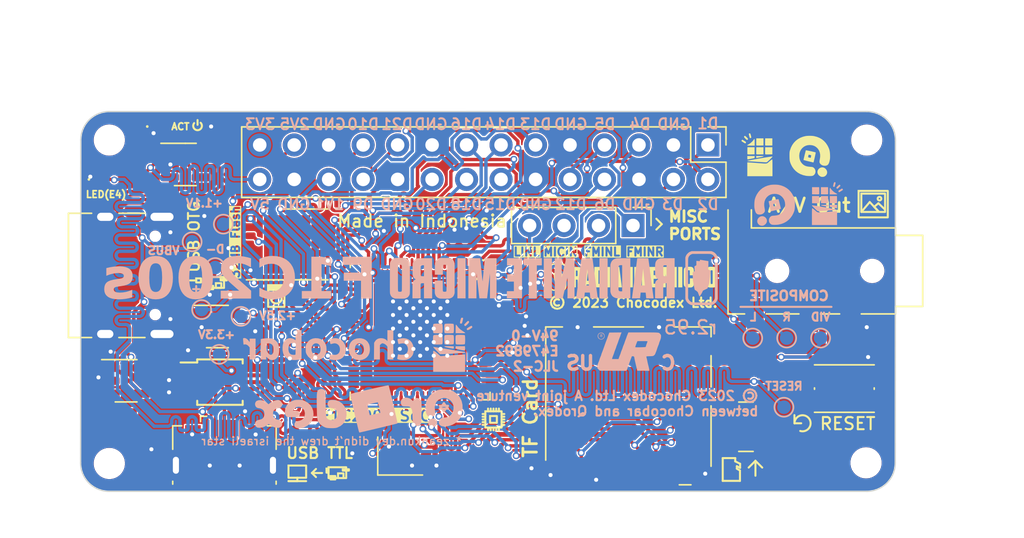
<source format=kicad_pcb>
(kicad_pcb (version 20221018) (generator pcbnew)
  (layers (0 "F.Cu" signal) (31 "B.Cu" signal) (34 "B.Paste" user) (35 "F.Paste" user) (36 "B.SilkS" user "B.Silkscreen") (37 "F.SilkS" user "F.Silkscreen") (38 "B.Mask" user) (39 "F.Mask" user) (44 "Edge.Cuts" user))
  (net 0 "")
  (net 1 "VBUS")
  (net 2 "GND")
  (net 3 "+3V3")
  (net 4 "+2V5")
  (net 5 "+1V1")
  (net 6 "/CLKOUT")
  (net 7 "/CLKIN")
  (net 8 "/SOC_DP")
  (net 9 "/SOC_DM")
  (net 12 "Net-(J2-D-)")
  (net 13 "Net-(J2-D+)")
  (net 15 "/AV_VIDEO")
  (net 16 "/AV_L")
  (net 17 "/AV_R")
  (net 18 "Net-(J4-Pin_1)")
  (net 19 "Net-(J4-Pin_2)")
  (net 20 "Net-(J4-Pin_3)")
  (net 21 "Net-(J4-Pin_4)")
  (net 22 "/TF_DAT2")
  (net 23 "/TF_DAT3")
  (net 24 "/TF_CMD")
  (net 25 "/TF_CLK")
  (net 26 "/TF_DAT0")
  (net 27 "/TF_DAT1")
  (net 30 "/D1")
  (net 31 "/D2")
  (net 32 "/D3")
  (net 33 "/D4")
  (net 34 "/D5")
  (net 35 "/D6")
  (net 36 "/D12")
  (net 37 "/D13")
  (net 38 "/D14")
  (net 39 "/D15")
  (net 40 "/D16")
  (net 41 "/D18")
  (net 42 "/D20")
  (net 43 "/D21")
  (net 44 "Net-(U5-SW)")
  (net 45 "Net-(U4-SW)")
  (net 46 "Net-(U3-SW)")
  (net 47 "Net-(U3-FB)")
  (net 48 "Net-(U4-FB)")
  (net 49 "Net-(U5-FB)")
  (net 50 "/RESET")
  (net 62 "/FLASH_MOSI")
  (net 63 "/FLASH_MISO")
  (net 64 "/FLASH_CS")
  (net 65 "/FLASH_SCK")
  (net 66 "/SOC_TX")
  (net 67 "/SOC_RX")
  (net 70 "Net-(D1-A)")
  (net 78 "/D10")
  (net 79 "/D9")
  (net 93 "Net-(J1-CC1)")
  (net 94 "Net-(J1-CC2)")
  (footprint "Connector_PinHeader_2.54mm:PinHeader_1x04_P2.54mm_Vertical" (layer "F.Cu") (at 141.68 108.4 -90)
    (fp_text reference "J4" hide)
    (fp_text value "Conn_01x04")
  )
  (footprint "Capacitor_SMD:C_0201_0603Metric" (layer "F.Cu") (at 132.955 115.9)
    (fp_text reference "C13" hide)
    (fp_text value "100n")
  )
  (footprint "Resistor_SMD:R_0201_0603Metric" (layer "F.Cu") (at 110.865 110.33)
    (fp_text reference "R10" hide)
    (fp_text value "5.1k")
  )
  (footprint "MountingHole:MountingHole_2.1mm" (layer "F.Cu") (at 103.1 125.947438)
    (fp_text reference "REF**" hide)
    (fp_text value "MountingHole_2.1mm")
  )
  (footprint "Capacitor_SMD:C_0201_0603Metric" (layer "F.Cu") (at 102.055 117.8)
    (fp_text reference "C2" hide)
    (fp_text value "2.2u")
  )
  (footprint "MountingHole:MountingHole_2.1mm" (layer "F.Cu") (at 158.9 102.1)
    (fp_text reference "REF**" hide)
    (fp_text value "MountingHole_2.1mm")
  )
  (footprint "Resistor_SMD:R_0201_0603Metric" (layer "F.Cu") (at 113.5 115.845 90)
    (fp_text reference "R2" hide)
    (fp_text value "11k")
  )
  (footprint "Package_TO_SOT_SMD:SOT-23-5" (layer "F.Cu") (at 104.3375 119.85)
    (fp_text reference "U3" hide)
    (fp_text value "JW5211")
  )
  (footprint "Button_Switch_SMD:SW_Push_1P1T_NO_Vertical_Wuerth_434133025816" (layer "F.Cu") (at 157.25 120.425)
    (fp_text reference "SW1" hide)
    (fp_text value "SW_Push")
  )
  (footprint "Package_TO_SOT_SMD:SOT-23-5" (layer "F.Cu") (at 111.0625 115.85)
    (fp_text reference "U4" hide)
    (fp_text value "JW5211")
  )
  (footprint "Capacitor_SMD:C_0201_0603Metric" (layer "F.Cu") (at 115.455 118.3)
    (fp_text reference "C4" hide)
    (fp_text value "22u")
  )
  (footprint "Connector_Card:microSD_HC_Molex_104031-0811" (layer "F.Cu") (at 141.36 121.7 180)
    (fp_text reference "J5" hide)
    (fp_text value "Micro_SD_Card_Det2")
  )
  (footprint "Resistor_SMD:R_Array_Convex_5x0603" (layer "F.Cu") (at 150 123.24)
    (fp_text reference "RN1" hide)
    (fp_text value "47k")
  )
  (footprint "Resistor_SMD:R_0201_0603Metric" (layer "F.Cu") (at 107.145 117.9 180)
    (fp_text reference "R1" hide)
    (fp_text value "11k")
  )
  (footprint "Package_SON:WSON-8-1EP_6x5mm_P1.27mm_EP3.4x4.3mm" (layer "F.Cu") (at 116.2 109.795)
    (fp_text reference "U6" hide)
    (fp_text value "W25Q256JWPIQ")
  )
  (footprint "3340:QFN-88_EP_10x10_Pitch0.4mm" (layer "F.Cu") (at 126 116.1 -90)
    (fp_text reference "U1" hide)
    (fp_text value "F1C200s")
  )
  (footprint "Inductor_SMD:L_0402_1005Metric" (layer "F.Cu") (at 108.1 106.2)
    (fp_text reference "L1" hide)
    (fp_text value "2.2u")
  )
  (footprint "Capacitor_SMD:C_0201_0603Metric" (layer "F.Cu") (at 119.355 114.5 180)
    (fp_text reference "C16" hide)
    (fp_text value "1u")
  )
  (footprint "Capacitor_SMD:C_0201_0603Metric" (layer "F.Cu") (at 119.355 115.25 180)
    (fp_text reference "C15" hide)
    (fp_text value "1u")
  )
  (footprint "LOGO" (layer "F.Cu") (at 150.9 103.2)
    (fp_text reference "G***" hide)
    (fp_text value "LOGO" hide)
  )
  (footprint "Inductor_SMD:L_0402_1005Metric" (layer "F.Cu") (at 105.315 122.2)
    (fp_text reference "L3" hide)
    (fp_text value "2.2u")
  )
  (footprint "Resistor_SMD:R_0201_0603Metric" (layer "F.Cu") (at 111.2 101.855 -90)
    (fp_text reference "R3" hide)
    (fp_text value "11k")
  )
  (footprint "Package_SO:MSOP-10_3x3mm_P0.5mm" (layer "F.Cu") (at 111.25 119.95)
    (fp_text reference "U2" hide)
    (fp_text value "CH340E")
  )
  (footprint "Resistor_SMD:R_0201_0603Metric" (layer "F.Cu") (at 109.715 113.69)
    (fp_text reference "R11" hide)
    (fp_text value "5.1k")
  )
  (footprint "MountingHole:MountingHole_2.1mm" (layer "F.Cu") (at 103.1 102.1)
    (fp_text reference "REF**" hide)
    (fp_text value "MountingHole_2.1mm")
  )
  (footprint "Capacitor_SMD:C_0201_0603Metric" (layer "F.Cu") (at 133.155 126.4)
    (fp_text reference "C19" hide)
    (fp_text value "10u")
  )
  (footprint "Capacitor_SMD:C_0201_0603Metric" (layer "F.Cu") (at 134.9 113.555 -90)
    (fp_text reference "C9" hide)
    (fp_text value "100n")
  )
  (footprint "Resistor_SMD:R_0201_0603Metric" (layer "F.Cu") (at 113.98 114.3)
    (fp_text reference "R5" hide)
    (fp_text value "36k")
  )
  (footprint "Connector_USB:USB_Micro-B_GCT_USB3076-30-A" (layer "F.Cu") (at 111.58 124.88)
    (fp_text reference "J2" hide)
    (fp_text value "USB_B_Micro")
  )
  (footprint "LOGO" (layer "F.Cu") (at 141.7 112.2)
    (fp_text reference "G***" hide)
    (fp_text value "LOGO" hide)
  )
  (footprint "Capacitor_SMD:C_0201_0603Metric" (layer "F.Cu") (at 129.3 109.755 -90)
    (fp_text reference "C8" hide)
    (fp_text value "100n")
  )
  (footprint "Capacitor_SMD:C_0201_0603Metric" (layer "F.Cu") (at 128.4 109.755 -90)
    (fp_text reference "C7" hide)
    (fp_text value "100n")
  )
  (footprint "LOGO" (layer "F.Cu") (at 154.7 103.3)
    (fp_text reference "G***" hide)
    (fp_text value "LOGO" hide)
  )
  (footprint "MountingHole:MountingHole_2.1mm" (layer "F.Cu") (at 158.847438 125.9)
    (fp_text reference "REF**" hide)
    (fp_text value "MountingHole_2.1mm")
  )
  (footprint "Connector_USB:USB_C_Receptacle_XKB_U262-16XN-4BVC11" (layer "F.Cu") (at 103.875 112.08 -90)
    (fp_text reference "J1" hide)
    (fp_text value "USB_C_Receptacle_USB2.0")
  )
  (footprint "Capacitor_SMD:C_0201_0603Metric" (layer "F.Cu") (at 134.21 113.555 -90)
    (fp_text reference "C10" hide)
    (fp_text value "100n")
  )
  (footprint "Resistor_SMD:R_0201_0603Metric" (layer "F.Cu") (at 111.3 103.955 -90)
    (fp_text reference "R6" hide)
    (fp_text value "8.2k")
  )
  (footprint "Capacitor_SMD:C_0201_0603Metric" (layer "F.Cu") (at 132.955 115.16)
    (fp_text reference "C12" hide)
    (fp_text value "100n")
  )
  (footprint "Resistor_SMD:R_0201_0603Metric" (layer "F.Cu") (at 107.155 118.9)
    (fp_text reference "R4" hide)
    (fp_text value "49.9k")
  )
  (footprint "Resistor_SMD:R_0201_0603Metric" (layer "F.Cu") (at 117.855 113.8)
    (fp_text reference "R8" hide)
    (fp_text value "2.2k")
  )
  (footprint "Resistor_SMD:R_0201_0603Metric" (layer "F.Cu") (at 152.1 119.245 90)
    (fp_text reference "R9" hide)
    (fp_text value "49.9k")
  )
  (footprint "LED_SMD:LED_0201_0603Metric" (layer "F.Cu") (at 106.755 101.1)
    (fp_text reference "D2" hide)
    (fp_text value "RED")
  )
  (footprint "Capacitor_SMD:C_0201_0603Metric" (layer "F.Cu") (at 121.7 125.78 -90)
    (fp_text reference "C18" hide)
    (fp_text value "18pF")
  )
  (footprint "Capacitor_SMD:C_0201_0603Metric" (layer "F.Cu") (at 132.9 113.755 -90)
    (fp_text reference "C11" hide)
    (fp_text value "100n")
  )
  (footprint "Capacitor_SMD:C_0201_0603Metric" (layer "F.Cu") (at 107.255 121.4)
    (fp_text reference "C1" hide)
    (fp_text value "2.2u")
  )
  (footprint "Capacitor_SMD:C_0201_0603Metric" (layer "F.Cu") (at 110.5 106.555 -90)
    (fp_text reference "C5" hide)
    (fp_text value "22u")
  )
  (footprint "Capacitor_SMD:C_0201_0603Metric" (layer "F.Cu") (at 106.1 123.655 -90)
    (fp_text reference "C3" hide)
    (fp_text value "22u")
  )
  (footprint "Capacitor_SMD:C_0201_0603Metric" (layer "F.Cu") (at 123.645 108.8)
    (fp_text reference "C6" hide)
    (fp_text value "2.2u")
  )
  (footprint "Inductor_SMD:L_0402_1005Metric" (layer "F.Cu") (at 114.515 117.2)
    (fp_text reference "L2" hide)
    (fp_text value "2.2u")
  )
  (footprint "Connector_Audio:Jack_3.5mm_KoreanHropartsElec_PJ-320D-4A_Horizontal" (layer "F.Cu") (at 154.55 111.75 180)
    (fp_text reference "J3" hide)
    (fp_text value "AudioJack4")
  )
  (footprint "LED_SMD:LED_0201_0603Metric" (layer "F.Cu") (at 102.455 105)
    (fp_text reference "D1" hide)
    (fp_text value "GREEN")
  )
  (footprint "Package_TO_SOT_SMD:SOT-23-5" (layer "F.Cu") (at 108.7 103.9)
    (fp_text reference "U5" hide)
    (fp_text value "JW5211")
  )
  (footprint "Crystal:Crystal_SMD_2520-4Pin_2.5x2.0mm" (layer "F.Cu") (at 124.525 125.4)
    (fp_text reference "Y1" hide)
    (fp_text value "24MHz")
  )
  (footprint "Capacitor_SMD:C_0201_0603Metric" (layer "F.Cu") (at 132.955 116.6)
    (fp_text reference "C14" hide)
    (fp_text value "100n")
  )
  (footprint "Capacitor_SMD:C_0201_0603Metric" (layer "F.Cu") (at 127.1 125.055 -90)
    (fp_text reference "C17" hide)
    (fp_text value "18pF")
  )
  (footprint "Resistor_SMD:R_0201_0603Metric" (layer "F.Cu") (at 119.255 113.8)
    (fp_text reference "R7" hide)
    (fp_text value "2.2k")
  )
  (footprint "Connector_PinHeader_2.54mm:PinHeader_2x14_P2.54mm_Vertical" (layer "F.Cu") (at 147.2 102.46 -90)
    (fp_text reference "J6" hide)
    (fp_text value "Conn_02x14_Counter_Clockwise")
  )
  (footprint "TestPoint:TestPoint_Pad_D1.0mm" (layer "B.Cu") (at 153 116.7 180)
    (fp_text reference "TP2" hide)
    (fp_text value "RIGHT")
  )
  (footprint "LOGO" (layer "B.Cu") (at 155.914286 106.8 180)
    (fp_text reference "G***" hide)
    (fp_text value "LOGO" hide)
  )
  (footprint "LOGO" (layer "B.Cu") (at 121.4 117.2 180)
    (fp_text reference "G***" hide)
    (fp_text value "LOGO" hide)
  )
  (footprint "TestPoint:TestPoint_Pad_D1.0mm" (layer "B.Cu") (at 110.9 111.5 180)
    (fp_text reference "TP5" hide)
    (fp_text value "USB-")
  )
  (footprint "TestPoint:TestPoint_Pad_D1.0mm" (layer "B.Cu") (at 150.5 116.7 180)
    (fp_text reference "TP1" hide)
    (fp_text value "LEFT")
  )
  (footprint "LOGO" (layer "B.Cu") (at 141.4 117.7 180)
    (fp_text reference "G***" hide)
    (fp_text value "LOGO" hide)
  )
  (footprint "LOGO" (layer "B.Cu") (at 135.85 112.275 180)
    (fp_text reference "G***" hide)
    (fp_text value "LOGO" hide)
  )
  (footprint "TestPoint:TestPoint_Pad_D1.0mm" (layer "B.Cu") (at 109.2 109.6 180)
    (fp_text reference "TP10" hide)
    (fp_text value "VBUS")
  )
  (footprint "LOGO" (layer "B.Cu") (at 152.114286 106.9 180)
    (fp_text reference "G***" hide)
    (fp_text value "LOGO" hide)
  )
  (footprint "TestPoint:TestPoint_Pad_D1.0mm" (layer "B.Cu") (at 155.5 116.7 180)
    (fp_text reference "TP3" hide)
    (fp_text value "VIDEO")
  )
  (footprint "TestPoint:TestPoint_Pad_D1.0mm" (layer "B.Cu") (at 111.5 108.3 180)
    (fp_text reference "TP9" hide)
    (fp_text value "1V1")
  )
  (footprint "TestPoint:TestPoint_Pad_D1.0mm" (layer "B.Cu") (at 109.9 114.6 180)
    (fp_text reference "TP4" hide)
    (fp_text value "USB+")
  )
  (footprint "TestPoint:TestPoint_Pad_D1.0mm" (layer "B.Cu") (at 111.2 117.9 180)
    (fp_text reference "TP7" hide)
    (fp_text value "3V3")
  )
  (footprint "TestPoint:TestPoint_Pad_D1.0mm" (layer "B.Cu") (at 112.8 115.1 180)
    (fp_text reference "TP8" hide)
    (fp_text value "2V5")
  )
  (footprint "TestPoint:TestPoint_Pad_D1.0mm" (layer "B.Cu") (at 152.8 121.8 180)
    (fp_text reference "TP6" hide)
    (fp_text value "RESET")
  )
  (footprint "LOGO" (layer "B.Cu") (at 121.5 121.9 180)
    (fp_text reference "G***" hide)
    (fp_text value "LOGO" hide)
  )
  (gr_line (start 127.45 121.7) (end 128.05 121.7) (stroke (width 0.15)) (layer "B.SilkS"))
  (gr_line (start 127.45 121.9) (end 128.05 121.9) (stroke (width 0.15)) (layer "B.SilkS"))
  (gr_line (start 127.75 121.5) (end 127.45 121.9) (stroke (width 0.15)) (layer "B.SilkS"))
  (gr_line (start 156.3 114.4) (end 149.6 114.4) (stroke (width 0.15)) (layer "B.SilkS"))
  (gr_line (start 128.05 121.9) (end 127.75 121.5) (stroke (width 0.15)) (layer "B.SilkS"))
  (gr_line (start 128.05 121.7) (end 127.75 122.1) (stroke (width 0.15)) (layer "B.SilkS"))
  (gr_line (start 127.75 122.1) (end 127.45 121.7) (stroke (width 0.15)) (layer "B.SilkS"))
  (gr_line (start 148.29 125.55) (end 148.29 127.23) (stroke (width 0.15)) (layer "F.SilkS"))
  (gr_rect (start 116.3 126.1) (end 117.6 127) (stroke (width 0.15)) (fill none) (layer "F.SilkS"))
  (gr_line (start 158.5 107.4) (end 159.12 106.67) (stroke (width 0.15)) (layer "F.SilkS"))
  (gr_line (start 130.8 122.9) (end 130.6 122.9) (stroke (width 0.15)) (layer "F.SilkS"))
  (gr_line (start 143.8 108.3) (end 143.4 108.7) (stroke (width 0.15)) (layer "F.SilkS"))
  (gr_line (start 118.025 126.65) (end 118.325 126.35) (stroke (width 0.15)) (layer "F.SilkS"))
  (gr_rect (start 119.95 126.675) (end 120.35 127.025) (stroke (width 0.15)) (fill none) (layer "F.SilkS"))
  (gr_line (start 159.76 106.76) (end 160.25 107.23) (stroke (width 0.15)) (layer "F.SilkS"))
  (gr_line (start 150.2 126.25) (end 150.7 125.75) (stroke (width 0.15)) (layer "F.SilkS"))
  (gr_rect (start 158.5 106.05) (end 160.25 107.4) (stroke (width 0.15)) (fill none) (layer "F.SilkS"))
  (gr_line (start 116.3 127.25) (end 117.6 127.25) (stroke (width 0.15)) (layer "F.SilkS"))
  (gr_line (start 118.025 126.65) (end 118.325 126.95) (stroke (width 0.15)) (layer "F.SilkS"))
  (gr_rect (start 109.5 112.3) (end 109.85 112.6) (stroke (width 0.15)) (fill none) (layer "F.SilkS"))
  (gr_line (start 131.2 122.1) (end 131.2 121.9) (stroke (width 0.15)) (layer "F.SilkS"))
  (gr_rect (start 110.25 112.2) (end 111.55 113) (stroke (width 0.15)) (fill none) (layer "F.SilkS"))
  (gr_line (start 109.6 100.625) (end 109.6 100.975) (stroke (width 0.15)) (layer "F.SilkS"))
  (gr_line (start 130.8 122.3) (end 130.6 122.3) (stroke (width 0.15)) (layer "F.SilkS"))
  (gr_line (start 131.6 122.1) (end 131.6 121.9) (stroke (width 0.15)) (layer "F.SilkS"))
  (gr_rect (start 119.25 126.225) (end 120.55 127.025) (stroke (width 0.15)) (fill none) (layer "F.SilkS"))
  (gr_line (start 131.2 123.5) (end 131.2 123.3) (stroke (width 0.15)) (layer "F.SilkS"))
  (gr_line (start 131.4 122.1) (end 131.4 121.9) (stroke (width 0.15)) (layer "F.SilkS"))
  (gr_line (start 131 123.5) (end 131 123.3) (stroke (width 0.15)) (layer "F.SilkS"))
  (gr_line (start 131.8 123.5) (end 131.8 123.3) (stroke (width 0.15)) (layer "F.SilkS"))
  (gr_line (start 159.445 107.02) (end 159.76 106.76) (stroke (width 0.15)) (layer "F.SilkS"))
  (gr_line (start 149.21 125.79) (end 149.21 125.55) (stroke (width 0.15)) (layer "F.SilkS"))
  (gr_line (start 132.2 123.1) (end 132 123.1) (stroke (width 0.15)) (layer "F.SilkS"))
  (gr_arc (start 153.57956 122.983344) (mid 154.647239 122.630466) (end 154 123.55) (stroke (width 0.15)) (layer "F.SilkS"))
  (gr_line (start 132.2 122.7) (end 132 122.7) (stroke (width 0.15)) (layer "F.SilkS"))
  (gr_line (start 109.5 112.45) (end 109.05 112.45) (stroke (width 0.15)) (layer "F.SilkS"))
  (gr_line (start 153.571672 122.983344) (end 153.571672 122.383344) (stroke (width 0.15)) (layer "F.SilkS"))
  (gr_rect (start 110.95 112.65) (end 111.35 113) (stroke (width 0.15)) (fill none) (layer "F.SilkS"))
  (gr_line (start 159.12 106.67) (end 159.77 107.37) (stroke (width 0.15)) (layer "F.SilkS"))
  (gr_line (start 116.95 127) (end 116.95 127.25) (stroke (width 0.15)) (layer "F.SilkS"))
  (gr_rect (start 119.1 126.325) (end 119.25 126.625) (stroke (width 0.15)) (fill none) (layer "F.SilkS"))
  (gr_line (start 130.8 122.7) (end 130.6 122.7) (stroke (width 0.15)) (layer "F.SilkS"))
  (gr_rect (start 110.1 112.3) (end 110.25 112.6) (stroke (width 0.15)) (fill none) (layer "F.SilkS"))
  (gr_line (start 159.77 107.37) (end 159.445 107.02) (stroke (width 0.15)) (layer "F.SilkS"))
  (gr_line (start 131.8 122.1) (end 131.8 121.9) (stroke (width 0.15)) (layer "F.SilkS"))
  (gr_line (start 153.571672 122.983344) (end 154.071672 122.983344) (stroke (width 0.15)) (layer "F.SilkS"))
  (gr_rect (start 131.15 122.45) (end 131.65 122.95) (stroke (width 0.15)) (fill none) (layer "F.SilkS"))
  (gr_line (start 131.6 123.5) (end 131.6 123.3) (stroke (width 0.15)) (layer "F.SilkS"))
  (gr_line (start 115.7 113.2) (end 115.55 113.65) (stroke (width 0.15)) (layer "F.SilkS"))
  (gr_line (start 150.7 125.75) (end 151.2 126.25) (stroke (width 0.15)) (layer "F.SilkS"))
  (gr_line (start 143.4 107.9) (end 143.8 108.3) (stroke (width 0.15)) (layer "F.SilkS"))
  (gr_line (start 149.57 125.97) (end 149.21 125.79) (stroke (width 0.15)) (layer "F.SilkS"))
  (gr_rect (start 130.8 122.1) (end 132 123.3) (stroke (width 0.15)) (fill none) (layer "F.SilkS"))
  (gr_rect (start 158.3 105.85) (end 160.45 107.8) (stroke (width 0.15)) (fill none) (layer "F.SilkS"))
  (gr_line (start 116.95 127.25) (end 116.3 127.25) (stroke (width 0.15)) (layer "F.SilkS"))
  (gr_rect (start 114.8 112.8) (end 116 114.4) (stroke (width 0.15)) (fill none) (layer "F.SilkS"))
  (gr_line (start 148.29 127.23) (end 149.56 127.23) (stroke (width 0.15)) (layer "F.SilkS"))
  (gr_line (start 149.57 126.27) (end 149.57 125.97) (stroke (width 0.15)) (layer "F.SilkS"))
  (gr_rect (start 114.8 112.8) (end 116 113.15) (stroke (width 0.15)) (fill solid) (layer "F.SilkS"))
  (gr_rect (start 119.4 126.875) (end 119.75 127.125) (stroke (width 0.15)) (fill none) (layer "F.SilkS"))
  (gr_line (start 149.21 125.55) (end 148.29 125.55) (stroke (width 0.15)) (layer "F.SilkS"))
  (gr_line (start 130.8 122.5) (end 130.6 122.5) (stroke (width 0.15)) (layer "F.SilkS"))
  (gr_line (start 132.2 122.9) (end 132 122.9) (stroke (width 0.15)) (layer "F.SilkS"))
  (gr_line (start 131 122.1) (end 131 121.9) (stroke (width 0.15)) (layer "F.SilkS"))
  (gr_line (start 149.33 126.15) (end 149.57 126.27) (stroke (width 0.15)) (layer "F.SilkS"))
  (gr_line (start 132.2 122.3) (end 132 122.3) (stroke (width 0.15)) (layer "F.SilkS"))
  (gr_line (start 149.33 126.33) (end 149.33 126.15) (stroke (width 0.15)) (layer "F.SilkS"))
  (gr_rect (start 111.3 112.35) (end 111.75 112.45) (stroke (width 0.15)) (fill none) (layer "F.SilkS"))
  (gr_line (start 150.7 126.85) (end 150.7 125.75) (stroke (width 0.15)) (layer "F.SilkS"))
  (gr_circle (center 159.84 106.42) (end 159.97 106.45) (stroke (width 0.15)) (fill none) (layer "F.SilkS"))
  (gr_line (start 149.56 127.23) (end 149.56 126.47) (stroke (width 0.15)) (layer "F.SilkS"))
  (gr_line (start 149.56 126.47) (end 149.33 126.33) (stroke (width 0.15)) (layer "F.SilkS"))
  (gr_line (start 131.4 123.5) (end 131.4 123.3) (stroke (width 0.15)) (layer "F.SilkS"))
  (gr_rect (start 120.3 126.375) (end 120.75 126.475) (stroke (width 0.15)) (fill none) (layer "F.SilkS"))
  (gr_line (start 130.8 123.1) (end 130.6 123.1) (stroke (width 0.15)) (layer "F.SilkS"))
  (gr_line (start 118.775 126.65) (end 118.025 126.65) (stroke (width 0.15)) (layer "F.SilkS"))
  (gr_line (start 115.55 113.65) (end 115.55 113.2) (stroke (width 0.15)) (layer "F.SilkS"))
  (gr_line (start 132.2 122.5) (end 132 122.5) (stroke (width 0.15)) (layer "F.SilkS"))
  (gr_line (start 115.55 113.2) (end 115.7 113.2) (stroke (width 0.15)) (layer "F.SilkS"))
  (gr_rect (start 110.4 112.85) (end 110.75 113.1) (stroke (width 0.15)) (fill none) (layer "F.SilkS"))
  (gr_arc (start 109.826384 100.823616) (mid 109.617705 101.369665) (end 109.35 100.85) (stroke (width 0.15)) (layer "F.SilkS"))
  (gr_circle (center 115.4 113.746888) (end 115.8 113.796888) (stroke (width 0.15)) (fill none) (layer "F.SilkS"))
  (gr_arc (start 101 102.1) (mid 101.615076 100.615076) (end 103.1 100) (stroke (width 0.1)) (layer "Edge.Cuts"))
  (gr_arc (start 103.084924 128) (mid 101.599984 127.384933) (end 100.984924 125.9) (stroke (width 0.1)) (layer "Edge.Cuts"))
  (gr_line (start 101 102.1) (end 100.984924 125.9) (stroke (width 0.1)) (layer "Edge.Cuts"))
  (gr_line (start 103.084924 128) (end 158.9 128) (stroke (width 0.1)) (layer "Edge.Cuts"))
  (gr_line (start 158.914241 99.995185) (end 103.1 100) (stroke (width 0.1)) (layer "Edge.Cuts"))
  (gr_arc (start 158.914241 99.995185) (mid 160.39999 100.619991) (end 161.014133 102.110206) (stroke (width 0.1)) (layer "Edge.Cuts"))
  (gr_line (start 161.014133 102.110206) (end 161 125.9) (stroke (width 0.1)) (layer "Edge.Cuts"))
  (gr_arc (start 161 125.9) (mid 160.384924 127.384924) (end 158.9 128) (stroke (width 0.1)) (layer "Edge.Cuts"))
  (gr_text "+2.5V\n" (at 115.5 115.4) (layer "B.SilkS") (effects (font (size 0.6 0.6)) (justify bottom mirror)))
  (gr_text "GND" (at 116.7 107.3) (layer "B.SilkS") (effects (font (size 0.8 0.8)) (justify bottom mirror)))
  (gr_text "COMPOSITE" (at 156.2 114) (layer "B.SilkS") (effects (font (size 0.7 0.7) (thickness 0.175) bold) (justify left bottom mirror)))
  (gr_text "+1.1V\n" (at 110.1 107.1) (layer "B.SilkS") (effects (font (size 0.6 0.6)) (justify bottom mirror)))
  (gr_text "D15" (at 131.9 107.3) (layer "B.SilkS") (effects (font (size 0.8 0.8)) (justify bottom mirror)))
  (gr_text "D3" (at 144.6 107.3) (layer "B.SilkS") (effects (font (size 0.8 0.8)) (justify bottom mirror)))
  (gr_text "1V1" (at 119.3 107.3) (layer "B.SilkS") (effects (font (size 0.8 0.8)) (justify bottom mirror)))
  (gr_text "D12" (at 137.1 107.3) (layer "B.SilkS") (effects (font (size 0.8 0.8)) (justify bottom mirror)))
  (gr_text "D5" (at 139.6 101.4) (layer "B.SilkS") (effects (font (size 0.8 0.8)) (justify bottom mirror)))
  (gr_text "D20" (at 126.8 107.3) (layer "B.SilkS") (effects (font (size 0.8 0.8)) (justify bottom mirror)))
  (gr_text "D-" (at 110.9 110.5) (layer "B.SilkS") (effects (font (size 0.6 0.6)) (justify bottom mirror)))
  (gr_text "C" (at 144.95 119.125) (layer "B.SilkS") (effects (font (size 1 1) (thickness 0.25) bold) (justify left bottom mirror)))
  (gr_text "VID" (at 156.3 115.5) (layer "B.SilkS") (effects (font (size 0.6 0.6)) (justify left bottom mirror)))
  (gr_text "5V" (at 114.2 107.3) (layer "B.SilkS") (effects (font (size 0.8 0.8)) (justify bottom mirror)))
  (gr_text "r2.95" (at 148 116.5) (layer "B.SilkS") (effects (font (size 1 1)) (justify left bottom mirror)))
  (gr_text "D21" (at 124.3 101.4) (layer "B.SilkS") (effects (font (size 0.8 0.8)) (justify bottom mirror)))
  (gr_text "US" (at 138.95 119.125) (layer "B.SilkS") (effects (font (size 1 1) (thickness 0.25) bold) (justify left bottom mirror)))
  (gr_text "2V5" (at 116.75 101.4) (layer "B.SilkS") (effects (font (size 0.8 0.8)) (justify bottom mirror)))
  (gr_text "3V3" (at 114.2 101.4) (layer "B.SilkS") (effects (font (size 0.8 0.8)) (justify bottom mirror)))
  (gr_text "+3.3V\n" (at 111 116.8) (layer "B.SilkS") (effects (font (size 0.6 0.6)) (justify bottom mirror)))
  (gr_text "GND" (at 142.1 107.3) (layer "B.SilkS") (effects (font (size 0.8 0.8)) (justify bottom mirror)))
  (gr_text "D2" (at 147.2 107.3) (layer "B.SilkS") (effects (font (size 0.8 0.8)) (justify bottom mirror)))
  (gr_text "D4" (at 142.2 101.4) (layer "B.SilkS") (effects (font (size 0.8 0.8)) (justify bottom mirror)))
  (gr_text "GND" (at 126.8 101.4) (layer "B.SilkS") (effects (font (size 0.8 0.8)) (justify bottom mirror)))
  (gr_text "GND" (at 144.7 101.4) (layer "B.SilkS") (effects (font (size 0.8 0.8)) (justify bottom mirror)))
  (gr_text "D6" (at 139.6 107.3) (layer "B.SilkS") (effects (font (size 0.8 0.8)) (justify bottom mirror)))
  (gr_text "F1C200s" (at 122.825 114.3) (layer "B.SilkS") (effects (font (size 3.025 3.025)) (justify left bottom mirror)))
  (gr_text "L" (at 150.9 115.5) (layer "B.SilkS") (effects (font (size 0.6 0.6)) (justify left bottom mirror)))
  (gr_text "GND" (at 134.5 107.3) (layer "B.SilkS") (effects (font (size 0.8 0.8)) (justify bottom mirror)))
  (gr_text "R" (at 153.4 115.5) (layer "B.SilkS") (effects (font (size 0.6 0.6)) (justify left bottom mirror)))
  (gr_text "94V-0\nE479892\nJLC-2" (at 136.3 119.2) (layer "B.SilkS") (effects (font (size 0.7 0.7) (thickness 0.175) bold) (justify left bottom mirror)))
  (gr_text "D16" (at 129.4 101.4) (layer "B.SilkS") (effects (font (size 0.8 0.8)) (justify bottom mirror)))
  (gr_text "RESET" (at 152.8 120.6) (layer "B.SilkS") (effects (font (size 0.6 0.6)) (justify bottom mirror)))
  (gr_text "© 2023 Chocodex Ltd. A joint venture\nbetween Chocobar and Qrodex." (at 151 122.5) (layer "B.SilkS") (effects (font (size 0.7 0.7) (thickness 0.15) bold) (justify left bottom mirror)))
  (gr_text "GND" (at 119.3 101.4) (layer "B.SilkS") (effects (font (size 0.8 0.8)) (justify bottom mirror)))
  (gr_text "D13" (at 134.5 101.4) (layer "B.SilkS") (effects (font (size 0.8 0.8)) (justify bottom mirror)))
  (gr_text "D+" (at 109.8 113.4) (layer "B.SilkS") (effects (font (size 0.6 0.6)) (justify bottom mirror)))
  (gr_text "GND" (at 137.1 101.4) (layer "B.SilkS") (effects (font (size 0.8 0.8)) (justify bottom mirror)))
  (gr_text "D9" (at 121.8 107.3) (layer "B.SilkS") (effects (font (size 0.8 0.8)) (justify bottom mirror)))
  (gr_text "D14" (at 131.9 101.4) (layer "B.SilkS") (effects (font (size 0.8 0.8)) (justify bottom mirror)))
  (gr_text "D1" (at 147.2 101.35) (layer "B.SilkS") (effects (font (size 0.8 0.8)) (justify bottom mirror)))
  (gr_text "* zeankun.dev didn't drew the israeli star" (at 129.15 124.65) (layer "B.SilkS") (effects (font (size 0.6 0.6) (thickness 0.1) bold) (justify left bottom mirror)))
  (gr_text "VBUS" (at 107.1 110.6) (layer "B.SilkS") (effects (font (size 0.6 0.6)) (justify bottom mirror)))
  (gr_text "D18" (at 129.4 107.3) (layer "B.SilkS") (effects (font (size 0.8 0.8)) (justify bottom mirror)))
  (gr_text "D10" (at 121.8 101.4) (layer "B.SilkS") (effects (font (size 0.8 0.8)) (justify bottom mirror)))
  (gr_text "GND" (at 124.3 107.3) (layer "B.SilkS") (effects (font (size 0.8 0.8)) (justify bottom mirror)))
  (gr_text "USB OTG" (at 109.8 111.95 90) (layer "F.SilkS") (effects (font (size 0.8 0.8) (thickness 0.15) bold) (justify left bottom)))
  (gr_text "FMINR" (at 141.1 110.7) (layer "F.SilkS" knockout) (effects (font (size 0.6 0.6)) (justify left bottom)))
  (gr_text "ACT" (at 107.6 101.4) (layer "F.SilkS") (effects (font (size 0.5 0.5) (thickness 0.125)) (justify left bottom)))
  (gr_text "MISC\nPORTS" (at 144.2 109.5) (layer "F.SilkS") (effects (font (size 0.8 0.8) (thickness 0.2) bold) (justify left bottom)))
  (gr_text "RESET" (at 155.36 123.54) (layer "F.SilkS") (effects (font (size 0.9 0.9) (thickness 0.15) bold) (justify left bottom)))
  (gr_text "MICIN" (at 135 110.7) (layer "F.SilkS" knockout) (effects (font (size 0.6 0.6)) (justify left bottom)))
  (gr_text "© 2023 Chocodex Ltd." (at 135.4 114.5) (layer "F.SilkS") (effects (font (size 0.7 0.7)) (justify left bottom)))
  (gr_text "A/V Out" (at 151.5 107.5) (layer "F.SilkS") (effects (font (size 1 1) (thickness 0.2) bold) (justify left bottom)))
  (gr_text "LED(E4)" (at 101.3 106.4) (layer "F.SilkS") (effects (font (size 0.5 0.5) (thickness 0.125)) (justify left bottom)))
  (gr_text "Made in Indonesia" (at 119.8 108.6) (layer "F.SilkS") (effects (font (size 0.9 0.9) (thickness 0.15) bold) (justify left bottom)))
  (gr_text "F1C200s SoC" (at 118.6 122.9) (layer "F.SilkS" knockout) (effects (font (size 0.8 0.8) (thickness 0.15) bold) (justify left bottom)))
  (gr_text "32MB Flash" (at 112.75 112.35 90) (layer "F.SilkS" knockout) (effects (font (size 0.6 0.6) (thickness 0.15) bold) (justify left bottom)))
  (gr_text "USB TTL" (at 116.05 125.65) (layer "F.SilkS") (effects (font (size 0.8 0.8) (thickness 0.16) bold) (justify left bottom)))
  (gr_text "LINL" (at 132.8 110.7) (layer "F.SilkS" knockout) (effects (font (size 0.6 0.6)) (justify left bottom)))
  (gr_text "FMINL" (at 138 110.7) (layer "F.SilkS" knockout) (effects (font (size 0.6 0.6)) (justify left bottom)))
  (gr_text "TF Card" (at 134.7 125.62 90) (layer "F.SilkS") (effects (font (size 1 1) (thickness 0.2) bold) (justify left bottom)))
  (segment (start 107.5625 102.95) (end 107.9375 102.95) (width 0.25) (layer "F.Cu") (net 1))
  (segment (start 104.45 117.85) (end 104.45 117.65) (width 0.25) (layer "F.Cu") (net 1))
  (segment (start 105.58 105.88967) (end 104.58 105.88967) (width 0.25) (layer "F.Cu") (net 1))
  (segment (start 104.9 117.2) (end 104.9 114.8) (width 0.25) (layer "F.Cu") (net 1))
  (segment (start 105.28 114.41) (end 105.28 114.42) (width 0.25) (layer "F.Cu") (net 1))
  (segment (start 101.735 118.235) (end 101.735 117.8) (width 0.25) (layer "F.Cu") (net 1))
  (segment (start 110.3 114.9) (end 112.2 116.8) (width 0.25) (layer "F.Cu") (net 1))
  (segment (start 112.4 120.4) (end 112.45 120.45) (width 0.25) (layer "F.Cu") (net 1))
  (segment (start 105.96 109.74) (end 107.335 109.74) (width 0.25) (layer "F.Cu") (net 1))
  (segment (start 104.9 114.8) (end 105.28 114.42) (width 0.25) (layer "F.Cu") (net 1))
  (segment (start 109.975 122.125) (end 110.28 122.43) (width 0.25) (layer "F.Cu") (net 1))
  (segment (start 104.7 118.1) (end 104.45 117.85) (width 0.25) (layer "F.Cu") (net 1))
  (segment (start 107.545 114.63) (end 109.655 114.63) (width 0.25) (layer "F.Cu") (net 1))
  (segment (start 104.45 117.65) (end 104.9 117.2) (width 0.25) (layer "F.Cu") (net 1))
  (segment (start 105.28 107.68967) (end 105.48 107.68967) (width 0.25) (layer "F.Cu") (net 1))
  (segment (start 106.935 121.4) (end 106.75 121.4) (width 0.25) (layer "F.Cu") (net 1))
  (segment (start 109.655 114.63) (end 109.925 114.9) (width 0.25) (layer "F.Cu") (net 1))
  (segment (start 105.28 114.42) (end 107.335 114.42) (width 0.25) (layer "F.Cu") (net 1))
  (segment (start 103.2 118.9) (end 102.4 118.9) (width 0.25) (layer "F.Cu") (net 1))
  (segment (start 105.28 108.68967) (end 105.28 109.06) (width 0.25) (layer "F.Cu") (net 1))
  (segment (start 109.925 114.9) (end 110.3 114.9) (width 0.25) (layer "F.Cu") (net 1))
  (segment (start 105.28 108.48967) (end 105.28 108.68967) (width 0.25) (layer "F.Cu") (net 1))
  (segment (start 107.335 109.74) (end 107.545 109.53) (width 0.25) (layer "F.Cu") (net 1))
  (segment (start 105.525 109.305) (end 105.525 109.3) (width 0.25) (layer "F.Cu") (net 1))
  (segment (start 102.4 118.9) (end 101.735 118.235) (width 0.25) (layer "F.Cu") (net 1))
  (segment (start 104.58 106.48967) (end 105.28 106.48967) (width 0.25) (layer "F.Cu") (net 1))
  (segment (start 103.2 118.9) (end 103.575 118.9) (width 0.25) (layer "F.Cu") (net 1))
  (segment (start 105.96 109.74) (end 105.525 109.305) (width 0.25) (layer "F.Cu") (net 1))
  (segment (start 106.134835 104.134835) (end 105.28 104.98967) (width 0.25) (layer "F.Cu") (net 1))
  (segment (start 110.28 122.43) (end 110.28 123.43) (width 0.25) (layer "F.Cu") (net 1))
  (segment (start 107.335 114.42) (end 107.545 114.63) (width 0.25) (layer "F.Cu") (net 1))
  (segment (start 112.45 120.45) (end 113.45 120.45) (width 0.25) (layer "F.Cu") (net 1))
  (segment (start 105.28 107.08967) (end 104.58 107.08967) (width 0.25) (layer "F.Cu") (net 1))
  (segment (start 103.575 118.9) (end 105.475 120.8) (width 0.25) (layer "F.Cu") (net 1))
  (segment (start 107.31967 102.95) (end 107.5625 102.95) (width 0.25) (layer "F.Cu") (net 1))
  (segment (start 106.134835 104.134835) (end 107.31967 102.95) (width 0.25) (layer "F.Cu") (net 1))
  (segment (start 105.58 105.28967) (end 105.98 105.28967) (width 0.25) (layer "F.Cu") (net 1))
  (segment (start 105.98 105.88967) (end 105.58 105.88967) (width 0.25) (layer "F.Cu") (net 1))
  (segment (start 106.15 120.8) (end 105.475 120.8) (width 0.25) (layer "F.Cu") (net 1))
  (segment (start 107.9375 102.95) (end 109.8375 104.85) (width 0.25) (layer "F.Cu") (net 1))
  (segment (start 105.28 109.06) (end 105.52 109.3) (width 0.25) (layer "F.Cu") (net 1))
  (segment (start 103.2 118.9) (end 104.45 117.65) (width 0.25) (layer "F.Cu") (net 1))
  (segment (start 106.75 121.4) (end 106.15 120.8) (width 0.25) (layer "F.Cu") (net 1))
  (segment (start 105.52 109.3) (end 105.525 109.3) (width 0.25) (layer "F.Cu") (net 1))
  (segment (start 105.28 106.48967) (end 105.98 106.48967) (width 0.25) (layer "F.Cu") (net 1))
  (segment (start 105.68 107.88967) (end 105.68 108.08967) (width 0.25) (layer "F.Cu") (net 1))
  (segment (start 104.58 107.68967) (end 105.28 107.68967) (width 0.25) (layer "F.Cu") (net 1))
  (segment (start 105.66 114.03) (end 105.28 114.41) (width 0.25) (layer "F.Cu") (net 1))
  (segment (start 105.98 107.08967) (end 105.28 107.08967) (width 0.25) (layer "F.Cu") (net 1))
  (via (at 109.975 122.125) (size 0.5) (drill 0.3) (layers "F.Cu" "B.Cu") (net 1))
  (via (at 106.134835 104.134835) (size 0.5) (drill 0.3) (layers "F.Cu" "B.Cu") (net 1))
  (via (at 105.525 109.3) (size 0.5) (drill 0.3) (layers "F.Cu" "B.Cu") (net 1))
  (via (at 105.66 114.03) (size 0.5) (drill 0.3) (layers "F.Cu" "B.Cu") (net 1))
  (via (at 104.7 118.1) (size 0.5) (drill 0.3) (layers "F.Cu" "B.Cu") (net 1))
  (via (at 112.4 120.4) (size 0.5) (drill 0.3) (layers "F.Cu" "B.Cu") (net 1))
  (arc (start 105.28 104.98967) (mid 105.367868 105.201802) (end 105.58 105.28967) (width 0.25) (layer "F.Cu") (net 1))
  (arc (start 105.98 106.48967) (mid 106.192132 106.577538) (end 106.28 106.78967) (width 0.25) (layer "F.Cu") (net 1))
  (arc (start 106.28 105.58967) (mid 106.192132 105.801802) (end 105.98 105.88967) (width 0.25) (layer "F.Cu") (net 1))
  (arc (start 105.98 105.28967) (mid 106.192132 105.377538) (end 106.28 105.58967) (width 0.25) (layer "F.Cu") (net 1))
  (arc (start 104.28 106.18967) (mid 104.367868 106.401802) (end 104.58 106.48967) (width 0.25) (layer "F.Cu") (net 1))
  (arc (start 106.28 106.78967) (mid 106.192132 107.001802) (end 105.98 107.08967) (width 0.25) (layer "F.Cu") (net 1))
  (arc (start 104.58 105.88967) (mid 104.367868 105.977538) (end 104.28 106.18967) (width 0.25) (layer "F.Cu") (net 1))
  (arc (start 104.58 107.08967) (mid 104.367868 107.177538) (end 104.28 107.38967) (width 0.25) (layer "F.Cu") (net 1))
  (arc (start 104.28 107.38967) (mid 104.367868 107.601802) (end 104.58 107.68967) (width 0.25) (layer "F.Cu") (net 1))
  (arc (start 105.48 107.68967) (mid 105.621421 107.748249) (end 105.68 107.88967) (width 0.25) (layer "F.Cu") (net 1))
  (arc (start 105.48 108.28967) (mid 105.338579 108.348249) (end 105.28 108.48967) (width 0.25) (layer "F.Cu") (net 1))
  (arc (start 105.68 108.08967) (mid 105.621421 108.231091) (end 105.48 108.28967) (width 0.25) (layer "F.Cu") (net 1))
  (segment (start 105.525 109.3) (end 106.324999 110.099999) (width 0.25) (layer "B.Cu") (net 1))
  (segment (start 108.4 105) (end 108.4 104.5) (width 0.25) (layer "B.Cu") (net 1))
  (segment (start 111.7 120.4) (end 112.4 120.4) (width 0.25) (layer "B.Cu") (net 1))
  (segment (start 109 104.3) (end 109 105) (width 0.25) (layer "B.Cu") (net 1))
  (segment (start 108.4 105.7) (end 108.4 105) (width 0.25) (layer "B.Cu") (net 1))
  (segment (start 107.5 105) (end 107 105) (width 0.25) (layer "B.Cu") (net 1))
  (segment (start 107 105) (end 106.134835 104.134835) (width 0.25) (layer "B.Cu") (net 1))
  (segment (start 111.4 104.7) (end 111.4 105.7) (width 0.25) (layer "B.Cu") (net 1))
  (segment (start 111.4 104.3) (end 111.4 104.7) (width 0.25) (layer "B.Cu") (net 1))
  (segment (start 109 105) (end 109 105.7) (width 0.25) (layer "B.Cu") (net 1))
  (segment (start 112 104.7) (end 112 104.3) (width 0.25) (layer "B.Cu") (net 1))
  (segment (start 110.2 105) (end 110.2 105.7) (width 0.25) (layer "B.Cu") (net 1))
  (segment (start 105.52 113.89) (end 105.52 109.305) (width 0.25) (layer "B.Cu") (net 1))
  (segment (start 109.6 105.7) (end 109.6 105) (width 0.25) (layer "B.Cu") (net 1))
  (segment (start 107.8 104.5) (end 107.8 104.7) (width 0.25) (layer "B.Cu") (net 1))
  (segment (start 109.975 122.125) (end 111.7 120.4) (width 0.25) (layer "B.Cu") (net 1))
  (segment (start 110.8 105) (end 110.8 104.3) (width 0.25) (layer "B.Cu") (net 1))
  (segment (start 104.7 118.1) (end 104.7 120) (width 0.25) (layer "B.Cu") (net 1))
  (segment (start 109.6 105) (end 109.6 104.3) (width 0.25) (layer "B.Cu") (net 1))
  (segment (start 114.18 105) (end 112.3 105) (width 0.25) (layer "B.Cu") (net 1))
  (segment (start 106.324999 110.099999) (end 108.700001 110.099999) (width 0.25) (layer "B.Cu") (net 1))
  (segment (start 110.8 105.7) (end 110.8 105) (width 0.25) (layer "B.Cu") (net 1))
  (segment (start 106.825 122.125) (end 109.975 122.125) (width 0.25) (layer "B.Cu") (net 1))
  (segment (start 105.66 114.03) (end 105.52 113.89) (width 0.25) (layer "B.Cu") (net 1))
  (segment (start 110.2 104.3) (end 110.2 105) (width 0.25) (layer "B.Cu") (net 1))
  (segment (start 105.52 109.305) (end 105.525 109.3) (width 0.25) (layer "B.Cu") (net 1))
  (segment (start 104.7 120) (end 106.825 122.125) (width 0.25) (layer "B.Cu") (net 1))
  (segment (start 108.700001 110.099999) (end 109.2 109.6) (width 0.25) (layer "B.Cu") (net 1))
  (arc (start 108.7 106) (mid 108.487868 105.912132) (end 108.4 105.7) (width 0.25) (layer "B.Cu") (net 1))
  (arc (start 108.4 104.5) (mid 108.312132 104.287868) (end 108.1 104.2) (width 0.25) (layer "B.Cu") (net 1))
  (arc (start 109 105.7) (mid 108.912132 105.912132) (end 108.7 106) (width 0.25) (layer "B.Cu") (net 1))
  (arc (start 112 104.3) (mid 111.912132 104.087868) (end 111.7 104) (width 0.25) (layer "B.Cu") (net 1))
  (arc (start 109.6 104.3) (mid 109.512132 104.087868) (end 109.3 104) (width 0.25) (layer "B.Cu") (net 1))
  (arc (start 109.3 104) (mid 109.087868 104.087868) (end 109 104.3) (width 0.25) (layer "B.Cu") (net 1))
  (arc (start 109.9 106) (mid 109.687868 105.912132) (end 109.6 105.7) (width 0.25) (layer "B.Cu") (net 1))
  (arc (start 111.4 105.7) (mid 111.312132 105.912132) (end 111.1 106) (width 0.25) (layer "B.Cu") (net 1))
  (arc (start 112.3 105) (mid 112.087868 104.912132) (end 112 104.7) (width 0.25) (layer "B.Cu") (net 1))
  (arc (start 110.2 105.7) (mid 110.112132 105.912132) (end 109.9 106) (width 0.25) (layer "B.Cu") (net 1))
  (arc (start 107.8 104.7) (mid 107.712132 104.912132) (end 107.5 105) (width 0.25) (layer "B.Cu") (net 1))
  (arc (start 108.1 104.2) (mid 107.887868 104.287868) (end 107.8 104.5) (width 0.25) (layer "B.Cu") (net 1))
  (arc (start 110.8 104.3) (mid 110.712132 104.087868) (end 110.5 104) (width 0.25) (layer "B.Cu") (net 1))
  (arc (start 111.7 104) (mid 111.487868 104.087868) (end 111.4 104.3) (width 0.25) (layer "B.Cu") (net 1))
  (arc (start 110.5 104) (mid 110.287868 104.087868) (end 110.2 104.3) (width 0.25) (layer "B.Cu") (net 1))
  (arc (start 111.1 106) (mid 110.887868 105.912132) (end 110.8 105.7) (width 0.25) (layer "B.Cu") (net 1))
  (segment (start 116.3 118.3) (end 116.4 118.2) (width 0.25) (layer "F.Cu") (net 2))
  (segment (start 110.5 107.3) (end 110.1 107.7) (width 0.25) (layer "F.Cu") (net 2))
  (segment (start 108.6 117.9) (end 108.9 117.6) (width 0.25) (layer "F.Cu") (net 2))
  (segment (start 157.7 115) (end 158 115) (width 0.25) (layer "F.Cu") (net 2))
  (segment (start 111.62 110.33) (end 111.88 110.07) (width 0.25) (layer "F.Cu") (net 2))
  (segment (start 133.4 113) (end 133.335 113) (width 0.25) (layer "F.Cu") (net 2))
  (segment (start 133.275 115.9) (end 133.6 115.9) (width 0.25) (layer "F.Cu") (net 2))
  (segment (start 134.9 112.8) (end 134.7 112.6) (width 0.25) (layer "F.Cu") (net 2))
  (segment (start 117.535 113.8) (end 117.5 113.8) (width 0.25) (layer "F.Cu") (net 2))
  (segment (start 106.1 124.8) (end 106.2 124.9) (width 0.25) (layer "F.Cu") (net 2))
  (segment (start 121.7 125.46) (end 121.26 125.46) (width 0.25) (layer "F.Cu") (net 2))
  (segment (start 106.1 123.975) (end 106.1 124.8) (width 0.25) (layer "F.Cu") (net 2))
  (segment (start 158 115) (end 158.9 115.9) (width 0.25) (layer "F.Cu") (net 2))
  (segment (start 117.5 113.8) (end 116.5 112.8) (width 0.25) (layer "F.Cu") (net 2))
  (segment (start 128.53 109.305) (end 128.4 109.435) (width 0.25) (layer "F.Cu") (net 2))
  (segment (start 103.1 117.8) (end 103.2 117.7) (width 0.25) (layer "F.Cu") (net 2))
  (segment (start 117.535 113.849619) (end 118.185381 114.5) (width 0.25) (layer "F.Cu") (net 2))
  (segment (start 102.375 117.8) (end 103.1 117.8) (width 0.25) (layer "F.Cu") (net 2))
  (segment (start 134.21 113.235) (end 134.21 112.81) (width 0.25) (layer "F.Cu") (net 2))
  (segment (start 111.185 110.33) (end 111.62 110.33) (width 0.25) (layer "F.Cu") (net 2))
  (segment (start 115.775 118.3) (end 116.3 118.3) (width 0.25) (layer "F.Cu") (net 2))
  (segment (start 134.5 105) (end 134.5 104.598959) (width 0.25) (layer "F.Cu") (net 2))
  (segment (start 106.36 101.59) (end 106.36 101.175) (width 0.25) (layer "F.Cu") (net 2))
  (segment (start 107.575 120.775) (end 107.5 120.7) (width 0.25) (layer "F.Cu") (net 2))
  (segment (start 101.7 104.8) (end 101.9 105) (width 0.25) (layer "F.Cu") (net 2))
  (segment (start 129.3 109.435) (end 129.3 108.7) (width 0.25) (layer "F.Cu") (net 2))
  (segment (start 109.05 119.95) (end 107.65 119.95) (width 0.25) (layer "F.Cu") (net 2))
  (segment (start 132.8 117.77) (end 132.53 117.5) (width 0.25) (layer "F.Cu") (net 2))
  (segment (start 133.275 116.6) (end 133.8 116.6) (width 0.25) (layer "F.Cu") (net 2))
  (segment (start 107.575 121.4) (end 107.575 120.775) (width 0.25) (layer "F.Cu") (net 2))
  (segment (start 101.9 105) (end 102.135 105) (width 0.25) (layer "F.Cu") (net 2))
  (segment (start 127.1 125.375) (end 127.1 126) (width 0.25) (layer "F.Cu") (net 2))
  (segment (start 155.175 119.35) (end 159.325 119.35) (width 0.25) (layer "F.Cu") (net 2))
  (segment (start 133.8 116.6) (end 133.9 116.5) (width 0.25) (layer "F.Cu") (net 2))
  (segment (start 112.88 122.32) (end 113.1 122.1) (width 0.25) (layer "F.Cu") (net 2))
  (segment (start 130.9 114.3) (end 131.8 114.3) (width 0.25) (layer "F.Cu") (net 2))
  (segment (start 118.3 115) (end 118.3 114.5) (width 0.25) (layer "F.Cu") (net 2))
  (segment (start 121.26 125.46) (end 121 125.2) (width 0.25) (layer "F.Cu") (net 2))
  (segment (start 102.55 119.85) (end 102.3 119.6) (width 0.25) (layer "F.Cu") (net 2))
  (segment (start 119.035 115.25) (end 118.55 115.25) (width 0.25) (layer "F.Cu") (net 2))
  (segment (start 110.3145 113.69) (end 110.035 113.69) (width 0.25) (layer "F.Cu") (net 2))
  (segment (start 118.185381 114.5) (end 118.3 114.5) (width 0.25) (layer "F.Cu") (net 2))
  (segment (start 106.36 101.175) (end 106.435 101.1) (width 0.25) (layer "F.Cu") (net 2))
  (segment (start 134.21 112.81) (end 134.1 112.7) (width 0.25) (layer "F.Cu") (net 2))
  (segment (start 103.2 119.85) (end 102.55 119.85) (width 0.25) (layer "F.Cu") (net 2))
  (segment (start 133.74 115.16) (end 133.8 115.1) (width 0.25) (layer "F.Cu") (net 2))
  (segment (start 111.2 101.535) (end 111.2 101.42) (width 0.25) (layer "F.Cu") (net 2))
  (segment (start 118.3 114.5) (end 119.035 114.5) (width 0.25) (layer "F.Cu") (net 2))
  (segment (start 128.53 108.71) (end 128.53 109.305) (width 0.25) (layer "F.Cu") (net 2))
  (segment (start 118.55 115.25) (end 118.3 115) (width 0.25) (layer "F.Cu") (net 2))
  (segment (start 134.1 126.4) (end 134.2 126.3) (width 0.25) (layer "F.Cu") (net 2))
  (segment (start 112.88 123.43) (end 112.88 122.32) (width 0.25) (layer "F.Cu") (net 2))
  (segment (start 107.465 117.9) (end 108.6 117.9) (width 0.25) (layer "F.Cu") (net 2))
  (segment (start 113.535 116.2) (end 113.5 116.165) (width 0.25) (layer "F.Cu") (net 2))
  (segment (start 159.325 118.425) (end 159 118.1) (width 0.25) (layer "F.Cu") (net 2))
  (segment (start 129.3 108.7) (end 129.4 108.6) (width 0.25) (layer "F.Cu") (net 2))
  (segment (start 159.325 119.35) (end 159.325 118.425) (width 0.25) (layer "F.Cu") (net 2))
  (segment (start 110.88 101.1) (end 110.6 101.1) (width 0.25) (layer "F.Cu") (net 2))
  (segment (start 134.9 113.235) (end 134.9 112.8) (width 0.25) (layer "F.Cu") (net 2))
  (segment (start 107.65 119.95) (end 107.5 119.8) (width 0.25) (layer "F.Cu") (net 2))
  (segment (start 130.6 107.6) (end 130.9 107.3) (width 0.25) (layer "F.Cu") (net 2))
  (segment (start 132.53 117.5) (end 130.9 117.5) (width 0.25) (layer "F.Cu") (net 2))
  (segment (start 133.475 126.4) (end 134.1 126.4) (width 0.25) (layer "F.Cu") (net 2))
  (segment (start 133.275 115.16) (end 133.74 115.16) (width 0.25) (layer "F.Cu") (net 2))
  (segment (start 111.2 101.42) (end 110.88 101.1) (width 0.25) (layer "F.Cu") (net 2))
  (segment (start 133.335 113) (end 132.9 113.435) (width 0.25) (layer "F.Cu") (net 2))
  (segment (start 130.6 108.3) (end 130.6 107.6) (width 0.25) (layer "F.Cu") (net 2))
  (segment (start 110.5 113.5045) (end 110.3145 113.69) (width 0.25) (layer "F.Cu") (net 2))
  (segment (start 113.85 116.2) (end 113.535 116.2) (width 0.25) (layer "F.Cu") (net 2))
  (segment (start 110.5 106.875) (end 110.5 107.3) (width 0.25) (layer "F.Cu") (net 2))
  (segment (start 133.6 115.9) (end 133.7 115.8) (width 0.25) (layer "F.Cu") (net 2))
  (segment (start 117.535 113.8) (end 117.535 113.849619) (width 0.25) (layer "F.Cu") (net 2))
  (via (at 127.5 116.5) (size 0.5) (drill 0.3) (layers "F.Cu" "B.Cu") (net 2))
  (via (at 124 115) (size 0.5) (drill 0.3) (layers "F.Cu" "B.Cu") (net 2))
  (via (at 125.4 126.1) (size 0.5) (drill 0.3) (layers "F.Cu" "B.Cu") (net 2))
  (via (at 126.5 115.5) (size 0.5) (drill 0.3) (layers "F.Cu" "B.Cu") (net 2))
  (via (at 127 115) (size 0.5) (drill 0.3) (layers "F.Cu" "B.Cu") (net 2))
  (via (at 106.36 101.59) (size 0.5) (drill 0.3) (layers "F.Cu" "B.Cu") (net 2))
  (via (at 113.1 122.1) (size 0.5) (drill 0.3) (layers "F.Cu" "B.Cu") (net 2))
  (via (at 137.6 115.9) (size 0.5) (drill 0.3) (layers "F.Cu" "B.Cu") (net 2))
  (via (at 127.5 117.5) (size 0.5) (drill 0.3) (layers "F.Cu" "B.Cu") (net 2))
  (via (at 125 115) (size 0.5) (drill 0.3) (layers "F.Cu" "B.Cu") (net 2))
  (via (at 133.9 116.5) (size 0.5) (drill 0.3) (layers "F.Cu" "B.Cu") (net 2))
  (via (at 125 116) (size 0.5) (drill 0.3) (layers "F.Cu" "B.Cu") (net 2))
  (via (at 125.5 115.5) (size 0.5) (drill 0.3) (layers "F.Cu" "B.Cu") (net 2))
  (via (at 107.6 115.3) (size 0.5) (drill 0.3) (layers "F.Cu" "B.Cu") (net 2))
  (via (at 124 116) (size 0.5) (drill 0.3) (layers "F.Cu" "B.Cu") (net 2))
  (via (at 123.325 108.8) (size 0.5) (drill 0.3) (layers "F.Cu" "B.Cu") (net 2))
  (via (at 116.4 118.2) (size 0.5) (drill 0.3) (layers "F.Cu" "B.Cu") (net 2))
  (via (at 125 118) (size 0.5) (drill 0.3) (layers "F.Cu" "B.Cu") (net 2))
  (via (at 132.8 117.77) (size 0.5) (drill 0.3) (layers "F.Cu" "B.Cu") (net 2))
  (via (at 124.5 114.5) (size 0.5) (drill 0.3) (layers "F.Cu" "B.Cu") (net 2))
  (via (at 159 118.1) (size 0.5) (drill 0.3) (layers "F.Cu" "B.Cu") (net 2))
  (via (at 107.5 119.8) (size 0.5) (drill 0.3) (layers "F.Cu" "B.Cu") (net 2))
  (via (at 103.2 117.7) (size 0.5) (drill 0.3) (layers "F.Cu" "B.Cu") (net 2))
  (via (at 126 115) (size 0.5) (drill 0.3) (layers "F.Cu" "B.Cu") (net 2))
  (via (at 126 118) (size 0.5) (drill 0.3) (layers "F.Cu" "B.Cu") (net 2))
  (via (at 127 114) (size 0.5) (drill 0.3) (layers "F.Cu" "B.Cu") (net 2))
  (via (at 138.965 127.15) (size 0.5) (drill 0.3) (layers "F.Cu" "B.Cu") (net 2))
  (via (at 126 116) (size 0.5) (drill 0.3) (layers "F.Cu" "B.Cu") (net 2))
  (via (at 107.5 120.7) (size 0.5) (drill 0.3) (layers "F.Cu" "B.Cu") (net 2))
  (via (at 102.3 119.6) (size 0.5) (drill 0.3) (layers "F.Cu" "B.Cu") (net 2))
  (via (at 110.1 107.7) (size 0.5) (drill 0.3) (layers "F.Cu" "B.Cu") (net 2))
  (via (at 124.5 115.5) (size 0.5) (drill 0.3) (layers "F.Cu" "B.Cu") (net 2))
  (via (at 127 116) (size 0.5) (drill 0.3) (layers "F.Cu" "B.Cu") (net 2))
  (via (at 113.85 116.2) (size 0.5) (drill 0.3) (layers "F.Cu" "B.Cu") (net 2))
  (via (at 130.9 107.3) (size 0.5) (drill 0.3) (layers "F.Cu" "B.Cu") (net 2))
  (via (at 126.5 114.5) (size 0.5) (drill 0.3) (layers "F.Cu" "B.Cu") (net 2))
  (via (at 130.6 108.3) (size 0.5) (drill 0.3) (layers "F.Cu" "B.Cu") (net 2))
  (via (at 158.9 115.9) (size 0.5) (drill 0.3) (layers "F.Cu" "B.Cu") (net 2))
  (via (at 112.7 126.1) (size 0.5) (drill 0.3) (layers "F.Cu" "B.Cu") (net 2))
  (via (at 128.53 108.71) (size 0.5) (drill 0.3) (layers "F.Cu" "B.Cu") (net 2))
  (via (at 128 117) (size 0.5) (drill 0.3) (layers "F.Cu" "B.Cu") (net 2))
  (via (at 125.5 116.5) (size 0.5) (drill 0.3) (layers "F.Cu" "B.Cu") (net 2))
  (via (at 107.6 103.9) (size 0.5) (drill 0.3) (layers "F.Cu" "B.Cu") (net 2))
  (via (at 127 117) (size 0.5) (drill 0.3) (layers "F.Cu" "B.Cu") (net 2))
  (via (at 134.1 112.7) (size 0.5) (drill 0.3) (layers "F.Cu" "B.Cu") (net 2))
  (via (at 126.5 116.5) (size 0.5) (drill 0.3) (layers "F.Cu" "B.Cu") (net 2))
  (via (at 124 117) (size 0.5) (drill 0.3) (layers "F.Cu" "B.Cu") (net 2))
  (via (at 127.5 115.5) (size 0.5) (drill 0.3) (layers "F.Cu" "B.Cu") (net 2))
  (via (at 127 118) (size 0.5) (drill 0.3) (layers "F.Cu" "B.Cu") (net 2))
  (via (at 123.7 124.7) (size 0.5) (drill 0.3) (layers "F.Cu" "B.Cu") (net 2))
  (via (at 125 114) (size 0.5) (drill 0.3) (layers "F.Cu" "B.Cu") (net 2))
  (via (at 111.88 110.07) (size 0.5) (drill 0.3) (layers "F.Cu" "B.Cu") (net 2))
  (via (at 124.5 117.5) (size 0.5) (drill 0.3) (layers "F.Cu" "B.Cu") (net 2))
  (via (at 126.5 117.5) (size 0.5) (drill 0.3) (layers "F.Cu" "B.Cu") (net 2))
  (via (at 109.2 123.8) (size 0.5) (drill 0.3) (layers "F.Cu" "B.Cu") (net 2))
  (via (at 128 114) (size 0.5) (drill 0.3) (layers "F.Cu" "B.Cu") (net 2))
  (via (at 133.4 113) (size 0.5) (drill 0.3) (layers "F.Cu" "B.Cu") (net 2))
  (via (at 133.7 115.8) (size 0.5) (drill 0.3) (layers "F.Cu" "B.Cu") (net 2))
  (via (at 128 115) (size 0.5) (drill 0.3) (layers "F.Cu" "B.Cu") (net 2))
  (via (at 134.2 126.3) (size 0.5) (drill 0.3) (layers "F.Cu" "B.Cu") (net 2))
  (via (at 126 117) (size 0.5) (drill 0.3) (layers "F.Cu" "B.Cu") (net 2))
  (via (at 135.605 126.8) (size 0.5) (drill 0.3) (layers "F.Cu" "B.Cu") (net 2))
  (via (at 124 114) (size 0.5) (drill 0.3) (layers "F.Cu" "B.Cu") (net 2))
  (via (at 143.6 115.9) (size 0.5) (drill 0.3) (layers "F.Cu" "B.Cu") (net 2))
  (via (at 101.7 104.8) (size 0.5) (drill 0.3) (layers "F.Cu" "B.Cu") (net 2))
  (via (at 125 117) (size 0.5) (drill 0.3) (layers "F.Cu" "B.Cu") (net 2))
  (via (at 127.5 114.5) (size 0.5) (drill 0.3) (layers "F.Cu" "B.Cu") (net 2))
  (via (at 131.8 114.3) (size 0.5) (drill 0.3) (layers "F.Cu" "B.Cu") (net 2))
  (via (at 129.4 108.6) (size 0.5) (drill 0.3) (layers "F.Cu" "B.Cu") (net 2))
  (via (at 147 126.7) (size 0.5) (drill 0.3) (layers "F.Cu" "B.Cu") (net 2))
  (via (at 125.5 114.5) (size 0.5) (drill 0.3) (layers "F.Cu" "B.Cu") (net 2))
  (via (at 128 116) (size 0.5) (drill 0.3) (layers "F.Cu" "B.Cu") (net 2))
  (via (at 107.6 108.9) (size 0.5) (drill 0.3) (layers "F.Cu" "B.Cu") (net 2))
  (via (at 124.5 116.5) (size 0.5) (drill 0.3) (layers "F.Cu" "B.Cu") (net 2))
  (via (at 127.2 126.1) (size 0.5) (drill 0.3) (layers "F.Cu" "B.Cu") (net 2))
  (via (at 113.88 123.81) (size 0.5) (drill 0.3) (layers "F.Cu" "B.Cu") (net 2))
  (via (at 108.9 117.6) (size 0.5) (drill 0.3) (layers "F.Cu" "B.Cu") (net 2))
  (via (at 113.5 111.7) (size 0.5) (drill 0.3) (layers "F.Cu" "B.Cu") (net 2))
  (via (at 125.5 117.5) (size 0.5) (drill 0.3) (layers "F.Cu" "B.Cu") (net 2))
  (via (at 109.9 115.9) (size 0.5) (drill 0.3) (layers "F.Cu" "B.Cu") (net 2))
  (via (at 116.5 112.8) (size 0.5) (drill 0.3) (layers "F.Cu" "B.Cu") (net 2))
  (via (at 110.6 101.1) (size 0.5) (drill 0.3) (layers "F.Cu" "B.Cu") (net 2))
  (via (at 134.7 112.6) (size 0.5) (drill 0.3) (layers "F.Cu" "B.Cu") (net 2))
  (via (at 106.2 124.9) (size 0.5) (drill 0.3) (layers "F.Cu" "B.Cu") (net 2))
  (via (at 124 118) (size 0.5) (drill 0.3) (layers "F.Cu" "B.Cu") (net 2))
  (via (at 110.5 126.1) (size 0.5) (drill 0.3) (layers "F.Cu" "B.Cu") (net 2))
  (via (at 126 114) (size 0.5) (drill 0.3) (layers "F.Cu" "B.Cu") (net 2))
  (via (at 110.5 113.5045) (size 0.5) (drill 0.3) (layers "F.Cu" "B.Cu") (net 2))
  (via (at 121 125.2) (size 0.5) (drill 0.3) (layers "F.Cu" "B.Cu") (net 2))
  (via (at 128 118) (size 0.5) (drill 0.3) (layers "F.Cu" "B.Cu") (net 2))
  (via (at 133.8 115.1) (size 0.5) (drill 0.3) (layers "F.Cu" "B.Cu") (net 2))
  (segment (start 134.5 104.7) (end 134.1 104.7) (width 0.25) (layer "B.Cu") (net 2))
  (via (at 122.488636 111.886377) (size 0.5) (drill 0.3) (layers "F.Cu" "B.Cu") (net 3))
  (via (at 122.2 115.9) (size 0.5) (drill 0.3) (layers "F.Cu" "B.Cu") (net 3))
  (via (at 112.1 119.1) (size 0.5) (drill 0.3) (layers "F.Cu" "B.Cu") (net 3))
  (via (at 128.19 108.06) (size 0.5) (drill 0.3) (layers "F.Cu" "B.Cu") (net 3))
  (via (at 129.9 112) (size 0.5) (drill 0.3) (layers "F.Cu" "B.Cu") (net 3))
  (via (at 125.67614 108.57614) (size 0.5) (drill 0.3) (layers "F.Cu" "B.Cu") (net 3))
  (segment (start 122.4 115.7) (end 122.2 115.9) (width 0.25) (layer "B.Cu") (net 3))
  (segment (start 123.0745 110.297252) (end 123.0745 109.843319) (width 0.25) (layer "B.Cu") (net 3))
  (segment (start 124.067134 108.850685) (end 124.067134 108.457181) (width 0.25) (layer "B.Cu") (net 3))
  (segment (start 129.775 111.875) (end 128.9 111.875) (width 0.25) (layer "B.Cu") (net 3))
  (segment (start 125.6 112.575) (end 125.6 112.175) (width 0.25) (layer "B.Cu") (net 3))
  (segment (start 124.652248 111.875) (end 124.237248 111.46) (width 0.25) (layer "B.Cu") (net 3))
  (segment (start 125.278933 108.178933) (end 125.67614 108.57614) (width 0.25) (layer "B.Cu") (net 3))
  (segment (start 127.4 112.175) (end 127.4 112.575) (width 0.25) (layer "B.Cu") (net 3))
  (segment (start 125.3 111.875) (end 124.652248 111.875) (width 0.25) (layer "B.Cu") (net 3))
  (segment (start 128 112.575) (end 128 112.175) (width 0.25) (layer "B.Cu") (net 3))
  (segment (start 111.7 119.1) (end 112.1 119.1) (width 0.25) (layer "B.Cu") (net 3))
  (segment (start 123.24 111.46) (end 123.24 110.462752) (width 0.25) (layer "B.Cu") (net 3))
  (segment (start 129.9 112) (end 129.775 111.875) (width 0.25) (layer "B.Cu") (net 3))
  (segment (start 122.488636 111.886377) (end 122.4 111.975013) (width 0.25) (layer "B.Cu") (net 3))
  (segment (start 123.0745 109.843319) (end 124.067134 108.850685) (width 0.25) (layer "B.Cu") (net 3))
  (segment (start 124.067134 108.457181) (end 124.345382 108.178933) (width 0.25) (layer "B.Cu") (net 3))
  (segment (start 125.9 108.8) (end 125.67614 108.57614) (width 0.25) (layer "B.Cu") (net 3))
  (segment (start 123.24 110.462752) (end 123.0745 110.297252) (width 0.25) (layer "B.Cu") (net 3))
  (segment (start 128.19 108.06) (end 127.45 108.8) (width 0.25) (layer "B.Cu") (net 3))
  (segment (start 111.2 118.6) (end 111.7 119.1) (width 0.25) (layer "B.Cu") (net 3))
  (segment (start 126.8 112.575) (end 126.8 112.175) (width 0.25) (layer "B.Cu") (net 3))
  (segment (start 124.345382 108.178933) (end 125.278933 108.178933) (width 0.25) (layer "B.Cu") (net 3))
  (segment (start 122.4 111.975013) (end 122.4 115.7) (width 0.25) (layer "B.Cu") (net 3))
  (segment (start 124.237248 111.46) (end 123.24 111.46) (width 0.25) (layer "B.Cu") (net 3))
  (segment (start 126.2 112.175) (end 126.2 112.575) (width 0.25) (layer "B.Cu") (net 3))
  (segment (start 128.6 112.175) (end 128.6 112.575) (width 0.25) (layer "B.Cu") (net 3))
  (segment (start 111.2 117.9) (end 111.2 118.6) (width 0.25) (layer "B.Cu") (net 3))
  (segment (start 127.45 108.8) (end 125.9 108.8) (width 0.25) (layer "B.Cu") (net 3))
  (arc (start 128.6 112.575) (mid 128.512132 112.787132) (end 128.3 112.875) (width 0.25) (layer "B.Cu") (net 3))
  (arc (start 125.9 112.875) (mid 125.687868 112.787132) (end 125.6 112.575) (width 0.25) (layer "B.Cu") (net 3))
  (arc (start 128 112.175) (mid 127.912132 111.962868) (end 127.7 111.875) (width 0.25) (layer "B.Cu") (net 3))
  (arc (start 127.1 112.875) (mid 126.887868 112.787132) (end 126.8 112.575) (width 0.25) (layer "B.Cu") (net 3))
  (arc (start 126.8 112.175) (mid 126.712132 111.962868) (end 126.5 111.875) (width 0.25) (layer "B.Cu") (net 3))
  (arc (start 126.2 112.575) (mid 126.112132 112.787132) (end 125.9 112.875) (width 0.25) (layer "B.Cu") (net 3))
  (arc (start 126.5 111.875) (mid 126.287868 111.962868) (end 126.2 112.175) (width 0.25) (layer "B.Cu") (net 3))
  (arc (start 127.4 112.575) (mid 127.312132 112.787132) (end 127.1 112.875) (width 0.25) (layer "B.Cu") (net 3))
  (arc (start 127.7 111.875) (mid 127.487868 111.962868) (end 127.4 112.175) (width 0.25) (layer "B.Cu") (net 3))
  (arc (start 128.3 112.875) (mid 128.087868 112.787132) (end 128 112.575) (width 0.25) (layer "B.Cu") (net 3))
  (arc (start 125.6 112.175) (mid 125.512132 111.962868) (end 125.3 111.875) (width 0.25) (layer "B.Cu") (net 3))
  (arc (start 128.9 111.875) (mid 128.687868 111.962868) (end 128.6 112.175) (width 0.25) (layer "B.Cu") (net 3))
  (segment (start 119.958578 120.931373) (end 119.675736 120.648531) (width 0.25) (layer "F.Cu") (net 4))
  (segment (start 131.671752 115.1) (end 130.9 115.1) (width 0.25) (layer "F.Cu") (net 4))
  (segment (start 121.1 114.7) (end 121.8 114.7) (width 0.25) (layer "F.Cu") (net 4))
  (segment (start 120.1 120.224266) (end 120.099999 120.224266) (width 0.25) (layer "F.Cu") (net 4))
  (segment (start 117.1 120.45) (end 117.1 121.85) (width 0.25) (layer "F.Cu") (net 4))
  (segment (start 120.27 117.27) (end 120.1 117.1) (width 0.25) (layer "F.Cu") (net 4))
  (segment (start 132.246752 114.075) (end 132.275 114.103248) (width 0.25) (layer "F.Cu") (net 4))
  (segment (start 118.855025 116.05) (end 119.85 116.05) (width 0.25) (layer "F.Cu") (net 4))
  (segment (start 122.355 114.145) (end 122.355 112.455) (width 0.25) (layer "F.Cu") (net 4))
  (segment (start 116.5 121.85) (end 116.5 121.45) (width 0.25) (layer "F.Cu") (net 4))
  (segment (start 116.025 112.996752) (end 117.253248 114.225) (width 0.25) (layer "F.Cu") (net 4))
  (segment (start 118.827205 121.072794) (end 118.75 121.15) (width 0.25) (layer "F.Cu") (net 4))
  (segment (start 115.135 118.3) (end 114 118.3) (width 0.25) (layer "F.Cu") (net 4))
  (segment (start 117.95 115.144975) (end 118.855025 116.05) (width 0.25) (layer "F.Cu") (net 4))
  (segment (start 121.1 116.3) (end 120.646252 116.3) (width 0.25) (layer "F.Cu") (net 4))
  (segment (start 114.2 106.85) (end 115.45 105.6) (width 0.25) (layer "F.Cu") (net 4))
  (segment (start 119.69 117.51) (end 119.69 116.21) (width 0.25) (layer "F.Cu") (net 4))
  (segment (start 119.675 114.5) (end 119.675 113.9) (width 0.25) (layer "F.Cu") (net 4))
  (segment (start 114.275 115) (end 113.8505 115) (width 0.25) (layer "F.Cu") (net 4))
  (segment (start 115.45 105.6) (end 115.45 103.73) (width 0.25) (layer "F.Cu") (net 4))
  (segment (start 115.45 103.73) (end 116.72 102.46) (width 0.25) (layer "F.Cu") (net 4))
  (segment (start 132.275 114.496752) (end 131.671752 115.1) (width 0.25) (layer "F.Cu") (net 4))
  (segment (start 115 117.2) (end 115 116.1) (width 0.25) (layer "F.Cu") (net 4))
  (segment (start 114.275 115) (end 114.275 114.325) (width 0.25) (layer "F.Cu") (net 4))
  (segment (start 114.275 115.375) (end 114.275 115) (width 0.25) (layer "F.Cu") (net 4))
  (segment (start 113.753748 112.6255) (end 116.025 112.6255) (width 0.25) (layer "F.Cu") (net 4))
  (segment (start 118.544363 120.365687) (end 118.827205 120.648529) (width 0.25) (layer "F.Cu") (net 4))
  (segment (start 119.69 117.51) (end 119.69 119.39) (width 0.25) (layer "F.Cu") (net 4))
  (segment (start 117.95 114.759593) (end 117.95 115.144975) (width 0.25) (layer "F.Cu") (net 4))
  (segment (start 118.935 113.8) (end 119.575 113.8) (width 0.25) (layer "F.Cu") (net 4))
  (segment (start 119.675 113.9) (end 119.575 113.8) (width 0.25) (layer "F.Cu") (net 4))
  (segment (start 116.7 117.2) (end 115 117.2) (width 0.25) (layer "F.Cu") (net 4))
  (segment (start 120.35 115.25) (end 120.5 115.1) (width 0.25) (layer "F.Cu") (net 4))
  (segment (start 116.025 112.6255) (end 116.025 112.996752) (width 0.25) (layer "F.Cu") (net 4))
  (segment (start 132.275 114.103248) (end 132.275 114.496752) (width 0.25) (layer "F.Cu") (net 4))
  (segment (start 113.8505 115) (end 113.7 114.8495) (width 0.25) (layer "F.Cu") (net 4))
  (segment (start 130 114.65) (end 130.45 115.1) (width 0.25) (layer "F.Cu") (net 4))
  (segment (start 118.827205 121.072793) (end 118.827205 121.072794) (width 0.25) (layer "F.Cu") (net 4))
  (segment (start 113.3 106.85) (end 114.2 106.85) (width 0.25) (layer "F.Cu") (net 4))
  (segment (start 120.646252 116.3) (end 120.396252 116.05) (width 0.25) (layer "F.Cu") (net 4))
  (segment (start 121.1 116.3) (end 121.1 114.7) (width 0.25) (layer "F.Cu") (net 4))
  (segment (start 119.675 115.25) (end 120.35 115.25) (width 0.25) (layer "F.Cu") (net 4))
  (segment (start 119.675736 120.648531) (end 118.968627 119.941423) (width 0.25) (layer "F.Cu") (net 4))
  (segment (start 122.355 112.455) (end 129.645 112.455) (width 0.25) (layer "F.Cu") (net 4))
  (segment (start 115 116.1) (end 114.275 115.375) (width 0.25) (layer "F.Cu") (net 4))
  (segment (start 121.1 117.1) (end 120.697252 117.1) (width 0.25) (layer "F.Cu") (net 4))
  (segment (start 130.45 115.1) (end 130.9 115.1) (width 0.25) (layer "F.Cu") (net 4))
  (segment (start 119.69 119.39) (end 120.1 119.8) (width 0.25) (layer "F.Cu") (net 4))
  (segment (start 129.645 112.455) (end 130 112.81) (width 0.25) (layer "F.Cu") (net 4))
  (segment (start 118.935 113.8) (end 118.175 113.8) (width 0.25) (layer "F.Cu") (net 4))
  (segment (start 121.8 114.7) (end 122.355 114.145) (width 0.25) (layer "F.Cu") (net 4))
  (segment (start 115.135 118.3) (end 115.135 117.335) (width 0.25) (layer "F.Cu") (net 4))
  (segment (start 116.2 121.15) (end 116.19 121.15) (width 0.25) (layer "F.Cu") (net 4))
  (segment (start 119.675 114.5) (end 119.875 114.7) (width 0.25) (layer "F.Cu") (net 4))
  (segment (start 130 112.81) (end 130 114.65) (width 0.25) (layer "F.Cu") (net 4))
  (segment (start 120.5 115.1) (end 121.1 115.1) (width 0.25) (layer "F.Cu") (net 4))
  (segment (start 115.135 117.335) (end 115 117.2) (width 0.25) (layer "F.Cu") (net 4))
  (segment (start 119.875 114.7) (end 121.1 114.7) (width 0.25) (layer "F.Cu") (net 4))
  (segment (start 114.275 114.325) (end 114.3 114.3) (width 0.25) (layer "F.Cu") (net 4))
  (segment (start 120.697252 117.1) (end 120.527252 117.27) (width 0.25) (layer "F.Cu") (net 4))
  (segment (start 117.415407 114.225) (end 117.95 114.759593) (width 0.25) (layer "F.Cu") (net 4))
  (segment (start 120.1 117.1) (end 119.69 117.51) (width 0.25) (layer "F.Cu") (net 4))
  (segment (start 117.253248 114.225) (end 117.415407 114.225) (width 0.25) (layer "F.Cu") (net 4))
  (segment (start 117.7 120.85) (end 117.7 120.45) (width 0.25) (layer "F.Cu") (net 4))
  (segment (start 120.099999 120.224266) (end 120.382842 120.507109) (width 0.25) (layer "F.Cu") (net 4))
  (segment (start 118.75 121.15) (end 118 121.15) (width 0.25) (layer "F.Cu") (net 4))
  (segment (start 119.69 116.21) (end 119.85 116.05) (width 0.25) (layer "F.Cu") (net 4))
  (segment (start 120.396252 116.05) (end 119.85 116.05) (width 0.25) (layer "F.Cu") (net 4))
  (segment (start 120.527252 117.27) (end 120.27 117.27) (width 0.25) (layer "F.Cu") (net 4))
  (segment (start 132.9 114.075) (end 132.246752 114.075) (width 0.25) (layer "F.Cu") (net 4))
  (via (at 113.753748 112.6255) (size 0.5) (drill 0.3) (layers "F.Cu" "B.Cu") (net 4))
  (via (at 113.7 114.8495) (size 0.5) (drill 0.3) (layers "F.Cu" "B.Cu") (net 4))
  (via (at 116.7 117.2) (size 0.5) (drill 0.3) (layers "F.Cu" "B.Cu") (net 4))
  (via (at 119.85 116.05) (size 0.5) (drill 0.3) (layers "F.Cu" "B.Cu") (net 4))
  (via (at 114 118.3) (size 0.5) (drill 0.3) (layers "F.Cu" "B.Cu") (net 4))
  (via (at 113.3 106.85) (size 0.5) (drill 0.3) (layers "F.Cu" "B.Cu") (net 4))
  (via (at 116.19 121.15) (size 0.5) (drill 0.3) (layers "F.Cu" "B.Cu") (net 4))
  (arc (start 116.8 122.15) (mid 116.587868 122.062132) (end 116.5 121.85) (width 0.25) (layer "F.Cu") (net 4))
  (arc (start 118.968627 119.941423) (mid 118.756495 119.853555) (end 118.544363 119.941423) (width 0.25) (layer "F.Cu") (net 4))
  (arc (start 118 121.15) (mid 117.787868 121.062132) (end 117.7 120.85) (width 0.25) (layer "F.Cu") (net 4))
  (arc (start 118.827205 120.648529) (mid 118.915073 120.860661) (end 118.827205 121.072793) (width 0.25) (layer "F.Cu") (net 4))
  (arc (start 120.382842 120.931373) (mid 120.17071 121.019241) (end 119.958578 120.931373) (width 0.25) (layer "F.Cu") (net 4))
  (arc (start 117.1 121.85) (mid 117.012132 122.062132) (end 116.8 122.15) (width 0.25) (layer "F.Cu") (net 4))
  (arc (start 118.544363 119.941423) (mid 118.456495 120.153555) (end 118.544363 120.365687) (width 0.25) (layer "F.Cu") (net 4))
  (arc (start 120.1 119.8) (mid 120.012131 120.012134) (end 120.1 120.224266) (width 0.25) (layer "F.Cu") (net 4))
  (arc (start 117.4 120.15) (mid 117.187868 120.237868) (end 117.1 120.45) (width 0.25) (layer "F.Cu") (net 4))
  (arc (start 116.5 121.45) (mid 116.412132 121.237868) (end 116.2 121.15) (width 0.25) (layer "F.Cu") (net 4))
  (arc (start 117.7 120.45) (mid 117.612132 120.237868) (end 117.4 120.15) (width 0.25) (layer "F.Cu") (net 4))
  (arc (start 120.382842 120.507109) (mid 120.47071 120.719241) (end 120.382842 120.931373) (width 0.25) (layer "F.Cu") (net 4))
  (segment (start 113.753748 112.6255) (end 112.675 111.546752) (width 0.25) (layer "B.Cu") (net 4))
  (segment (start 113.0505 114.8495) (end 112.8 115.1) (width 0.25) (layer "B.Cu") (net 4))
  (segment (start 119.85 116.05) (end 118.7 117.2) (width 0.25) (layer "B.Cu") (net 4))
  (segment (start 116.19 121.15) (end 115.05 121.15) (width 0.25) (layer "B.Cu") (net 4))
  (segment (start 112.675 107.475) (end 113.3 106.85) (width 0.25) (layer "B.Cu") (net 4))
  (segment (start 115.05 121.15) (end 114 120.1) (width 0.25) (layer "B.Cu") (net 4))
  (segment (start 114 120.1) (end 114 118.3) (width 0.25) (layer "B.Cu") (net 4))
  (segment (start 118.7 117.2) (end 116.7 117.2) (width 0.25) (layer "B.Cu") (net 4))
  (segment (start 112.675 111.546752) (end 112.675 107.475) (width 0.25) (layer "B.Cu") (net 4))
  (segment (start 113.7 114.8495) (end 113.0505 114.8495) (width 0.25) (layer "B.Cu") (net 4))
  (segment (start 121.0745 116.7255) (end 121.1 116.7) (width 0.25) (layer "F.Cu") (net 5))
  (segment (start 111.3 105.43) (end 110.53 106.2) (width 0.25) (layer "F.Cu") (net 5))
  (segment (start 120.4 116.7255) (end 121.0745 116.7255) (width 0.25) (layer "F.Cu") (net 5))
  (segment (start 110.465 106.2) (end 110.5 106.235) (width 0.25) (layer "F.Cu") (net 5))
  (segment (start 132.635 115.16) (end 132.635 116.6) (width 0.25) (layer "F.Cu") (net 5))
  (segment (start 111.3 104.8) (end 111.3 105.43) (width 0.25) (layer "F.Cu") (net 5))
  (segment (start 110.53 106.2) (end 109.6 106.2) (width 0.25) (layer "F.Cu") (net 5))
  (segment (start 130.44 118.7) (end 130.9 118.7) (width 0.25) (layer "F.Cu") (net 5))
  (segment (start 108.585 106.2) (end 110.465 106.2) (width 0.25) (layer "F.Cu") (net 5))
  (segment (start 121.9 112) (end 121.8 111.9) (width 0.25) (layer "F.Cu") (net 5))
  (segment (start 111.3 104.8) (end 112.2 105.7) (width 0.25) (layer "F.Cu") (net 5))
  (segment (start 112.2 105.7) (end 112.2 106.6) (width 0.25) (layer "F.Cu") (net 5))
  (segment (start 111.3 104.275) (end 111.3 104.8) (width 0.25) (layer "F.Cu") (net 5))
  (segment (start 121.8 111.9) (end 121.8 111.2) (width 0.25) (layer "F.Cu") (net 5))
  (segment (start 132.85 117.05) (end 132.675 116.875) (width 0.25) (layer "F.Cu") (net 5))
  (segment (start 132.675 116.64) (end 132.635 116.6) (width 0.25) (layer "F.Cu") (net 5))
  (segment (start 119.26 105) (end 119.26 104.505026) (width 0.25) (layer "F.Cu") (net 5))
  (segment (start 132.675 116.875) (end 132.675 116.64) (width 0.25) (layer "F.Cu") (net 5))
  (segment (start 130.05 118.31) (end 130.44 118.7) (width 0.25) (layer "F.Cu") (net 5))
  (via (at 112.2 106.6) (size 0.5) (drill 0.3) (layers "F.Cu" "B.Cu") (net 5))
  (via (at 130.05 118.31) (size 0.5) (drill 0.3) (layers "F.Cu" "B.Cu") (net 5))
  (via (at 120.4 116.7255) (size 0.5) (drill 0.3) (layers "F.Cu" "B.Cu") (net 5))
  (via (at 132.85 117.05) (size 0.5) (drill 0.3) (layers "F.Cu" "B.Cu") (net 5))
  (via (at 121.9 112) (size 0.5) (drill 0.3) (layers "F.Cu" "B.Cu") (net 5))
  (segment (start 131.979831 117.6005) (end 132.530331 117.05) (width 0.25) (layer "B.Cu") (net 5))
  (segment (start 128.65 117.9) (end 128.65 118.3) (width 0.25) (layer "B.Cu") (net 5))
  (segment (start 130.7595 117.6005) (end 131.979831 117.6005) (width 0.25) (layer "B.Cu") (net 5))
  (segment (start 116.933274 106.6) (end 118.533274 105) (width 0.25) (layer "B.Cu") (net 5))
  (segment (start 130.05 118.31) (end 129.76 118.6) (width 0.25) (layer "B.Cu") (net 5))
  (segment (start 118.533274 105) (end 119.26 105) (width 0.25) (layer "B.Cu") (net 5))
  (segment (start 121.248527 118.124263) (end 121.531371 117.841422) (width 0.25) (layer "B.Cu") (net 5))
  (segment (start 116.2 106.3) (end 116.5 106.6) (width 0.25) (layer "B.Cu") (net 5))
  (segment (start 112.2 106.6) (end 112.2 107.6) (width 0.25) (layer "B.Cu") (net 5))
  (segment (start 121.531371 117.841422) (end 121.53137 117.841423) (width 0.25) (layer "B.Cu") (net 5))
  (segment (start 123.5 118.3) (end 123.5 117.9) (width 0.25) (layer "B.Cu") (net 5))
  (segment (start 122.9 117.9) (end 122.9 118.3) (width 0.25) (layer "B.Cu") (net 5))
  (segment (start 121.9 115.2255) (end 121.9 112) (width 0.25) (layer "B.Cu") (net 5))
  (segment (start 122.6 118.6) (end 121.3 118.6) (width 0.25) (layer "B.Cu") (net 5))
  (segment (start 130.05 118.31) (end 130.7595 117.6005) (width 0.25) (layer "B.Cu") (net 5))
  (segment (start 112.2 106.6) (end 112.5 106.3) (width 0.25) (layer "B.Cu") (net 5))
  (segment (start 120.4 116.7255) (end 121.9 115.2255) (width 0.25) (layer "B.Cu") (net 5))
  (segment (start 124.45 118.6) (end 123.8 118.6) (width 0.25) (layer "B.Cu") (net 5))
  (segment (start 112.5 106.3) (end 116.2 106.3) (width 0.25) (layer "B.Cu") (net 5))
  (segment (start 112.2 107.6) (end 111.5 108.3) (width 0.25) (layer "B.Cu") (net 5))
  (segment (start 121.3 118.6) (end 121.248527 118.548527) (width 0.25) (layer "B.Cu") (net 5))
  (segment (start 128.35 118.6) (end 124.45 118.6) (width 0.25) (layer "B.Cu") (net 5))
  (segment (start 129.76 118.6) (end 129.55 118.6) (width 0.25) (layer "B.Cu") (net 5))
  (segment (start 116.5 106.6) (end 116.933274 106.6) (width 0.25) (layer "B.Cu") (net 5))
  (segment (start 120.824264 117.7) (end 120.824265 117.699999) (width 0.25) (layer "B.Cu") (net 5))
  (segment (start 121.107107 117.417158) (end 120.824264 117.7) (width 0.25) (layer "B.Cu") (net 5))
  (segment (start 129.25 118.3) (end 129.25 117.9) (width 0.25) (layer "B.Cu") (net 5))
  (segment (start 116.5 106.6) (end 121.9 112) (width 0.25) (layer "B.Cu") (net 5))
  (segment (start 132.530331 117.05) (end 132.85 117.05) (width 0.25) (layer "B.Cu") (net 5))
  (segment (start 120.4 117.7) (end 120.4 116.7255) (width 0.25) (layer "B.Cu") (net 5))
  (arc (start 123.2 117.6) (mid 122.987868 117.687868) (end 122.9 117.9) (width 0.25) (layer "B.Cu") (net 5))
  (arc (start 121.531371 117.417158) (mid 121.319239 117.32929) (end 121.107107 117.417158) (width 0.25) (layer "B.Cu") (net 5))
  (arc (start 129.55 118.6) (mid 129.337868 118.512132) (end 129.25 118.3) (width 0.25) (layer "B.Cu") (net 5))
  (arc (start 120.824265 117.699999) (mid 120.612134 117.787869) (end 120.4 117.7) (width 0.25) (layer "B.Cu") (net 5))
  (arc (start 122.9 118.3) (mid 122.812132 118.512132) (end 122.6 118.6) (width 0.25) (layer "B.Cu") (net 5))
  (arc (start 128.95 117.6) (mid 128.737868 117.687868) (end 128.65 117.9) (width 0.25) (layer "B.Cu") (net 5))
  (arc (start 121.248527 118.548527) (mid 121.160659 118.336395) (end 121.248527 118.124263) (width 0.25) (layer "B.Cu") (net 5))
  (arc (start 129.25 117.9) (mid 129.162132 117.687868) (end 128.95 117.6) (width 0.25) (layer "B.Cu") (net 5))
  (arc (start 123.5 117.9) (mid 123.412132 117.687868) (end 123.2 117.6) (width 0.25) (layer "B.Cu") (net 5))
  (arc (start 128.65 118.3) (mid 128.562132 118.512132) (end 128.35 118.6) (width 0.25) (layer "B.Cu") (net 5))
  (arc (start 123.8 118.6) (mid 123.587868 118.512132) (end 123.5 118.3) (width 0.25) (layer "B.Cu") (net 5))
  (arc (start 121.53137 117.841423) (mid 121.619238 117.62929) (end 121.531371 117.417158) (width 0.25) (layer "B.Cu") (net 5))
  (segment (start 127.1 124.735) (end 125.435 124.735) (width 0.25) (layer "F.Cu") (net 6))
  (segment (start 125.4 124.7) (end 124.6 123.9) (width 0.25) (layer "F.Cu") (net 6))
  (segment (start 124.6 123.9) (end 124.6 121) (width 0.25) (layer "F.Cu") (net 6))
  (via (at 126.3 124.6) (size 0.5) (drill 0.3) (layers "F.Cu" "B.Cu") (net 6))
  (segment (start 124.2 121.99) (end 124.2 121) (width 0.25) (layer "F.Cu") (net 7))
  (segment (start 122.75 125.2) (end 123.65 126.1) (width 0.25) (layer "F.Cu") (net 7))
  (segment (start 123.65 126.1) (end 121.7 126.1) (width 0.25) (layer "F.Cu") (net 7))
  (segment (start 123.89 122.3) (end 124.2 121.99) (width 0.25) (layer "F.Cu") (net 7))
  (segment (start 122.5 125.2) (end 122.75 125.2) (width 0.25) (layer "F.Cu") (net 7))
  (via (at 123.89 122.3) (size 0.5) (drill 0.3) (layers "F.Cu" "B.Cu") (net 7))
  (via (at 122.5 125.2) (size 0.5) (drill 0.3) (layers "F.Cu" "B.Cu") (net 7))
  (segment (start 123.7 123.4) (end 123.4 123.7) (width 0.25) (layer "B.Cu") (net 7))
  (segment (start 123.89 122.3) (end 123.7 122.49) (width 0.25) (layer "B.Cu") (net 7))
  (segment (start 123.4 123.7) (end 123.4 124.3) (width 0.25) (layer "B.Cu") (net 7))
  (segment (start 123.4 124.3) (end 122.5 125.2) (width 0.25) (layer "B.Cu") (net 7))
  (segment (start 123.7 122.49) (end 123.7 123.4) (width 0.25) (layer "B.Cu") (net 7))
  (segment (start 105.8 112.3) (end 106.33 112.83) (width 0.25) (layer "F.Cu") (net 8))
  (segment (start 112.485026 113.08) (end 112 113.08) (width 0.25) (layer "F.Cu") (net 8))
  (segment (start 112 113.08) (end 111.75 112.83) (width 0.25) (layer "F.Cu") (net 8))
  (segment (start 115.926164 115.003981) (end 116.102941 114.827205) (width 0.25) (layer "F.Cu") (net 8))
  (segment (start 112 113.08) (end 112 113.5) (width 0.25) (layer "F.Cu") (net 8))
  (segment (start 118.35 118.06) (end 118.35 116.65) (width 0.25) (layer "F.Cu") (net 8))
  (segment (start 106.27 111.83) (end 105.8 112.3) (width 0.25) (layer "F.Cu") (net 8))
  (segment (start 117.305024 116.1) (end 117.128247 115.923223) (width 0.25) (layer "F.Cu") (net 8))
  (segment (start 117.128247 115.428247) (end 116.951471 115.251471) (width 0.25) (layer "F.Cu") (net 8))
  (segment (start 116.527205 115.25147) (end 116.350429 115.428247) (width 0.25) (layer "F.Cu") (net 8))
  (segment (start 108.95 112.83) (end 108.75 112.83) (width 0.25) (layer "F.Cu") (net 8))
  (segment (start 109.55 113.23) (end 109.35 113.23) (width 0.25) (layer "F.Cu") (net 8))
  (segment (start 107.545 111.83) (end 106.27 111.83) (width 0.25) (layer "F.Cu") (net 8))
  (segment (start 132.07 119.79) (end 131.78 119.5) (width 0.25) (layer "F.Cu") (net 8))
  (segment (start 115.926164 115.003982) (end 115.926164 115.003981) (width 0.25) (layer "F.Cu") (net 8))
  (segment (start 118.35 116.65) (end 117.8 116.1) (width 0.25) (layer "F.Cu") (net 8))
  (segment (start 118.27 118.14) (end 118.35 118.06) (width 0.25) (layer "F.Cu") (net 8))
  (segment (start 115.15 113.45) (end 112.855026 113.45) (width 0.25) (layer "F.Cu") (net 8))
  (segment (start 116.102941 114.402941) (end 116.102942 114.402942) (width 0.25) (layer "F.Cu") (net 8))
  (segment (start 117.128246 115.675736) (end 117.128247 115.675735) (width 0.25) (layer "F.Cu") (net 8))
  (segment (start 111.75 112.83) (end 109.95 112.83) (width 0.25) (layer "F.Cu") (net 8))
  (segment (start 115.254413 113.554413) (end 115.15 113.45) (width 0.25) (layer "F.Cu") (net 8))
  (segment (start 115.678676 114.402941) (end 115.395834 114.685784) (width 0.25) (layer "F.Cu") (net 8))
  (segment (start 106.33 112.83) (end 107.545 112.83) (width 0.25) (layer "F.Cu") (net 8))
  (segment (start 108.75 112.83) (end 107.545 112.83) (width 0.25) (layer "F.Cu") (net 8))
  (segment (start 114.971569 114.261519) (end 114.971569 114.261518) (width 0.25) (layer "F.Cu") (net 8))
  (segment (start 115.678677 114.402941) (end 115.678676 114.402941) (width 0.25) (layer "F.Cu") (net 8))
  (segment (start 115.254412 113.554412) (end 115.254413 113.554413) (width 0.25) (layer "F.Cu") (net 8))
  (segment (start 116.527206 115.25147) (end 116.527205 115.25147) (width 0.25) (layer "F.Cu") (net 8))
  (segment (start 117.552513 116.099999) (end 117.552512 116.1) (width 0.25) (layer "F.Cu") (net 8))
  (segment (start 114.971569 114.261518) (end 115.254412 113.978676) (width 0.25) (layer "F.Cu") (net 8))
  (segment (start 112.855026 113.45) (end 112.485026 113.08) (width 0.25) (layer "F.Cu") (net 8))
  (segment (start 131.78 119.5) (end 130.9 119.5) (width 0.25) (layer "F.Cu") (net 8))
  (via (at 132.07 119.79) (size 0.5) (drill 0.3) (layers "F.Cu" "B.Cu") (net 8))
  (via (at 118.27 118.14) (size 0.5) (drill 0.3) (layers "F.Cu" "B.Cu") (net 8))
  (via (at 112 113.5) (size 0.5) (drill 0.3) (layers "F.Cu" "B.Cu") (net 8))
  (arc (start 115.395834 114.685784) (mid 115.183702 114.773652) (end 114.97157 114.685784) (width 0.25) (layer "F.Cu") (net 8))
  (arc (start 117.128247 115.923223) (mid 117.07699 115.79948) (end 117.128246 115.675736) (width 0.25) (layer "F.Cu") (net 8))
  (arc (start 116.102942 114.402942) (mid 115.890809 114.315072) (end 115.678677 114.402941) (width 0.25) (layer "F.Cu") (net 8))
  (arc (start 115.926165 115.428247) (mid 115.838295 115.216114) (end 115.926164 115.003982) (width 0.25) (layer "F.Cu") (net 8))
  (arc (start 117.128247 115.675735) (mid 117.179503 115.551991) (end 117.128247 115.428247) (width 0.25) (layer "F.Cu") (net 8))
  (arc (start 117.552512 116.1) (mid 117.428768 116.151256) (end 117.305024 116.1) (width 0.25) (layer "F.Cu") (net 8))
  (arc (start 114.97157 114.685784) (mid 114.8837 114.473651) (end 114.971569 114.261519) (width 0.25) (layer "F.Cu") (net 8))
  (arc (start 117.8 116.1) (mid 117.676257 116.048743) (end 117.552513 116.099999) (width 0.25) (layer "F.Cu") (net 8))
  (arc (start 116.951471 115.251471) (mid 116.739338 115.163601) (end 116.527206 115.25147) (width 0.25) (layer "F.Cu") (net 8))
  (arc (start 115.254412 113.978676) (mid 115.34228 113.766544) (end 115.254412 113.554412) (width 0.25) (layer "F.Cu") (net 8))
  (arc (start 109.75 113.03) (mid 109.691421 113.171421) (end 109.55 113.23) (width 0.25) (layer "F.Cu") (net 8))
  (arc (start 109.15 113.03) (mid 109.091421 112.888579) (end 108.95 112.83) (width 0.25) (layer "F.Cu") (net 8))
  (arc (start 116.350429 115.428247) (mid 116.138297 115.516115) (end 115.926165 115.428247) (width 0.25) (layer "F.Cu") (net 8))
  (arc (start 109.35 113.23) (mid 109.208579 113.171421) (end 109.15 113.03) (width 0.25) (layer "F.Cu") (net 8))
  (arc (start 116.102941 114.827205) (mid 116.190809 114.615073) (end 116.102941 114.402941) (width 0.25) (layer "F.Cu") (net 8))
  (arc (start 109.95 112.83) (mid 109.808579 112.888579) (end 109.75 113.03) (width 0.25) (layer "F.Cu") (net 8))
  (segment (start 110.9 114.6) (end 109.9 114.6) (width 0.25) (layer "B.Cu") (net 8))
  (segment (start 130.323274 119.79) (end 129.833274 119.3) (width 0.25) (layer "B.Cu") (net 8))
  (segment (start 129.833274 119.3) (end 119.43 119.3) (width 0.25) (layer "B.Cu") (net 8))
  (segment (start 112 113.5) (end 110.9 114.6) (width 0.25) (layer "B.Cu") (net 8))
  (segment (start 132.07 119.79) (end 130.323274 119.79) (width 0.25) (layer "B.Cu") (net 8))
  (segment (start 119.43 119.3) (end 118.27 118.14) (width 0.25) (layer "B.Cu") (net 8))
  (segment (start 132.08 120.48) (end 131.5 119.9) (width 0.25) (layer "F.Cu") (net 9))
  (segment (start 119.07 116.87) (end 115.3 113.1) (width 0.25) (layer "F.Cu") (net 9))
  (segment (start 113 113.1) (end 112.23 112.33) (width 0.25) (layer "F.Cu") (net 9))
  (segment (start 110.25 112.03) (end 110.25 111.63) (width 0.25) (layer "F.Cu") (net 9))
  (segment (start 111.45 112.03) (end 111.45 111.63) (width 0.25) (layer "F.Cu") (net 9))
  (segment (start 107.545 111.33) (end 108.56 111.33) (width 0.25) (layer "F.Cu") (net 9))
  (segment (start 131.5 119.9) (end 130.9 119.9) (width 0.25) (layer "F.Cu") (net 9))
  (segment (start 109.65 111.63) (end 109.65 112.03) (width 0.25) (layer "F.Cu") (net 9))
  (segment (start 119.07 117.87) (end 119.07 116.87) (width 0.25) (layer "F.Cu") (net 9))
  (segment (start 108.56 111.33) (end 108.93 111.7) (width 0.25) (layer "F.Cu") (net 9))
  (segment (start 112.23 112.33) (end 111.75 112.33) (width 0.25) (layer "F.Cu") (net 9))
  (segment (start 112.23 111.63) (end 112.1 111.5) (width 0.25) (layer "F.Cu") (net 9))
  (segment (start 110.85 111.63) (end 110.85 112.03) (width 0.25) (layer "F.Cu") (net 9))
  (segment (start 119.2 118) (end 119.07 117.87) (width 0.25) (layer "F.Cu") (net 9))
  (segment (start 133.07 120.48) (end 132.08 120.48) (width 0.25) (layer "F.Cu") (net 9))
  (segment (start 108.93 111.7) (end 108.93 112.31) (width 0.25) (layer "F.Cu") (net 9))
  (segment (start 108.95 112.33) (end 107.545 112.33) (width 0.25) (layer "F.Cu") (net 9))
  (segment (start 109.064615 112.33) (end 108.95 112.33) (width 0.25) (layer "F.Cu") (net 9))
  (segment (start 115.3 113.1) (end 113 113.1) (width 0.25) (layer "F.Cu") (net 9))
  (segment (start 112.23 112.33) (end 112.23 111.63) (width 0.25) (layer "F.Cu") (net 9))
  (segment (start 109.35 112.33) (end 109.064615 112.33) (width 0.25) (layer "F.Cu") (net 9))
  (segment (start 108.93 112.31) (end 108.95 112.33) (width 0.25) (layer "F.Cu") (net 9))
  (via (at 133.07 120.48) (size 0.5) (drill 0.3) (layers "F.Cu" "B.Cu") (net 9))
  (via (at 119.2 118) (size 0.5) (drill 0.3) (layers "F.Cu" "B.Cu") (net 9))
  (via (at 112.1 111.5) (size 0.5) (drill 0.3) (layers "F.Cu" "B.Cu") (net 9))
  (arc (start 111.15 111.33) (mid 110.937868 111.417868) (end 110.85 111.63) (width 0.25) (layer "F.Cu") (net 9))
  (arc (start 110.55 112.33) (mid 110.337868 112.242132) (end 110.25 112.03) (width 0.25) (layer "F.Cu") (net 9))
  (arc (start 111.45 111.63) (mid 111.362132 111.417868) (end 111.15 111.33) (width 0.25) (layer "F.Cu") (net 9))
  (arc (start 109.95 111.33) (mid 109.737868 111.417868) (end 109.65 111.63) (width 0.25) (layer "F.Cu") (net 9))
  (arc (start 111.75 112.33) (mid 111.537868 112.242132) (end 111.45 112.03) (width 0.25) (layer "F.Cu") (net 9))
  (arc (start 109.65 112.03) (mid 109.562132 112.242132) (end 109.35 112.33) (width 0.25) (layer "F.Cu") (net 9))
  (arc (start 110.85 112.03) (mid 110.762132 112.242132) (end 110.55 112.33) (width 0.25) (layer "F.Cu") (net 9))
  (arc (start 110.25 111.63) (mid 110.162132 111.417868) (end 109.95 111.33) (width 0.25) (layer "F.Cu") (net 9))
  (segment (start 131.95 118.55) (end 131.525 118.975) (width 0.25) (layer "B.Cu") (net 9))
  (segment (start 112.1 111.5) (end 110.9 111.5) (width 0.25) (layer "B.Cu") (net 9))
  (segment (start 133.07 120.48) (end 133.07 119.67) (width 0.25) (layer "B.Cu") (net 9))
  (segment (start 129.978248 118.95) (end 120.15 118.95) (width 0.25) (layer "B.Cu") (net 9))
  (segment (start 133.07 119.67) (end 131.95 118.55) (width 0.25) (layer "B.Cu") (net 9))
  (segment (start 120.15 118.95) (end 119.2 118) (width 0.25) (layer "B.Cu") (net 9))
  (segment (start 131.525 118.975) (end 130.003248 118.975) (width 0.25) (layer "B.Cu") (net 9))
  (segment (start 130.003248 118.975) (end 129.978248 118.95) (width 0.25) (layer "B.Cu") (net 9))
  (segment (start 110.93 123.43) (end 110.93 120.38) (width 0.25) (layer "F.Cu") (net 12))
  (segment (start 110 119.45) (end 109.05 119.45) (width 0.25) (layer "F.Cu") (net 12))
  (segment (start 110.93 120.38) (end 110 119.45) (width 0.25) (layer "F.Cu") (net 12))
  (segment (start 110 118.95) (end 109.05 118.95) (width 0.25) (layer "F.Cu") (net 13))
  (segment (start 111.58 123.43) (end 111.58 120.53) (width 0.25) (layer "F.Cu") (net 13))
  (segment (start 111.58 120.53) (end 110 118.95) (width 0.25) (layer "F.Cu") (net 13))
  (segment (start 139.7 117.6) (end 139.8 117.6) (width 0.25) (layer "F.Cu") (net 15))
  (segment (start 140.3 118.6) (end 140.4 118.6) (width 0.25) (layer "F.Cu") (net 15))
  (segment (start 139.1 118.6) (end 139.2 118.6) (width 0.25) (layer "F.Cu") (net 15))
  (segment (start 136.1 117.6) (end 136.2 117.6) (width 0.25) (layer "F.Cu") (net 15))
  (segment (start 140.65 118.35) (end 140.65 117.85) (width 0.25) (layer "F.Cu") (net 15))
  (segment (start 150.25 118.35) (end 150.25 117.85) (width 0.25) (layer "F.Cu") (net 15))
  (segment (start 146.3 118.6) (end 148.8 118.6) (width 0.25) (layer "F.Cu") (net 15))
  (segment (start 137.05 118.35) (end 137.05 117.85) (width 0.25) (layer "F.Cu") (net 15))
  (segment (start 151.1 118.1) (end 152.6 118.1) (width 0.25) (layer "F.Cu") (net 15))
  (segment (start 156.1 117.4) (end 156.1 111.3) (width 0.25) (layer "F.Cu") (net 15))
  (segment (start 137.65 117.85) (end 137.65 118.35) (width 0.25) (layer "F.Cu") (net 15))
  (segment (start 143.3 117.6) (end 143.4 117.6) (width 0.25) (layer "F.Cu") (net 15))
  (segment (start 139.45 118.35) (end 139.45 117.85) (width 0.25) (layer "F.Cu") (net 15))
  (segment (start 135.5 118.6) (end 135.6 118.6) (width 0.25) (layer "F.Cu") (net 15))
  (segment (start 149.3 117.6) (end 149.4 117.6) (width 0.25) (layer "F.Cu") (net 15))
  (segment (start 131.259619 118.3) (end 131.309619 118.35) (width 0.25) (layer "F.Cu") (net 15))
  (segment (start 136.45 117.85) (end 136.45 118.35) (width 0.25) (layer "F.Cu") (net 15))
  (segment (start 143.65 117.85) (end 143.65 118.35) (width 0.25) (layer "F.Cu") (net 15))
  (segment (start 150.5 117.6) (end 150.6 117.6) (width 0.25) (layer "F.Cu") (net 15))
  (segment (start 152.6 118.1) (end 155.4 118.1) (width 0.25) (layer "F.Cu") (net 15))
  (segment (start 138.25 118.35) (end 138.25 117.85) (width 0.25) (layer "F.Cu") (net 15))
  (segment (start 137.3 117.6) (end 137.4 117.6) (width 0.25) (layer "F.Cu") (net 15))
  (segment (start 144.25 118.35) (end 144.25 117.85) (width 0.25) (layer "F.Cu") (net 15))
  (segment (start 138.85 117.85) (end 138.85 118.35) (width 0.25) (layer "F.Cu") (net 15))
  (segment (start 149.65 117.85) (end 149.65 118.35) (width 0.25) (layer "F.Cu") (net 15))
  (segment (start 130.9 118.3) (end 131.259619 118.3) (width 0.25) (layer "F.Cu") (net 15))
  (segment (start 142.45 117.85) (end 142.45 118.35) (width 0.25) (layer "F.Cu") (net 15))
  (segment (start 143.05 118.35) (end 143.05 117.85) (width 0.25) (layer "F.Cu") (net 15))
  (segment (start 142.7 118.6) (end 142.8 118.6) (width 0.25) (layer "F.Cu") (net 15))
  (segment (start 149.9 118.6) (end 150 118.6) (width 0.25) (layer "F.Cu") (net 15))
  (segment (start 145.45 118.35) (end 145.45 117.85) (width 0.25) (layer "F.Cu") (net 15))
  (segment (start 155.4 118.1) (end 156.1 117.4) (width 0.25) (layer "F.Cu") (net 15))
  (segment (start 143.9 118.6) (end 144 118.6) (width 0.25) (layer "F.Cu") (net 15))
  (segment (start 144.5 117.6) (end 144.6 117.6) (width 0.25) (layer "F.Cu") (net 15))
  (segment (start 145.7 117.6) (end 145.8 117.6) (width 0.25) (layer "F.Cu") (net 15))
  (segment (start 142.1 117.6) (end 142.2 117.6) (width 0.25) (layer "F.Cu") (net 15))
  (segment (start 138.5 117.6) (end 138.6 117.6) (width 0.25) (layer "F.Cu") (net 15))
  (segment (start 141.85 118.35) (end 141.85 117.85) (width 0.25) (layer "F.Cu") (net 15))
  (segment (start 137.9 118.6) (end 138 118.6) (width 0.25) (layer "F.Cu") (net 15))
  (segment (start 131.309619 118.35) (end 133.469669 118.35) (width 0.25) (layer "F.Cu") (net 15))
  (segment (start 140.9 117.6) (end 141 117.6) (width 0.25) (layer "F.Cu") (net 15))
  (segment (start 153.3 108.5) (end 149.6 108.5) (width 0.25) (layer "F.Cu") (net 15))
  (segment (start 149.05 118.35) (end 149.05 117.85) (width 0.25) (layer "F.Cu") (net 15))
  (segment (start 133.469669 118.35) (end 133.719669 118.1) (width 0.25) (layer "F.Cu") (net 15))
  (segment (start 146.05 117.85) (end 146.05 118.35) (width 0.25) (layer "F.Cu") (net 15))
  (segment (start 135.85 118.35) (end 135.85 117.85) (width 0.25) (layer "F.Cu") (net 15))
  (segment (start 145.1 118.6) (end 145.2 118.6) (width 0.25) (layer "F.Cu") (net 15))
  (segment (start 141.5 118.6) (end 141.6 118.6) (width 0.25) (layer "F.Cu") (net 15))
  (segment (start 156.1 111.3) (end 153.3 108.5) (width 0.25) (layer "F.Cu") (net 15))
  (segment (start 144.85 117.85) (end 144.85 118.35) (width 0.25) (layer "F.Cu") (net 15))
  (segment (start 140.05 117.85) (end 140.05 118.35) (width 0.25) (layer "F.Cu") (net 15))
  (segment (start 141.25 117.85) (end 141.25 118.35) (width 0.25) (layer "F.Cu") (net 15))
  (segment (start 133.719669 118.1) (end 135 118.1) (width 0.25) (layer "F.Cu") (net 15))
  (segment (start 136.7 118.6) (end 136.8 118.6) (width 0.25) (layer "F.Cu") (net 15))
  (via (at 152.6 118.1) (size 0.5) (drill 0.3) (layers "F.Cu" "B.Cu") (net 15))
  (arc (start 139.45 117.85) (mid 139.523223 117.673223) (end 139.7 117.6) (width 0.25) (layer "F.Cu") (net 15))
  (arc (start 150 118.6) (mid 150.176777 118.526777) (end 150.25 118.35) (width 0.25) (layer "F.Cu") (net 15))
  (arc (start 144.6 117.6) (mid 144.776777 117.673223) (end 144.85 117.85) (width 0.25) (layer "F.Cu") (net 15))
  (arc (start 143.05 117.85) (mid 143.123223 117.673223) (end 143.3 117.6) (width 0.25) (layer "F.Cu") (net 15))
  (arc (start 141.25 118.35) (mid 141.323223 118.526777) (end 141.5 118.6) (width 0.25) (layer "F.Cu") (net 15))
  (arc (start 145.2 118.6) (mid 145.376777 118.526777) (end 145.45 118.35) (width 0.25) (layer "F.Cu") (net 15))
  (arc (start 138.25 117.85) (mid 138.323223 117.673223) (end 138.5 117.6) (width 0.25) (layer "F.Cu") (net 15))
  (arc (start 141.6 118.6) (mid 141.776777 118.526777) (end 141.85 118.35) (width 0.25) (layer "F.Cu") (net 15))
  (arc (start 143.65 118.35) (mid 143.723223 118.526777) (end 143.9 118.6) (width 0.25) (layer "F.Cu") (net 15))
  (arc (start 144.25 117.85) (mid 144.323223 117.673223) (end 144.5 117.6) (width 0.25) (layer "F.Cu") (net 15))
  (arc (start 140.4 118.6) (mid 140.576777 118.526777) (end 140.65 118.35) (width 0.25) (layer "F.Cu") (net 15))
  (arc (start 136.8 118.6) (mid 136.976777 118.526777) (end 137.05 118.35) (width 0.25) (layer "F.Cu") (net 15))
  (arc (start 141 117.6) (mid 141.176777 117.673223) (end 141.25 117.85) (width 0.25) (layer "F.Cu") (net 15))
  (arc (start 144.85 118.35) (mid 144.923223 118.526777) (end 145.1 118.6) (width 0.25) (layer "F.Cu") (net 15))
  (arc (start 136.2 117.6) (mid 136.376777 117.673223) (end 136.45 117.85) (width 0.25) (layer "F.Cu") (net 15))
  (arc (start 136.45 118.35) (mid 136.523223 118.526777) (end 136.7 118.6) (width 0.25) (layer "F.Cu") (net 15))
  (arc (start 144 118.6) (mid 144.176777 118.526777) (end 144.25 118.35) (width 0.25) (layer "F.Cu") (net 15))
  (arc (start 150.6 117.6) (mid 150.776777 117.673223) (end 150.85 117.85) (width 0.25) (layer "F.Cu") (net 15))
  (arc (start 150.85 117.85) (mid 150.923223 118.026777) (end 151.1 118.1) (width 0.25) (layer "F.Cu") (net 15))
  (arc (start 149.4 117.6) (mid 149.576777 117.673223) (end 149.65 117.85) (width 0.25) (layer "F.Cu") (net 15))
  (arc (start 142.8 118.6) (mid 142.976777 118.526777) (end 143.05 118.35) (width 0.25) (layer "F.Cu") (net 15))
  (arc (start 145.8 117.6) (mid 145.976777 117.673223) (end 146.05 117.85) (width 0.25) (layer "F.Cu") (net 15))
  (arc (start 150.25 117.85) (mid 150.323223 117.673223) (end 150.5 117.6) (width 0.25) (layer "F.Cu") (net 15))
  (arc (start 149.05 117.85) (mid 149.123223 117.673223) (end 149.3 117.6) (width 0.25) (layer "F.Cu") (net 15))
  (arc (start 139.2 118.6) (mid 139.376777 118.526777) (end 139.45 118.35) (width 0.25) (layer "F.Cu") (net 15))
  (arc (start 142.45 118.35) (mid 142.523223 118.526777) (end 142.7 118.6) (width 0.25) (layer "F.Cu") (net 15))
  (arc (start 138.6 117.6) (mid 138.776777 117.673223) (end 138.85 117.85) (width 0.25) (layer "F.Cu") (net 15))
  (arc (start 140.05 118.35) (mid 140.123223 118.526777) (end 140.3 118.6) (width 0.25) (layer "F.Cu") (net 15))
  (arc (start 139.8 117.6) (mid 139.976777 117.673223) (end 140.05 117.85) (width 0.25) (layer "F.Cu") (net 15))
  (arc (start 146.05 118.35) (mid 146.123223 118.526777) (end 146.3 118.6) (width 0.25) (layer "F.Cu") (net 15))
  (arc (start 141.85 117.85) (mid 141.923223 117.673223) (end 142.1 117.6) (width 0.25) (layer "F.Cu") (net 15))
  (arc (start 138 118.6) (mid 138.176777 118.526777) (end 138.25 118.35) (width 0.25) (layer "F.Cu") (net 15))
  (arc (start 137.4 117.6) (mid 137.576777 117.673223) (end 137.65 117.85) (width 0.25) (layer "F.Cu") (net 15))
  (arc (start 140.65 117.85) (mid 140.723223 117.673223) (end 140.9 117.6) (width 0.25) (layer "F.Cu") (net 15))
  (arc (start 138.85 118.35) (mid 138.923223 118.526777) (end 139.1 118.6) (width 0.25) (layer "F.Cu") (net 15))
  (arc (start 142.2 117.6) (mid 142.376777 117.673223) (end 142.45 117.85) (width 0.25) (layer "F.Cu") (net 15))
  (arc (start 135.25 118.35) (mid 135.323223 118.526777) (end 135.5 118.6) (width 0.25) (layer "F.Cu") (net 15))
  (arc (start 135.85 117.85) (mid 135.923223 117.673223) (end 136.1 117.6) (width 0.25) (layer "F.Cu") (net 15))
  (arc (start 135 118.1) (mid 135.176777 118.173223) (end 135.25 118.35) (width 0.25) (layer "F.Cu") (net 15))
  (arc (start 143.4 117.6) (mid 143.576777 117.673223) (end 143.65 117.85) (width 0.25) (layer "F.Cu") (net 15))
  (arc (start 137.05 117.85) (mid 137.123223 117.673223) (end 137.3 117.6) (width 0.25) (layer "F.Cu") (net 15))
  (arc (start 135.6 118.6) (mid 135.776777 118.526777) (end 135.85 118.35) (width 0.25) (layer "F.Cu") (net 15))
  (arc (start 148.8 118.6) (mid 148.976777 118.526777) (end 149.05 118.35) (width 0.25) (layer "F.Cu") (net 15))
  (arc (start 137.65 118.35) (mid 137.723223 118.526777) (end 137.9 118.6) (width 0.25) (layer "F.Cu") (net 15))
  (arc (start 149.65 118.35) (mid 149.723223 118.526777) (end 149.9 118.6) (width 0.25) (layer "F.Cu") (net 15))
  (arc (start 145.45 117.85) (mid 145.523223 117.673223) (end 145.7 117.6) (width 0.25) (layer "F.Cu") (net 15))
  (segment (start 154.5 118.1) (end 155.5 117.1) (width 0.25) (layer "B.Cu") (net 15))
  (segment (start 152.6 118.1) (end 154.5 118.1) (width 0.25) (layer "B.Cu") (net 15))
  (segment (start 155.5 117.1) (end 155.5 116.7) (width 0.25) (layer "B.Cu") (net 15))
  (segment (start 140.8 110.6) (end 140.8 110.95) (width 0.25) (layer "F.Cu") (net 16))
  (segment (start 145.6 109.6) (end 145.6 110.3) (width 0.25) (layer "F.Cu") (net 16))
  (segment (start 137.8 110.95) (end 137.8 110.6) (width 0.25) (layer "F.Cu") (net 16))
  (segment (start 136 110.6) (end 136 110.65) (width 0.25) (layer "F.Cu") (net 16))
  (segment (start 142 110.6) (end 142 110.95) (width 0.25) (layer "F.Cu") (net 16))
  (segment (start 139 110.95) (end 139 110.6) (width 0.25) (layer "F.Cu") (net 16))
  (segment (start 139.6 110.6) (end 139.6 110.95) (width 0.25) (layer "F.Cu") (net 16))
  (segment (start 136.6 110.95) (end 136.6 110.6) (width 0.25) (layer "F.Cu") (net 16))
  (segment (start 149.1 115.3) (end 150.4 115.3) (width 0.25) (layer "F.Cu") (net 16))
  (segment (start 144.4 110.6) (end 144.4 110.95) (width 0.25) (layer "F.Cu") (net 16))
  (segment (start 135.1 110.3) (end 131.1 110.3) (width 0.25) (layer "F.Cu") (net 16))
  (segment (start 147.8 111) (end 147.1 110.3) (width 0.25) (layer "F.Cu") (net 16))
  (segment (start 142.6 110.95) (end 142.6 110.6) (width 0.25) (layer "F.Cu") (net 16))
  (segment (start 143.2 110.6) (end 143.2 110.95) (width 0.25) (layer "F.Cu") (net 16))
  (segment (start 146.2 110) (end 146.2 109.6) (width 0.25) (layer "F.Cu") (net 16))
  (segment (start 147.1 110.3) (end 146.5 110.3) (width 0.25) (layer "F.Cu") (net 16))
  (segment (start 140.2 110.95) (end 140.2 110.6) (width 0.25) (layer "F.Cu") (net 16))
  (segment (start 150.4 115.3) (end 150.7 115) (width 0.25) (layer "F.Cu") (net 16))
  (segment (start 138.4 110.6) (end 138.4 110.95) (width 0.25) (layer "F.Cu") (net 16))
  (segment (start 145 110.3) (end 145 109.6) (width 0.25) (layer "F.Cu") (net 16))
  (segment (start 135.4 110.65) (end 135.4 110.6) (width 0.25) (layer "F.Cu") (net 16))
  (segment (start 145 110.95) (end 145 110.3) (width 0.25) (layer "F.Cu") (net 16))
  (segment (start 143.8 110.95) (end 143.8 110.6) (width 0.25) (layer "F.Cu") (net 16))
  (segment (start 141.4 110.95) (end 141.4 110.6) (width 0.25) (layer "F.Cu") (net 16))
  (segment (start 137.2 110.6) (end 137.2 110.95) (width 0.25) (layer "F.Cu") (net 16))
  (segment (start 145.6 110.3) (end 145.6 110.95) (width 0.25) (layer "F.Cu") (net 16))
  (segment (start 131.1 110.3) (end 130.2 111.2) (width 0.25) (layer "F.Cu") (net 16))
  (segment (start 144.4 109.6) (end 144.4 110.6) (width 0.25) (layer "F.Cu") (net 16))
  (via (at 149.1 115.3) (size 0.5) (drill 0.3) (layers "F.Cu" "B.Cu") (net 16))
  (via (at 147.8 111) (size 0.5) (drill 0.3) (layers "F.Cu" "B.Cu") (net 16))
  (arc (start 144.4 110.95) (mid 144.312132 111.162132) (end 144.1 111.25) (width 0.25) (layer "F.Cu") (net 16))
  (arc (start 141.4 110.6) (mid 141.312132 110.387868) (end 141.1 110.3) (width 0.25) (layer "F.Cu") (net 16))
  (arc (start 146.5 110.3) (mid 146.287868 110.212132) (end 146.2 110) (width 0.25) (layer "F.Cu") (net 16))
  (arc (start 136.3 110.3) (mid 136.087868 110.387868) (end 136 110.6) (width 0.25) (layer "F.Cu") (net 16))
  (arc (start 142 110.95) (mid 141.912132 111.162132) (end 141.7 111.25) (width 0.25) (layer "F.Cu") (net 16))
  (arc (start 139.3 111.25) (mid 139.087868 111.162132) (end 139 110.95) (width 0.25) (layer "F.Cu") (net 16))
  (arc (start 143.2 110.95) (mid 143.112132 111.162132) (end 142.9 111.25) (width 0.25) (layer "F.Cu") (net 16))
  (arc (start 139 110.6) (mid 138.912132 110.387868) (end 138.7 110.3) (width 0.25) (layer "F.Cu") (net 16))
  (arc (start 135.4 110.6) (mid 135.312132 110.387868) (end 135.1 110.3) (width 0.25) (layer "F.Cu") (net 16))
  (arc (start 136.6 110.6) (mid 136.512132 110.387868) (end 136.3 110.3) (width 0.25) (layer "F.Cu") (net 16))
  (arc (start 142.9 111.25) (mid 142.687868 111.162132) (end 142.6 110.95) (width 0.25) (layer "F.Cu") (net 16))
  (arc (start 137.5 110.3) (mid 137.287868 110.387868) (end 137.2 110.6) (width 0.25) (layer "F.Cu") (net 16))
  (arc (start 141.1 110.3) (mid 140.887868 110.387868) (end 140.8 110.6) (width 0.25) (layer "F.Cu") (net 16))
  (arc (start 135.7 110.95) (mid 135.487868 110.862132) (end 135.4 110.65) (width 0.25) (layer "F.Cu") (net 16))
  (arc (start 144.7 109.3) (mid 144.487868 109.387868) (end 144.4 109.6) (width 0.25) (layer "F.Cu") (net 16))
  (arc (start 138.4 110.95) (mid 138.312132 111.162132) (end 138.1 111.25) (width 0.25) (layer "F.Cu") (net 16))
  (arc (start 137.2 110.95) (mid 137.112132 111.162132) (end 136.9 111.25) (width 0.25) (layer "F.Cu") (net 16))
  (arc (start 146.2 109.6) (mid 146.112132 109.387868) (end 145.9 109.3) (width 0.25) (layer "F.Cu") (net 16))
  (arc (start 138.7 110.3) (mid 138.487868 110.387868) (end 138.4 110.6) (width 0.25) (layer "F.Cu") (net 16))
  (arc (start 145.9 109.3) (mid 145.687868 109.387868) (end 145.6 109.6) (width 0.25) (layer "F.Cu") (net 16))
  (arc (start 145.6 110.95) (mid 145.512132 111.162132) (end 145.3 111.25) (width 0.25) (layer "F.Cu") (net 16))
  (arc (start 141.7 111.25) (mid 141.487868 111.162132) (end 141.4 110.95) (width 0.25) (layer "F.Cu") (net 16))
  (arc (start 136 110.65) (mid 135.912132 110.862132) (end 135.7 110.95) (width 0.25) (layer "F.Cu") (net 16))
  (arc (start 140.2 110.6) (mid 140.112132 110.387868) (end 139.9 110.3) (width 0.25) (layer "F.Cu") (net 16))
  (arc (start 140.5 111.25) (mid 140.287868 111.162132) (end 140.2 110.95) (width 0.25) (layer "F.Cu") (net 16))
  (arc (start 145.3 111.25) (mid 145.087868 111.162132) (end 145 110.95) (width 0.25) (layer "F.Cu") (net 16))
  (arc (start 143.5 110.3) (mid 143.287868 110.387868) (end 143.2 110.6) (width 0.25) (layer "F.Cu") (net 16))
  (arc (start 137.8 110.6) (mid 137.712132 110.387868) (end 137.5 110.3) (width 0.25) (layer "F.Cu") (net 16))
  (arc (start 142.6 110.6) (mid 142.512132 110.387868) (end 142.3 110.3) (width 0.25) (layer "F.Cu") (net 16))
  (arc (start 136.9 111.25) (mid 136.687868 111.162132) (end 136.6 110.95) (width 0.25) (layer "F.Cu") (net 16))
  (arc (start 140.8 110.95) (mid 140.712132 111.162132) (end 140.5 111.25) (width 0.25) (layer "F.Cu") (net 16))
  (arc (start 143.8 110.6) (mid 143.712132 110.387868) (end 143.5 110.3) (width 0.25) (layer "F.Cu") (net 16))
  (arc (start 145 109.6) (mid 144.912132 109.387868) (end 144.7 109.3) (width 0.25) (layer "F.Cu") (net 16))
  (arc (start 142.3 110.3) (mid 142.087868 110.387868) (end 142 110.6) (width 0.25) (layer "F.Cu") (net 16))
  (arc (start 139.6 110.95) (mid 139.512132 111.162132) (end 139.3 111.25) (width 0.25) (layer "F.Cu") (net 16))
  (arc (start 139.9 110.3) (mid 139.687868 110.387868) (end 139.6 110.6) (width 0.25) (layer "F.Cu") (net 16))
  (arc (start 138.1 111.25) (mid 137.887868 111.162132) (end 137.8 110.95) (width 0.25) (layer "F.Cu") (net 16))
  (arc (start 144.1 111.25) (mid 143.887868 111.162132) (end 143.8 110.95) (width 0.25) (layer "F.Cu") (net 16))
  (segment (start 147.8 114) (end 149.1 115.3) (width 0.25) (layer "B.Cu") (net 16))
  (segment (start 147.8 111) (end 147.8 114) (width 0.25) (layer "B.Cu") (net 16))
  (segment (start 149.1 115.3) (end 150.5 116.7) (width 0.25) (layer "B.Cu") (net 16))
  (segment (start 136.2 112.1) (end 150.8 112.1) (width 0.25) (layer "F.Cu") (net 17))
  (segment (start 130.9 111.9) (end 131.7 111.1) (width 0.25) (layer "F.Cu") (net 17))
  (segment (start 133.725 111.35) (end 133.725 110.875) (width 0.25) (layer "F.Cu") (net 17))
  (segment (start 153.7 115) (end 154.7 115) (width 0.25) (layer "F.Cu") (net 17))
  (segment (start 131.7 111.1) (end 132.3 111.1) (width 0.25) (layer "F.Cu") (net 17))
  (segment (start 133.125 110.875) (end 133.125 111.35) (width 0.25) (layer "F.Cu") (net 17))
  (segment (start 133.95 110.65) (end 134.1 110.65) (width 0.25) (layer "F.Cu") (net 17))
  (segment (start 133.375 111.6) (end 133.475 111.6) (width 0.25) (layer "F.Cu") (net 17))
  (segment (start 150.8 112.1) (end 153.7 115) (width 0.25) (layer "F.Cu") (net 17))
  (segment (start 134.55 111.1) (end 135.2 111.1) (width 0.25) (layer "F.Cu") (net 17))
  (segment (start 132.75 110.65) (end 132.9 110.65) (width 0.25) (layer "F.Cu") (net 17))
  (segment (start 135.2 111.1) (end 136.2 112.1) (width 0.25) (layer "F.Cu") (net 17))
  (via (at 150.8 112.1) (size 0.5) (drill 0.3) (layers "F.Cu" "B.Cu") (net 17))
  (arc (start 133.125 111.35) (mid 133.198223 111.526777) (end 133.375 111.6) (width 0.25) (layer "F.Cu") (net 17))
  (arc (start 134.1 110.65) (mid 134.259099 110.715901) (end 134.325 110.875) (width 0.25) (layer "F.Cu") (net 17))
  (arc (start 132.3 111.1) (mid 132.459099 111.034099) (end 132.525 110.875) (width 0.25) (layer "F.Cu") (net 17))
  (arc (start 133.725 110.875) (mid 133.790901 110.715901) (end 133.95 110.65) (width 0.25) (layer "F.Cu") (net 17))
  (arc (start 132.9 110.65) (mid 133.059099 110.715901) (end 133.125 110.875) (width 0.25) (layer "F.Cu") (net 17))
  (arc (start 132.525 110.875) (mid 132.590901 110.715901) (end 132.75 110.65) (width 0.25) (layer "F.Cu") (net 17))
  (arc (start 134.325 110.875) (mid 134.390901 111.034099) (end 134.55 111.1) (width 0.25) (layer "F.Cu") (net 17))
  (arc (start 133.475 111.6) (mid 133.651777 111.526777) (end 133.725 111.35) (width 0.25) (layer "F.Cu") (net 17))
  (segment (start 150.8 114.5) (end 153 116.7) (width 0.25) (layer "B.Cu") (net 17))
  (segment (start 150.8 112.1) (end 150.8 114.5) (width 0.25) (layer "B.Cu") (net 17))
  (segment (start 134.9 112) (end 134.79 112.11) (width 0.25) (layer "F.Cu") (net 18))
  (segment (start 134.79 112.11) (end 132.97 112.11) (width 0.25) (layer "F.Cu") (net 18))
  (segment (start 131.98 113.1) (end 130.9 113.1) (width 0.25) (layer "F.Cu") (net 18))
  (segment (start 132.97 112.11) (end 131.98 113.1) (width 0.25) (layer "F.Cu") (net 18))
  (via (at 134.9 112) (size 0.5) (drill 0.3) (layers "F.Cu" "B.Cu") (net 18))
  (segment (start 137.9 109.3) (end 137.9 107.7) (width 0.25) (layer "B.Cu") (net 18))
  (segment (start 137.9 107.7) (end 138.5 107.1) (width 0.25) (layer "B.Cu") (net 18))
  (segment (start 138.5 107.1) (end 140.38 107.1) (width 0.25) (layer "B.Cu") (net 18))
  (segment (start 134.9 112) (end 135.2 112) (width 0.25) (layer "B.Cu") (net 18))
  (segment (start 140.38 107.1) (end 141.68 108.4) (width 0.25) (layer "B.Cu") (net 18))
  (segment (start 135.2 112) (end 137.9 109.3) (width 0.25) (layer "B.Cu") (net 18))
  (segment (start 130.9 113.5) (end 131.609577 113.5) (width 0.25) (layer "F.Cu") (net 19))
  (segment (start 131.609577 113.5) (end 131.81016 113.700583) (width 0.25) (layer "F.Cu") (net 19))
  (via (at 131.81016 113.700583) (size 0.5) (drill 0.3) (layers "F.Cu" "B.Cu") (net 19))
  (segment (start 134 113.7) (end 134.435026 113.7) (width 0.25) (layer "B.Cu") (net 19))
  (segment (start 138.067512 110.491779) (end 138.067513 110.491779) (width 0.25) (layer "B.Cu") (net 19))
  (segment (start 138.350355 110.774622) (end 138.067512 110.491779) (width 0.25) (layer "B.Cu") (net 19))
  (segment (start 136.900783 110.809976) (end 137.112916 110.597844) (width 0.25) (layer "B.Cu") (net 19))
  (segment (start 137.325048 110.597844) (end 137.643249 110.916044) (width 0.25) (layer "B.Cu") (net 19))
  (segment (start 136.15832 111.976703) (end 136.052254 111.870637) (width 0.25) (layer "B.Cu") (net 19))
  (segment (start 135.097661 113.461631) (end 135.380503 113.744473) (width 0.25) (layer "B.Cu") (net 19))
  (segment (start 136.582587 111.552441) (end 137.077561 112.047415) (width 0.25) (layer "B.Cu") (net 19))
  (segment (start 136.653296 112.47168) (end 136.15832 111.976703) (width 0.25) (layer "B.Cu") (net 19))
  (segment (start 137.112916 110.597844) (end 137.112915 110.597845) (width 0.25) (layer "B.Cu") (net 19))
  (segment (start 136.476519 111.446373) (end 136.582587 111.552441) (width 0.25) (layer "B.Cu") (net 19))
  (segment (start 135.468891 112.31258) (end 135.468891 112.312581) (width 0.25) (layer "B.Cu") (net 19))
  (segment (start 135.645668 112.31258) (end 135.734058 112.40097) (width 0.25) (layer "B.Cu") (net 19))
  (segment (start 137.501825 111.623151) (end 137.006849 111.128174) (width 0.25) (layer "B.Cu") (net 19))
  (segment (start 136.264387 111.446373) (end 136.264386 111.446374) (width 0.25) (layer "B.Cu") (net 19))
  (segment (start 135.221403 112.560067) (end 135.468891 112.31258) (width 0.25) (layer "B.Cu") (net 19))
  (segment (start 136.052254 111.658505) (end 136.264387 111.446373) (width 0.25) (layer "B.Cu") (net 19))
  (segment (start 138.067513 110.067513) (end 139.14 108.995026) (width 0.25) (layer "B.Cu") (net 19))
  (segment (start 139.14 108.995026) (end 139.14 108.4) (width 0.25) (layer "B.Cu") (net 19))
  (segment (start 135.221403 112.736844) (end 135.221403 112.736843) (width 0.25) (layer "B.Cu") (net 19))
  (segment (start 135.804767 113.320209) (end 135.221403 112.736844) (width 0.25) (layer "B.Cu") (net 19))
  (segment (start 133.7 114.4) (end 133.7 114) (width 0.25) (layer "B.Cu") (net 19))
  (segment (start 137.643249 110.916044) (end 137.926091 111.198886) (width 0.25) (layer "B.Cu") (net 19))
  (segment (start 137.006849 111.128174) (end 136.900783 111.022108) (width 0.25) (layer "B.Cu") (net 19))
  (segment (start 134.435026 113.7) (end 134.673397 113.461631) (width 0.25) (layer "B.Cu") (net 19))
  (segment (start 135.734058 112.40097) (end 136.229032 112.895944) (width 0.25) (layer "B.Cu") (net 19))
  (segment (start 131.810743 113.7) (end 132.8 113.7) (width 0.25) (layer "B.Cu") (net 19))
  (segment (start 131.81016 113.700583) (end 131.810743 113.7) (width 0.25) (layer "B.Cu") (net 19))
  (segment (start 133.1 114) (end 133.1 114.4) (width 0.25) (layer "B.Cu") (net 19))
  (arc (start 137.926091 111.198886) (mid 138.138223 111.286754) (end 138.350355 111.198886) (width 0.25) (layer "B.Cu") (net 19))
  (arc (start 135.804767 113.744473) (mid 135.892635 113.532341) (end 135.804767 113.320209) (width 0.25) (layer "B.Cu") (net 19))
  (arc (start 135.380503 113.744473) (mid 135.592635 113.832341) (end 135.804767 113.744473) (width 0.25) (layer "B.Cu") (net 19))
  (arc (start 136.900783 111.022108) (mid 136.856849 110.916042) (end 136.900783 110.809976) (width 0.25) (layer "B.Cu") (net 19))
  (arc (start 135.468891 112.312581) (mid 135.557279 112.275969) (end 135.645668 112.31258) (width 0.25) (layer "B.Cu") (net 19))
  (arc (start 133.1 114.4) (mid 133.187868 114.612132) (end 133.4 114.7) (width 0.25) (layer "B.Cu") (net 19))
  (arc (start 138.350355 111.198886) (mid 138.438223 110.986754) (end 138.350355 110.774622) (width 0.25) (layer "B.Cu") (net 19))
  (arc (start 133.7 114) (mid 133.787868 113.787868) (end 134 113.7) (width 0.25) (layer "B.Cu") (net 19))
  (arc (start 133.4 114.7) (mid 133.612132 114.612132) (end 133.7 114.4) (width 0.25) (layer "B.Cu") (net 19))
  (arc (start 134.673397 113.461631) (mid 134.885529 113.373763) (end 135.097661 113.461631) (width 0.25) (layer "B.Cu") (net 19))
  (arc (start 136.264386 111.446374) (mid 136.370452 111.402439) (end 136.476519 111.446373) (width 0.25) (layer "B.Cu") (net 19))
  (arc (start 136.052254 111.870637) (mid 136.00832 111.764571) (end 136.052254 111.658505) (width 0.25) (layer "B.Cu") (net 19))
  (arc (start 137.112915 110.597845) (mid 137.218981 110.55391) (end 137.325048 110.597844) (width 0.25) (layer "B.Cu") (net 19))
  (arc (start 138.067513 110.491779) (mid 137.979644 110.279647) (end 138.067513 110.067513) (width 0.25) (layer "B.Cu") (net 19))
  (arc (start 136.653296 112.895944) (mid 136.741164 112.683812) (end 136.653296 112.47168) (width 0.25) (layer "B.Cu") (net 19))
  (arc (start 136.229032 112.895944) (mid 136.441164 112.983812) (end 136.653296 112.895944) (width 0.25) (layer "B.Cu") (net 19))
  (arc (start 132.8 113.7) (mid 133.012132 113.787868) (end 133.1 114) (width 0.25) (layer "B.Cu") (net 19))
  (arc (start 137.501825 112.047415) (mid 137.589693 111.835283) (end 137.501825 111.623151) (width 0.25) (layer "B.Cu") (net 19))
  (arc (start 135.221403 112.736843) (mid 135.184791 112.648455) (end 135.221403 112.560067) (width 0.25) (layer "B.Cu") (net 19))
  (arc (start 137.077561 112.047415) (mid 137.289693 112.135283) (end 137.501825 112.047415) (width 0.25) (layer "B.Cu") (net 19))
  (segment (start 131.459286 112.3) (end 130.9 112.3) (width 0.25) (layer "F.Cu") (net 20))
  (segment (start 131.729643 112.029643) (end 131.459286 112.3) (width 0.25) (layer "F.Cu") (net 20))
  (via (at 131.729643 112.029643) (size 0.5) (drill 0.3) (layers "F.Cu" "B.Cu") (net 20))
  (segment (start 132.418414 112.2005) (end 132.811918 112.2005) (width 0.25) (layer "B.Cu") (net 20))
  (segment (start 132.811918 112.2005) (end 133.090166 111.922252) (width 0.25) (layer "B.Cu") (net 20))
  (segment (start 131.729643 112.029643) (end 132.247557 112.029643) (width 0.25) (layer "B.Cu") (net 20))
  (segment (start 133.090166 111.909834) (end 136.6 108.4) (width 0.25) (layer "B.Cu") (net 20))
  (segment (start 133.090166 111.922252) (end 133.090166 111.909834) (width 0.25) (layer "B.Cu") (net 20))
  (segment (start 132.247557 112.029643) (end 132.418414 112.2005) (width 0.25) (layer "B.Cu") (net 20))
  (segment (start 132.615166 111.7255) (end 132.615166 111.815165) (width 0.25) (layer "F.Cu") (net 21))
  (segment (start 132.615166 111.815165) (end 131.730331 112.7) (width 0.25) (layer "F.Cu") (net 21))
  (segment (start 131.730331 112.7) (end 130.9 112.7) (width 0.25) (layer "F.Cu") (net 21))
  (via (at 132.615166 111.7255) (size 0.5) (drill 0.3) (layers "F.Cu" "B.Cu") (net 21))
  (segment (start 132.615166 111.7255) (end 134.06 110.280666) (width 0.25) (layer "B.Cu") (net 21))
  (segment (start 134.06 110.280666) (end 134.06 108.4) (width 0.25) (layer "B.Cu") (net 21))
  (segment (start 125.5 123.9) (end 125 123.4) (width 0.25) (layer "F.Cu") (net 22))
  (segment (start 129.958274 123.575) (end 129.633274 123.9) (width 0.25) (layer "F.Cu") (net 22))
  (segment (start 144.465 125.143248) (end 141.941752 122.62) (width 0.25) (layer "F.Cu") (net 22))
  (segment (start 127.1 123.9) (end 126.417844 123.9) (width 0.25) (layer "F.Cu") (net 22))
  (segment (start 141.941752 122.62) (end 136.05 122.62) (width 0.25) (layer "F.Cu") (net 22))
  (segment (start 144.465 125.3) (end 144.465 126.75) (width 0.25) (layer "F.Cu") (net 22))
  (segment (start 126.417844 123.9) (end 125.5 123.9) (width 0.25) (layer "F.Cu") (net 22))
  (segment (start 134.55 122.32) (end 134.55 121.92) (width 0.25) (layer "F.Cu") (net 22))
  (segment (start 128.6 124.2) (end 128.6 124.6) (width 0.25) (layer "F.Cu") (net 22))
  (segment (start 135.75 122.32) (end 135.75 121.92) (width 0.25) (layer "F.Cu") (net 22))
  (segment (start 133.95 121.92) (end 133.95 122.32) (width 0.25) (layer "F.Cu") (net 22))
  (segment (start 132.45 122.62) (end 131.8 122.62) (width 0.25) (layer "F.Cu") (net 22))
  (segment (start 131.8 122.62) (end 131.090052 122.62) (width 0.25) (layer "F.Cu") (net 22))
  (segment (start 129.633274 123.9) (end 128.9 123.9) (width 0.25) (layer "F.Cu") (net 22))
  (segment (start 133.35 122.32) (end 133.35 121.92) (width 0.25) (layer "F.Cu") (net 22))
  (segment (start 127.4 123.2) (end 127.4 123.6) (width 0.25) (layer "F.Cu") (net 22))
  (segment (start 132.75 121.92) (end 132.75 122.32) (width 0.25) (layer "F.Cu") (net 22))
  (segment (start 131.090052 122.62) (end 130.135052 123.575) (width 0.25) (layer "F.Cu") (net 22))
  (segment (start 145.165 124.6) (end 144.465 125.3) (width 0.25) (layer "F.Cu") (net 22))
  (segment (start 149.1 124.6) (end 145.165 124.6) (width 0.25) (layer "F.Cu") (net 22))
  (segment (start 128 124.2) (end 128 123.2) (width 0.25) (layer "F.Cu") (net 22))
  (segment (start 125 123.4) (end 125 121) (width 0.25) (layer "F.Cu") (net 22))
  (segment (start 130.135052 123.575) (end 129.958274 123.575) (width 0.25) (layer "F.Cu") (net 22))
  (segment (start 144.465 125.3) (end 144.465 125.143248) (width 0.25) (layer "F.Cu") (net 22))
  (segment (start 128 124.6) (end 128 124.2) (width 0.25) (layer "F.Cu") (net 22))
  (segment (start 135.15 121.92) (end 135.15 122.32) (width 0.25) (layer "F.Cu") (net 22))
  (arc (start 127.4 123.6) (mid 127.312132 123.812132) (end 127.1 123.9) (width 0.25) (layer "F.Cu") (net 22))
  (arc (start 134.85 122.62) (mid 134.637868 122.532132) (end 134.55 122.32) (width 0.25) (layer "F.Cu") (net 22))
  (arc (start 135.75 121.92) (mid 135.662132 121.707868) (end 135.45 121.62) (width 0.25) (layer "F.Cu") (net 22))
  (arc (start 132.75 122.32) (mid 132.662132 122.532132) (end 132.45 122.62) (width 0.25) (layer "F.Cu") (net 22))
  (arc (start 128.3 124.9) (mid 128.087868 124.812132) (end 128 124.6) (width 0.25) (layer "F.Cu") (net 22))
  (arc (start 133.95 122.32) (mid 133.862132 122.532132) (end 133.65 122.62) (width 0.25) (layer "F.Cu") (net 22))
  (arc (start 133.05 121.62) (mid 132.837868 121.707868) (end 132.75 121.92) (width 0.25) (layer "F.Cu") (net 22))
  (arc (start 135.45 121.62) (mid 135.237868 121.707868) (end 135.15 121.92) (width 0.25) (layer "F.Cu") (net 22))
  (arc (start 135.15 122.32) (mid 135.062132 122.532132) (end 134.85 122.62) (width 0.25) (layer "F.Cu") (net 22))
  (arc (start 128.9 123.9) (mid 128.687868 123.987868) (end 128.6 124.2) (width 0.25) (layer "F.Cu") (net 22))
  (arc (start 136.05 122.62) (mid 135.837868 122.532132) (end 135.75 122.32) (width 0.25) (layer "F.Cu") (net 22))
  (arc (start 134.25 121.62) (mid 134.037868 121.707868) (end 133.95 121.92) (width 0.25) (layer "F.Cu") (net 22))
  (arc (start 128.6 124.6) (mid 128.512132 124.812132) (end 128.3 124.9) (width 0.25) (layer "F.Cu") (net 22))
  (arc (start 127.7 122.9) (mid 127.487868 122.987868) (end 127.4 123.2) (width 0.25) (layer "F.Cu") (net 22))
  (arc (start 133.35 121.92) (mid 133.262132 121.707868) (end 133.05 121.62) (width 0.25) (layer "F.Cu") (net 22))
  (arc (start 134.55 121.92) (mid 134.462132 121.707868) (end 134.25 121.62) (width 0.25) (layer "F.Cu") (net 22))
  (arc (start 128 123.2) (mid 127.912132 122.987868) (end 127.7 122.9) (width 0.25) (layer "F.Cu") (net 22))
  (arc (start 133.65 122.62) (mid 133.437868 122.532132) (end 133.35 122.32) (width 0.25) (layer "F.Cu") (net 22))
  (segment (start 125.4 122.6) (end 125.4 123) (width 0.25) (layer "F.Cu") (net 23))
  (segment (start 125.4 123) (end 125.5 123.1) (width 0.25) (layer "F.Cu") (net 23))
  (segment (start 131.205026 123) (end 141.65 123) (width 0.25) (layer "F.Cu") (net 23))
  (segment (start 130.280026 123.925) (end 131.205026 123) (width 0.25) (layer "F.Cu") (net 23))
  (segment (start 125.4 122.6) (end 125.4 121) (width 0.25) (layer "F.Cu") (net 23))
  (segment (start 145.02 123.88) (end 144.5 124.4) (width 0.25) (layer "F.Cu") (net 23))
  (segment (start 149.1 123.88) (end 145.02 123.88) (width 0.25) (layer "F.Cu") (net 23))
  (segment (start 143.365 124.715) (end 143.365 126.75) (width 0.25) (layer "F.Cu") (net 23))
  (segment (start 129.3 124.8) (end 129.648994 124.451006) (width 0.25) (layer "F.Cu") (net 23))
  (segment (start 141.65 123) (end 143.365 124.715) (width 0.25) (layer "F.Cu") (net 23))
  (segment (start 130.103248 123.925) (end 130.280026 123.925) (width 0.25) (layer "F.Cu") (net 23))
  (segment (start 129.648994 124.379254) (end 130.103248 123.925) (width 0.25) (layer "F.Cu") (net 23))
  (segment (start 129.648994 124.451006) (end 129.648994 124.379254) (width 0.25) (layer "F.Cu") (net 23))
  (via (at 125.5 123.1) (size 0.5) (drill 0.3) (layers "F.Cu" "B.Cu") (net 23))
  (via (at 143.365 124.715) (size 0.5) (drill 0.3) (layers "F.Cu" "B.Cu") (net 23))
  (via (at 144.5 124.4) (size 0.5) (drill 0.3) (layers "F.Cu" "B.Cu") (net 23))
  (via (at 129.3 124.8) (size 0.5) (drill 0.3) (layers "F.Cu" "B.Cu") (net 23))
  (segment (start 129.3 124.8) (end 127.5 124.8) (width 0.25) (layer "B.Cu") (net 23))
  (segment (start 125.5 124.471752) (end 125.5 123.1) (width 0.25) (layer "B.Cu") (net 23))
  (segment (start 126.103248 125.075) (end 125.5 124.471752) (width 0.25) (layer "B.Cu") (net 23))
  (segment (start 127.5 124.8) (end 127.225 125.075) (width 0.25) (layer "B.Cu") (net 23))
  (segment (start 144.5 124.4) (end 143.68 124.4) (width 0.25) (layer "B.Cu") (net 23))
  (segment (start 127.225 125.075) (end 126.103248 125.075) (width 0.25) (layer "B.Cu") (net 23))
  (segment (start 143.68 124.4) (end 143.365 124.715) (width 0.25) (layer "B.Cu") (net 23))
  (segment (start 130.3 124.4) (end 131.3 123.4) (width 0.25) (layer "F.Cu") (net 24))
  (segment (start 144.685 123.24) (end 149.1 123.24) (width 0.25) (layer "F.Cu") (net 24))
  (segment (start 142.265 125.065) (end 141.8 124.6) (width 0.25) (layer "F.Cu") (net 24))
  (segment (start 125.8 122.724099) (end 126.2 123.124099) (width 0.25) (layer "F.Cu") (net 24))
  (segment (start 126.2 123.124099) (end 126.2 123.4) (width 0.25) (layer "F.Cu") (net 24))
  (segment (start 131.3 123.4) (end 140.6 123.4) (width 0.25) (layer "F.Cu") (net 24))
  (segment (start 140.6 123.4) (end 141.8 124.6) (width 0.25) (layer "F.Cu") (net 24))
  (segment (start 144.425 123.5) (end 144.685 123.24) (width 0.25) (layer "F.Cu") (net 24))
  (segment (start 125.8 121) (end 125.8 122.724099) (width 0.25) (layer "F.Cu") (net 24))
  (segment (start 142.265 126.75) (end 142.265 125.065) (width 0.25) (layer "F.Cu") (net 24))
  (via (at 126.2 123.4) (size 0.5) (drill 0.3) (layers "F.Cu" "B.Cu") (net 24))
  (via (at 141.8 124.6) (size 0.5) (drill 0.3) (layers "F.Cu" "B.Cu") (net 24))
  (via (at 144.425 123.5) (size 0.5) (drill 0.3) (layers "F.Cu" "B.Cu") (net 24))
  (via (at 130.3 124.4) (size 0.5) (drill 0.3) (layers "F.Cu" "B.Cu") (net 24))
  (segment (start 126.2 123.4) (end 127.25 124.45) (width 0.25) (layer "B.Cu") (net 24))
  (segment (start 128.978248 124.45) (end 129.103248 124.325) (width 0.25) (layer "B.Cu") (net 24))
  (segment (start 142.775 123.625) (end 141.8 124.6) (width 0.25) (layer "B.Cu") (net 24))
  (segment (start 144.425 123.5) (end 144.3 123.625) (width 0.25) (layer "B.Cu") (net 24))
  (segment (start 144.3 123.625) (end 142.775 123.625) (width 0.25) (layer "B.Cu") (net 24))
  (segment (start 130.225 124.325) (end 130.3 124.4) (width 0.25) (layer "B.Cu") (net 24))
  (segment (start 129.103248 124.325) (end 130.225 124.325) (width 0.25) (layer "B.Cu") (net 24))
  (segment (start 127.25 124.45) (end 128.978248 124.45) (width 0.25) (layer "B.Cu") (net 24))
  (segment (start 126.571763 123.000887) (end 126.572469 123.000887) (width 0.25) (layer "F.Cu") (net 25))
  (segment (start 135 123.75) (end 134.85 123.75) (width 0.25) (layer "F.Cu") (net 25))
  (segment (start 126.2 122.629124) (end 126.2 122.0345) (width 0.25) (layer "F.Cu") (net 25))
  (segment (start 137.625 124.325) (end 137.625 124.2) (width 0.25) (layer "F.Cu") (net 25))
  (segment (start 136.2 123.75) (end 136.05 123.75) (width 0.25) (layer "F.Cu") (net 25))
  (segment (start 140.065 125.065) (end 139.2 124.2) (width 0.25) (layer "F.Cu") (net 25))
  (segment (start 126.572469 123.000887) (end 126.831706 123.260124) (width 0.25) (layer "F.Cu") (net 25))
  (segment (start 133.8 123.75) (end 133.65 123.75) (width 0.25) (layer "F.Cu") (net 25))
  (segment (start 133.2 124.2) (end 133.05 124.2) (width 0.25) (layer "F.Cu") (net 25))
  (segment (start 134.4 124.2) (end 134.25 124.2) (width 0.25) (layer "F.Cu") (net 25))
  (segment (start 131.7 124.2) (end 131.5 124.4) (width 0.25) (layer "F.Cu") (net 25))
  (segment (start 139.2 124.2) (end 138.35 124.2) (width 0.25) (layer "F.Cu") (net 25))
  (segment (start 137.625 124.2) (end 137.625 123.975) (width 0.25) (layer "F.Cu") (net 25))
  (segment (start 126.571763 123.000887) (end 126.2 122.629124) (width 0.25) (layer "F.Cu") (net 25))
  (segment (start 133.05 124.2) (end 131.7 124.2) (width 0.25) (layer "F.Cu") (net 25))
  (segment (start 126.2 122.0345) (end 126.2 121) (width 0.25) (layer "F.Cu") (net 25))
  (segment (start 136.8 124.2) (end 136.65 124.2) (width 0.25) (layer "F.Cu") (net 25))
  (segment (start 140.065 126.75) (end 140.065 125.065) (width 0.25) (layer "F.Cu") (net 25))
  (segment (start 137.4 123.75) (end 137.25 123.75) (width 0.25) (layer "F.Cu") (net 25))
  (segment (start 138.1 124.45) (end 137.75 124.45) (width 0.25) (layer "F.Cu") (net 25))
  (segment (start 135.6 124.2) (end 135.45 124.2) (width 0.25) (layer "F.Cu") (net 25))
  (via (at 126.831706 123.260124) (size 0.5) (drill 0.3) (layers "F.Cu" "B.Cu") (net 25))
  (via (at 131.5 124.4) (size 0.5) (drill 0.3) (layers "F.Cu" "B.Cu") (net 25))
  (arc (start 138.35 124.2) (mid 138.261612 124.236612) (end 138.225 124.325) (width 0.25) (layer "F.Cu") (net 25))
  (arc (start 133.425 123.975) (mid 133.359099 124.134099) (end 133.2 124.2) (width 0.25) (layer "F.Cu") (net 25))
  (arc (start 134.85 123.75) (mid 134.690901 123.815901) (end 134.625 123.975) (width 0.25) (layer "F.Cu") (net 25))
  (arc (start 134.625 123.975) (mid 134.559099 124.134099) (end 134.4 124.2) (width 0.25) (layer "F.Cu") (net 25))
  (arc (start 136.425 123.975) (mid 136.359099 123.815901) (end 136.2 123.75) (width 0.25) (layer "F.Cu") (net 25))
  (arc (start 137.75 124.45) (mid 137.661612 124.413388) (end 137.625 124.325) (width 0.25) (layer "F.Cu") (net 25))
  (arc (start 134.25 124.2) (mid 134.090901 124.134099) (end 134.025 123.975) (width 0.25) (layer "F.Cu") (net 25))
  (arc (start 136.65 124.2) (mid 136.490901 124.134099) (end 136.425 123.975) (width 0.25) (layer "F.Cu") (net 25))
  (arc (start 137.25 123.75) (mid 137.090901 123.815901) (end 137.025 123.975) (width 0.25) (layer "F.Cu") (net 25))
  (arc (start 137.025 123.975) (mid 136.959099 124.134099) (end 136.8 124.2) (width 0.25) (layer "F.Cu") (net 25))
  (arc (start 133.65 123.75) (mid 133.490901 123.815901) (end 133.425 123.975) (width 0.25) (layer "F.Cu") (net 25))
  (arc (start 138.225 124.325) (mid 138.188388 124.413388) (end 138.1 124.45) (width 0.25) (layer "F.Cu") (net 25))
  (arc (start 135.225 123.975) (mid 135.159099 123.815901) (end 135 123.75) (width 0.25) (layer "F.Cu") (net 25))
  (arc (start 135.45 124.2) (mid 135.290901 124.134099) (end 135.225 123.975) (width 0.25) (layer "F.Cu") (net 25))
  (arc (start 137.625 123.975) (mid 137.559099 123.815901) (end 137.4 123.75) (width 0.25) (layer "F.Cu") (net 25))
  (arc (start 136.05 123.75) (mid 135.890901 123.815901) (end 135.825 123.975) (width 0.25) (layer "F.Cu") (net 25))
  (arc (start 134.025 123.975) (mid 133.959099 123.815901) (end 133.8 123.75) (width 0.25) (layer "F.Cu") (net 25))
  (arc (start 135.825 123.975) (mid 135.759099 124.134099) (end 135.6 124.2) (width 0.25) (layer "F.Cu") (net 25))
  (segment (start 128.833273 124.1) (end 129.008273 123.925) (width 0.25) (layer "B.Cu") (net 25))
  (segment (start 126.831706 123.260124) (end 127.671582 124.1) (width 0.25) (layer "B.Cu") (net 25))
  (segment (start 131.025 123.925) (end 131.5 124.4) (width 0.25) (layer "B.Cu") (net 25))
  (segment (start 127.671582 124.1) (end 128.833273 124.1) (width 0.25) (layer "B.Cu") (net 25))
  (segment (start 129.008273 123.925) (end 131.025 123.925) (width 0.25) (layer "B.Cu") (net 25))
  (segment (start 132.475 124.8) (end 132.625 124.65) (width 0.25) (layer "F.Cu") (net 26))
  (segment (start 126.820864 122.079136) (end 126.6 121.858272) (width 0.25) (layer "F.Cu") (net 26))
  (segment (start 143.45 122.875) (end 143.725 122.6) (width 0.25) (layer "F.Cu") (net 26))
  (segment (start 137.865 126.75) (end 137.865 125.165) (width 0.25) (layer "F.Cu") (net 26))
  (segment (start 132.625 124.65) (end 137.35 124.65) (width 0.25) (layer "F.Cu") (net 26))
  (segment (start 126.820864 122.473538) (end 126.820864 122.079136) (width 0.25) (layer "F.Cu") (net 26))
  (segment (start 137.35 124.65) (end 137.865 125.165) (width 0.25) (layer "F.Cu") (net 26))
  (segment (start 126.6 121.858272) (end 126.6 121) (width 0.25) (layer "F.Cu") (net 26))
  (segment (start 126.768515 122.525887) (end 126.820864 122.473538) (width 0.25) (layer "F.Cu") (net 26))
  (segment (start 143.725 122.6) (end 149.1 122.6) (width 0.25) (layer "F.Cu") (net 26))
  (via (at 143.45 122.875) (size 0.5) (drill 0.3) (layers "F.Cu" "B.Cu") (net 26))
  (via (at 137.865 125.165) (size 0.5) (drill 0.3) (layers "F.Cu" "B.Cu") (net 26))
  (via (at 132.475 124.8) (size 0.5) (drill 0.3) (layers "F.Cu" "B.Cu") (net 26))
  (via (at 126.768515 122.525887) (size 0.5) (drill 0.3) (layers "F.Cu" "B.Cu") (net 26))
  (segment (start 128.863298 123.575) (end 131.346752 123.575) (width 0.25) (layer "B.Cu") (net 26))
  (segment (start 126.768515 122.525887) (end 127.188762 122.946134) (width 0.25) (layer "B.Cu") (net 26))
  (segment (start 128.688299 123.75) (end 128.863298 123.575) (width 0.25) (layer "B.Cu") (net 26))
  (segment (start 143.45 122.875) (end 143.425 122.9) (width 0.25) (layer "B.Cu") (net 26))
  (segment (start 131.346752 123.575) (end 132.475 124.703248) (width 0.25) (layer "B.Cu") (net 26))
  (segment (start 140.13 122.9) (end 137.865 125.165) (width 0.25) (layer "B.Cu") (net 26))
  (segment (start 128.15 123.75) (end 128.688299 123.75) (width 0.25) (layer "B.Cu") (net 26))
  (segment (start 127.188762 122.946134) (end 127.346134 122.946134) (width 0.25) (layer "B.Cu") (net 26))
  (segment (start 127.346134 122.946134) (end 128.15 123.75) (width 0.25) (layer "B.Cu") (net 26))
  (segment (start 143.425 122.9) (end 140.13 122.9) (width 0.25) (layer "B.Cu") (net 26))
  (segment (start 132.475 124.703248) (end 132.475 124.8) (width 0.25) (layer "B.Cu") (net 26))
  (segment (start 136.525 125.025) (end 136.815 125.315) (width 0.25) (layer "F.Cu") (net 27))
  (segment (start 141.5 121.18) (end 141.5 121.88) (width 0.25) (layer "F.Cu") (net 27))
  (segment (start 133.335 125.39) (end 133.7 125.025) (width 0.25) (layer "F.Cu") (net 27))
  (segment (start 143.9 121.88) (end 143.9 122.055) (width 0.25) (layer "F.Cu") (net 27))
  (segment (start 139.275 121.88) (end 136.46 121.88) (width 0.25) (layer "F.Cu") (net 27))
  (segment (start 140.9 121.88) (end 140.9 121.18) (width 0.25) (layer "F.Cu") (net 27))
  (segment (start 127 121.763297) (end 127 121) (width 0.25) (layer "F.Cu") (net 27))
  (segment (start 136.1 125.025) (end 136.525 125.025) (width 0.25) (layer "F.Cu") (net 27))
  (segment (start 140.9 122.055) (end 140.9 121.88) (width 0.25) (layer "F.Cu") (net 27))
  (segment (start 135.2 125.325) (end 135.2 125.375) (width 0.25) (layer "F.Cu") (net 27))
  (segment (start 143.3 121.88) (end 143.3 121.18) (width 0.25) (layer "F.Cu") (net 27))
  (segment (start 145.1 121.58) (end 145.1 122.055) (width 0.25) (layer "F.Cu") (net 27))
  (segment (start 134 125.325001) (end 134 125.525) (width 0.25) (layer "F.Cu") (net 27))
  (segment (start 141.325 122.23) (end 141.075 122.23) (width 0.25) (layer "F.Cu") (net 27))
  (segment (start 133.07 125.38) (end 133.08 125.39) (width 0.25) (layer "F.Cu") (net 27))
  (segment (start 142.7 121.18) (end 142.7 121.88) (width 0.25) (layer "F.Cu") (net 27))
  (segment (start 140.3 121.88) (end 140.3 122.055) (width 0.25) (layer "F.Cu") (net 27))
  (segment (start 144.925 122.23) (end 144.675 122.23) (width 0.25) (layer "F.Cu") (net 27))
  (segment (start 149.1 121.88) (end 146 121.88) (width 0.25) (layer "F.Cu") (net 27))
  (segment (start 140.3 121.18) (end 140.3 121.88) (width 0.25) (layer "F.Cu") (net 27))
  (segment (start 142.1 122.155) (end 142.1 121.88) (width 0.25) (layer "F.Cu") (net 27))
  (segment (start 136.815 125.315) (end 136.815 126.75) (width 0.25) (layer "F.Cu") (net 27))
  (segment (start 141.5 121.88) (end 141.5 122.055) (width 0.25) (layer "F.Cu") (net 27))
  (segment (start 142.7 121.88) (end 142.7 122.155) (width 0.25) (layer "F.Cu") (net 27))
  (segment (start 145.1 121.18) (end 145.1 121.58) (width 0.25) (layer "F.Cu") (net 27))
  (segment (start 139.525 121.88) (end 139.275 121.88) (width 0.25) (layer "F.Cu") (net 27))
  (segment (start 136.46 121.88) (end 136.15 121.57) (width 0.25) (layer "F.Cu") (net 27))
  (segment (start 145.7 121.58) (end 145.7 121.18) (width 0.25) (layer "F.Cu") (net 27))
  (segment (start 127.384808 122.148105) (end 127 121.763297) (width 0.25) (layer "F.Cu") (net 27))
  (segment (start 133.08 125.39) (end 133.335 125.39) (width 0.25) (layer "F.Cu") (net 27))
  (segment (start 127.384808 122.471134) (end 127.384808 122.148105) (width 0.25) (layer "F.Cu") (net 27))
  (segment (start 143.3 122.055) (end 143.3 121.88) (width 0.25) (layer "F.Cu") (net 27))
  (segment (start 143.725 122.23) (end 143.475 122.23) (width 0.25) (layer "F.Cu") (net 27))
  (segment (start 140.125 122.23) (end 139.875 122.23) (width 0.25) (layer "F.Cu") (net 27))
  (segment (start 142.1 121.88) (end 142.1 121.18) (width 0.25) (layer "F.Cu") (net 27))
  (segment (start 143.9 121.18) (end 143.9 121.88) (width 0.25) (layer "F.Cu") (net 27))
  (segment (start 144.5 121.88) (end 144.5 121.18) (width 0.25) (layer "F.Cu") (net 27))
  (segment (start 134.6 125.525) (end 134.6 125.325) (width 0.25) (layer "F.Cu") (net 27))
  (segment (start 142.425 122.43) (end 142.375 122.43) (width 0.25) (layer "F.Cu") (net 27))
  (segment (start 144.5 122.055) (end 144.5 121.88) (width 0.25) (layer "F.Cu") (net 27))
  (segment (start 135.8 125.375) (end 135.8 125.325) (width 0.25) (layer "F.Cu") (net 27))
  (via (at 133.07 125.38) (size 0.5) (drill 0.3) (layers "F.Cu" "B.Cu") (net 27))
  (via (at 127.384808 122.471134) (size 0.5) (drill 0.3) (layers "F.Cu" "B.Cu") (net 27))
  (via (at 136.15 121.57) (size 0.5) (drill 0.3) (layers "F.Cu" "B.Cu") (net 27))
  (arc (start 145.4 120.88) (mid 145.187868 120.967868) (end 145.1 121.18) (width 0.25) (layer "F.Cu") (net 27))
  (arc (start 134.3 125.825) (mid 134.512132 125.737132) (end 134.6 125.525) (width 0.25) (layer "F.Cu") (net 27))
  (arc (start 142.375 122.43) (mid 142.180546 122.349454) (end 142.1 122.155) (width 0.25) (layer "F.Cu") (net 27))
  (arc (start 140.9 121.18) (mid 140.812132 120.967868) (end 140.6 120.88) (width 0.25) (layer "F.Cu") (net 27))
  (arc (start 139.7 122.055) (mid 139.648744 121.931256) (end 139.525 121.88) (width 0.25) (layer "F.Cu") (net 27))
  (arc (start 144.2 120.88) (mid 143.987868 120.967868) (end 143.9 121.18) (width 0.25) (layer "F.Cu") (net 27))
  (arc (start 143.475 122.23) (mid 143.351256 122.178744) (end 143.3 122.055) (width 0.25) (layer "F.Cu") (net 27))
  (arc (start 144.675 122.23) (mid 144.551256 122.178744) (end 144.5 122.055) (width 0.25) (layer "F.Cu") (net 27))
  (arc (start 144.5 121.18) (mid 144.412132 120.967868) (end 144.2 120.88) (width 0.25) (layer "F.Cu") (net 27))
  (arc (start 141.8 120.88) (mid 141.587868 120.967868) (end 141.5 121.18) (width 0.25) (layer "F.Cu") (net 27))
  (arc (start 134 125.525) (mid 134.087868 125.737132) (end 134.3 125.825) (width 0.25) (layer "F.Cu") (net 27))
  (arc (start 135.5 125.675) (mid 135.712132 125.587132) (end 135.8 125.375) (width 0.25) (layer "F.Cu") (net 27))
  (arc (start 140.3 122.055) (mid 140.248744 122.178744) (end 140.125 122.23) (width 0.25) (layer "F.Cu") (net 27))
  (arc (start 146 121.88) (mid 145.787868 121.792132) (end 145.7 121.58) (width 0.25) (layer "F.Cu") (net 27))
  (arc (start 135.2 125.375) (mid 135.287868 125.587132) (end 135.5 125.675) (width 0.25) (layer "F.Cu") (net 27))
  (arc (start 143.9 122.055) (mid 143.848744 122.178744) (end 143.725 122.23) (width 0.25) (layer "F.Cu") (net 27))
  (arc (start 142.7 122.155) (mid 142.619454 122.349454) (end 142.425 122.43) (width 0.25) (layer "F.Cu") (net 27))
  (arc (start 143 120.88) (mid 142.787868 120.967868) (end 142.7 121.18) (width 0.25) (layer "F.Cu") (net 27))
  (arc (start 141.075 122.23) (mid 140.951256 122.178744) (end 140.9 122.055) (width 0.25) (layer "F.Cu") (net 27))
  (arc (start 135.8 125.325) (mid 135.887868 125.112868) (end 136.1 125.025) (width 0.25) (layer "F.Cu") (net 27))
  (arc (start 141.5 122.055) (mid 141.448744 122.178744) (end 141.325 122.23) (width 0.25) (layer "F.Cu") (net 27))
  (arc (start 133.7 125.025) (mid 133.912132 125.112868) (end 134 125.325001) (width 0.25) (layer "F.Cu") (net 27))
  (arc (start 134.9 125.025) (mid 135.112132 125.112868) (end 135.2 125.325) (width 0.25) (layer "F.Cu") (net 27))
  (arc (start 143.3 121.18) (mid 143.212132 120.967868) (end 143 120.88) (width 0.25) (layer "F.Cu") (net 27))
  (arc (start 145.1 122.055) (mid 145.048744 122.178744) (end 144.925 122.23) (width 0.25) (layer "F.Cu") (net 27))
  (arc (start 140.6 120.88) (mid 140.387868 120.967868) (end 140.3 121.18) (width 0.25) (layer "F.Cu") (net 27))
  (arc (start 139.875 122.23) (mid 139.751256 122.178744) (end 139.7 122.055) (width 0.25) (layer "F.Cu") (net 27))
  (arc (start 142.1 121.18) (mid 142.012132 120.967868) (end 141.8 120.88) (width 0.25) (layer "F.Cu") (net 27))
  (arc (start 134.6 125.325) (mid 134.687868 125.112868) (end 134.9 125.025) (width 0.25) (layer "F.Cu") (net 27))
  (arc (start 145.7 121.18) (mid 145.612132 120.967868) (end 145.4 120.88) (width 0.25) (layer "F.Cu") (net 27))
  (segment (start 131.651562 123.384835) (end 132.115165 123.384835) (width 0.25) (layer "B.Cu") (net 27))
  (segment (start 128.643323 123.3) (end 128.718323 123.225) (width 0.25) (layer "B.Cu") (net 27))
  (segment (start 131.491727 123.225) (end 131.651562 123.384835) (width 0.25) (layer "B.Cu") (net 27))
  (segment (start 128.718323 123.225) (end 131.491727 123.225) (width 0.25) (layer "B.Cu") (net 27))
  (segment (start 133.07 124.33967) (end 132.115165 123.384835) (width 0.25) (layer "B.Cu") (net 27))
  (segment (start 127.384808 122.471134) (end 128.213674 123.3) (width 0.25) (layer "B.Cu") (net 27))
  (segment (start 136.15 121.57) (end 133.93 121.57) (width 0.25) (layer "B.Cu") (net 27))
  (segment (start 133.07 125.38) (end 133.07 124.33967) (width 0.25) (layer "B.Cu") (net 27))
  (segment (start 128.213674 123.3) (end 128.643323 123.3) (width 0.25) (layer "B.Cu") (net 27))
  (segment (start 133.93 121.57) (end 132.115165 123.384835) (width 0.25) (layer "B.Cu") (net 27))
  (segment (start 139.05 109.9) (end 138.95 109.9) (width 0.25) (layer "F.Cu") (net 30))
  (segment (start 143.1 109.9) (end 142.45 109.9) (width 0.25) (layer "F.Cu") (net 30))
  (segment (start 140.25 109.9) (end 140.1 109.9) (width 0.25) (layer "F.Cu") (net 30))
  (segment (start 136.1 109.4) (end 136 109.4) (width 0.25) (layer "F.Cu") (net 30))
  (segment (start 133.75 109.45) (end 133.6 109.45) (width 0.25) (layer "F.Cu") (net 30))
  (segment (start 137.85 109.9) (end 136.6 109.9) (width 0.25) (layer "F.Cu") (net 30))
  (segment (start 134.3 109.9) (end 134.2 109.9) (width 0.25) (layer "F.Cu") (net 30))
  (segment (start 135.5 109.9) (end 135.4 109.9) (width 0.25) (layer "F.Cu") (net 30))
  (segment (start 145.88 107.12) (end 143.1 109.9) (width 0.25) (layer "F.Cu") (net 30))
  (segment (start 130.175 109.9) (end 129.5 110.575) (width 0.25) (layer "F.Cu") (net 30))
  (segment (start 127.8 110.840381) (end 127.8 111.2) (width 0.25) (layer "F.Cu") (net 30))
  (segment (start 132.5 109.4) (end 132.4 109.4) (width 0.25) (layer "F.Cu") (net 30))
  (segment (start 129.5 110.575) (end 128.065381 110.575) (width 0.25) (layer "F.Cu") (net 30))
  (segment (start 134.9 109.4) (end 134.8 109.4) (width 0.25) (layer "F.Cu") (net 30))
  (segment (start 140.85 109.5) (end 140.65 109.5) (width 0.25) (layer "F.Cu") (net 30))
  (segment (start 138.45 109.4) (end 138.35 109.4) (width 0.25) (layer "F.Cu") (net 30))
  (segment (start 145.88 103.78) (end 145.88 107.12) (width 0.25) (layer "F.Cu") (net 30))
  (segment (start 131.9 109.9) (end 130.175 109.9) (width 0.25) (layer "F.Cu") (net 30))
  (segment (start 139.65 109.45) (end 139.5 109.45) (width 0.25) (layer "F.Cu") (net 30))
  (segment (start 128.065381 110.575) (end 127.8 110.840381) (width 0.25) (layer "F.Cu") (net 30))
  (segment (start 141.45 109.9) (end 141.25 109.9) (width 0.25) (layer "F.Cu") (net 30))
  (segment (start 142.05 109.5) (end 141.85 109.5) (width 0.25) (layer "F.Cu") (net 30))
  (segment (start 147.2 102.46) (end 145.88 103.78) (width 0.25) (layer "F.Cu") (net 30))
  (segment (start 133.15 109.9) (end 133 109.9) (width 0.25) (layer "F.Cu") (net 30))
  (arc (start 135.15 109.65) (mid 135.076777 109.473223) (end 134.9 109.4) (width 0.25) (layer "F.Cu") (net 30))
  (arc (start 134.55 109.65) (mid 134.476777 109.826777) (end 134.3 109.9) (width 0.25) (layer "F.Cu") (net 30))
  (arc (start 139.5 109.45) (mid 139.340901 109.515901) (end 139.275 109.675) (width 0.25) (layer "F.Cu") (net 30))
  (arc (start 140.45 109.7) (mid 140.391421 109.841421) (end 140.25 109.9) (width 0.25) (layer "F.Cu") (net 30))
  (arc (start 133 109.9) (mid 132.823223 109.826777) (end 132.75 109.65) (width 0.25) (layer "F.Cu") (net 30))
  (arc (start 136.6 109.9) (mid 136.423223 109.826777) (end 136.35 109.65) (width 0.25) (layer "F.Cu") (net 30))
  (arc (start 134.8 109.4) (mid 134.623223 109.473223) (end 134.55 109.65) (width 0.25) (layer "F.Cu") (net 30))
  (arc (start 139.275 109.675) (mid 139.209099 109.834099) (end 139.05 109.9) (width 0.25) (layer "F.Cu") (net 30))
  (arc (start 134.2 109.9) (mid 134.040901 109.834099) (end 133.975 109.675) (width 0.25) (layer "F.Cu") (net 30))
  (arc (start 133.6 109.45) (mid 133.440901 109.515901) (end 133.375 109.675) (width 0.25) (layer "F.Cu") (net 30))
  (arc (start 138.95 109.9) (mid 138.773223 109.826777) (end 138.7 109.65) (width 0.25) (layer "F.Cu") (net 30))
  (arc (start 141.65 109.7) (mid 141.591421 109.841421) (end 141.45 109.9) (width 0.25) (layer "F.Cu") (net 30))
  (arc (start 132.4 109.4) (mid 132.223223 109.473223) (end 132.15 109.65) (width 0.25) (layer "F.Cu") (net 30))
  (arc (start 138.1 109.65) (mid 138.026777 109.826777) (end 137.85 109.9) (width 0.25) (layer "F.Cu") (net 30))
  (arc (start 139.875 109.675) (mid 139.809099 109.515901) (end 139.65 109.45) (width 0.25) (layer "F.Cu") (net 30))
  (arc (start 141.05 109.7) (mid 140.991421 109.558579) (end 140.85 109.5) (width 0.25) (layer "F.Cu") (net 30))
  (arc (start 133.375 109.675) (mid 133.309099 109.834099) (end 133.15 109.9) (width 0.25) (layer "F.Cu") (net 30))
  (arc (start 141.25 109.9) (mid 141.108579 109.841421) (end 141.05 109.7) (width 0.25) (layer "F.Cu") (net 30))
  (arc (start 135.75 109.65) (mid 135.676777 109.826777) (end 135.5 109.9) (width 0.25) (layer "F.Cu") (net 30))
  (arc (start 142.25 109.7) (mid 142.191421 109.558579) (end 142.05 109.5) (width 0.25) (layer "F.Cu") (net 30))
  (arc (start 136 109.4) (mid 135.823223 109.473223) (end 135.75 109.65) (width 0.25) (layer "F.Cu") (net 30))
  (arc (start 138.35 109.4) (mid 138.173223 109.473223) (end 138.1 109.65) (width 0.25) (layer "F.Cu") (net 30))
  (arc (start 140.65 109.5) (mid 140.508579 109.558579) (end 140.45 109.7) (width 0.25) (layer "F.Cu") (net 30))
  (arc (start 138.7 109.65) (mid 138.626777 109.473223) (end 138.45 109.4) (width 0.25) (layer "F.Cu") (net 30))
  (arc (start 136.35 109.65) (mid 136.276777 109.473223) (end 136.1 109.4) (width 0.25) (layer "F.Cu") (net 30))
  (arc (start 132.75 109.65) (mid 132.676777 109.473223) (end 132.5 109.4) (width 0.25) (layer "F.Cu") (net 30))
  (arc (start 132.15 109.65) (mid 132.076777 109.826777) (end 131.9 109.9) (width 0.25) (layer "F.Cu") (net 30))
  (arc (start 133.975 109.675) (mid 133.909099 109.515901) (end 133.75 109.45) (width 0.25) (layer "F.Cu") (net 30))
  (arc (start 142.45 109.9) (mid 142.308579 109.841421) (end 142.25 109.7) (width 0.25) (layer "F.Cu") (net 30))
  (arc (start 141.85 109.5) (mid 141.708579 109.558579) (end 141.65 109.7) (width 0.25) (layer "F.Cu") (net 30))
  (arc (start 140.1 109.9) (mid 139.940901 109.834099) (end 139.875 109.675) (width 0.25) (layer "F.Cu") (net 30))
  (arc (start 135.4 109.9) (mid 135.223223 109.826777) (end 135.15 109.65) (width 0.25) (layer "F.Cu") (net 30))
  (segment (start 145.13 103.7) (end 145.095 103.665) (width 0.25) (layer "F.Cu") (net 31))
  (segment (start 145.095 103.665) (end 135.835 103.665) (width 0.25) (layer "F.Cu") (net 31))
  (segment (start 127.4 110.095898) (end 127.4 111.2) (width 0.25) (layer "F.Cu") (net 31))
  (segment (start 135.835 103.665) (end 135.7 103.8) (width 0.25) (layer "F.Cu") (net 31))
  (segment (start 135.8 103.7) (end 135.9 103.7) (width 0.25) (layer "F.Cu") (net 31))
  (segment (start 127.625398 109.8705) (end 127.4 110.095898) (width 0.25) (layer "F.Cu") (net 31))
  (segment (start 135.7 103.8) (end 135.8 103.7) (width 0.25) (layer "F.Cu") (net 31))
  (via (at 135.7 103.8) (size 0.5) (drill 0.3) (layers "F.Cu" "B.Cu") (net 31))
  (via (at 127.625398 109.8705) (size 0.5) (drill 0.3) (layers "F.Cu" "B.Cu") (net 31))
  (via (at 145.13 103.7) (size 0.5) (drill 0.3) (layers "F.Cu" "B.Cu") (net 31))
  (segment (start 135.7 105.32028) (end 135.7 103.8) (width 0.25) (layer "B.Cu") (net 31))
  (segment (start 145.9 103.7) (end 147.2 105) (width 0.25) (layer "B.Cu") (net 31))
  (segment (start 133.454108 106.275) (end 134.74528 106.275) (width 0.25) (layer "B.Cu") (net 31))
  (segment (start 127.674898 109.92) (end 129.809108 109.92) (width 0.25) (layer "B.Cu") (net 31))
  (segment (start 134.74528 106.275) (end 135.7 105.32028) (width 0.25) (layer "B.Cu") (net 31))
  (segment (start 127.625398 109.8705) (end 127.674898 109.92) (width 0.25) (layer "B.Cu") (net 31))
  (segment (start 129.809108 109.92) (end 133.454108 106.275) (width 0.25) (layer "B.Cu") (net 31))
  (segment (start 145.13 103.7) (end 145.9 103.7) (width 0.25) (layer "B.Cu") (net 31))
  (segment (start 133.087855 106.825) (end 133.437853 107.175) (width 0.25) (layer "F.Cu") (net 32))
  (segment (start 136.445279 107.175) (end 136.720279 106.9) (width 0.25) (layer "F.Cu") (net 32))
  (segment (start 127.47 108.938247) (end 127.47 107.784922) (width 0.25) (layer "F.Cu") (net 32))
  (segment (start 127 111.2) (end 127 109.408248) (width 0.25) (layer "F.Cu") (net 32))
  (segment (start 127 109.408248) (end 127.47 108.938247) (width 0.25) (layer "F.Cu") (net 32))
  (segment (start 128.429922 106.825) (end 133.087855 106.825) (width 0.25) (layer "F.Cu") (net 32))
  (segment (start 142.76 106.9) (end 144.66 105) (width 0.25) (layer "F.Cu") (net 32))
  (segment (start 133.437853 107.175) (end 136.445279 107.175) (width 0.25) (layer "F.Cu") (net 32))
  (segment (start 136.720279 106.9) (end 142.76 106.9) (width 0.25) (layer "F.Cu") (net 32))
  (segment (start 127.47 107.784922) (end 128.429922 106.825) (width 0.25) (layer "F.Cu") (net 32))
  (segment (start 133.557828 106.8) (end 133.232829 106.475) (width 0.25) (layer "F.Cu") (net 33))
  (segment (start 127.12 107.639948) (end 127.12 108.793273) (width 0.25) (layer "F.Cu") (net 33))
  (segment (start 127.12 108.793273) (end 126.6 109.313273) (width 0.25) (layer "F.Cu") (net 33))
  (segment (start 136.300305 106.825) (end 135.699695 106.825) (width 0.25) (layer "F.Cu") (net 33))
  (segment (start 135.674695 106.8) (end 133.557828 106.8) (width 0.25) (layer "F.Cu") (net 33))
  (segment (start 135.699695 106.825) (end 135.674695 106.8) (width 0.25) (layer "F.Cu") (net 33))
  (segment (start 126.6 109.313273) (end 126.6 111.2) (width 0.25) (layer "F.Cu") (net 33))
  (segment (start 133.232829 106.475) (end 128.284948 106.475) (width 0.25) (layer "F.Cu") (net 33))
  (segment (start 140.94 105.88) (end 140.27 106.55) (width 0.25) (layer "F.Cu") (net 33))
  (segment (start 128.284948 106.475) (end 127.12 107.639948) (width 0.25) (layer "F.Cu") (net 33))
  (segment (start 136.575305 106.55) (end 136.300305 106.825) (width 0.25) (layer "F.Cu") (net 33))
  (segment (start 140.27 106.55) (end 136.575305 106.55) (width 0.25) (layer "F.Cu") (net 33))
  (segment (start 140.94 104.14) (end 140.94 105.88) (width 0.25) (layer "F.Cu") (net 33))
  (via (at 140.94 104.14) (size 0.5) (drill 0.3) (layers "F.Cu" "B.Cu") (net 33))
  (segment (start 140.94 104.14) (end 140.94 103.64) (width 0.25) (layer "B.Cu") (net 33))
  (segment (start 140.94 103.64) (end 142.12 102.46) (width 0.25) (layer "B.Cu") (net 33))
  (segment (start 133.702803 106.45) (end 133.426402 106.173598) (width 0.25) (layer "F.Cu") (net 34))
  (segment (start 126.2 109.218299) (end 126.77 108.648299) (width 0.25) (layer "F.Cu") (net 34))
  (segment (start 136.155331 106.475) (end 135.844669 106.475) (width 0.25) (layer "F.Cu") (net 34))
  (segment (start 138.3 105.98) (end 138.08 106.2) (width 0.25) (layer "F.Cu") (net 34))
  (segment (start 126.77 107.494974) (end 128.139974 106.125) (width 0.25) (layer "F.Cu") (net 34))
  (segment (start 136.430331 106.2) (end 136.155331 106.475) (width 0.25) (layer "F.Cu") (net 34))
  (segment (start 128.139974 106.125) (end 133.377804 106.125) (width 0.25) (layer "F.Cu") (net 34))
  (segment (start 138.3 104.1945) (end 138.3 105.98) (width 0.25) (layer "F.Cu") (net 34))
  (segment (start 138.08 106.2) (end 136.430331 106.2) (width 0.25) (layer "F.Cu") (net 34))
  (segment (start 126.2 111.2) (end 126.2 109.218299) (width 0.25) (layer "F.Cu") (net 34))
  (segment (start 135.819669 106.45) (end 133.702803 106.45) (width 0.25) (layer "F.Cu") (net 34))
  (segment (start 126.77 108.648299) (end 126.77 107.494974) (width 0.25) (layer "F.Cu") (net 34))
  (segment (start 133.426402 106.173598) (end 133.377803 106.125) (width 0.25) (layer "F.Cu") (net 34))
  (segment (start 133.377804 106.125) (end 133.426402 106.173598) (width 0.25) (layer "F.Cu") (net 34))
  (segment (start 135.844669 106.475) (end 135.819669 106.45) (width 0.25) (layer "F.Cu") (net 34))
  (via (at 138.3 104.1945) (size 0.5) (drill 0.3) (layers "F.Cu" "B.Cu") (net 34))
  (segment (start 138.3 103.74) (end 139.58 102.46) (width 0.25) (layer "B.Cu") (net 34))
  (segment (start 138.3 104.1945) (end 138.3 103.74) (width 0.25) (layer "B.Cu") (net 34))
  (segment (start 133.075 105.327223) (end 133.075 104.59472) (width 0.25) (layer "F.Cu") (net 35))
  (segment (start 126.42 107.35) (end 126.42 108.503325) (width 0.25) (layer "F.Cu") (net 35))
  (segment (start 132.40528 103.925) (end 128.775 103.925) (width 0.25) (layer "F.Cu") (net 35))
  (segment (start 134.94528 106.075) (end 133.822777 106.075) (width 0.25) (layer "F.Cu") (net 35))
  (segment (start 135.174617 105.845663) (end 134.94528 106.075) (width 0.25) (layer "F.Cu") (net 35))
  (segment (start 135.845663 105.845663) (end 135.174617 105.845663) (width 0.25) (layer "F.Cu") (net 35))
  (segment (start 133.822777 106.075) (end 133.075 105.327223) (width 0.25) (layer "F.Cu") (net 35))
  (segment (start 128.26 105.51) (end 126.42 107.35) (width 0.25) (layer "F.Cu") (net 35))
  (segment (start 128.775 103.925) (end 128.26 104.44) (width 0.25) (layer "F.Cu") (net 35))
  (segment (start 133.075 104.59472) (end 132.40528 103.925) (width 0.25) (layer "F.Cu") (net 35))
  (segment (start 126.42 108.503325) (end 125.85 109.073325) (width 0.25) (layer "F.Cu") (net 35))
  (segment (start 125.85 109.073325) (end 125.85 111.15) (width 0.25) (layer "F.Cu") (net 35))
  (segment (start 125.85 111.15) (end 125.8 111.2) (width 0.25) (layer "F.Cu") (net 35))
  (segment (start 128.26 104.44) (end 128.26 105.51) (width 0.25) (layer "F.Cu") (net 35))
  (via (at 135.845663 105.845663) (size 0.5) (drill 0.3) (layers "F.Cu" "B.Cu") (net 35))
  (segment (start 135.845663 105.845663) (end 136.37 106.37) (width 0.25) (layer "B.Cu") (net 35))
  (segment (start 138.21 106.37) (end 139.58 105) (width 0.25) (layer "B.Cu") (net 35))
  (segment (start 136.37 106.37) (end 138.21 106.37) (width 0.25) (layer "B.Cu") (net 35))
  (segment (start 123.7255 110.277883) (end 123.4 110.603383) (width 0.25) (layer "F.Cu") (net 36))
  (segment (start 123.4 110.603383) (end 123.4 111.2) (width 0.25) (layer "F.Cu") (net 36))
  (via (at 123.7255 110.277883) (size 0.5) (drill 0.3) (layers "F.Cu" "B.Cu") (net 36))
  (segment (start 140.655 105.44528) (end 139.38028 106.72) (width 0.25) (layer "B.Cu") (net 36))
  (segment (start 126 111.525) (end 125.765691 111.525) (width 0.25) (layer "B.Cu") (net 36))
  (segment (start 127.5 111.025) (end 127.5 111.225) (width 0.25) (layer "B.Cu") (net 36))
  (segment (start 132.5 110.2) (end 131.175 111.525) (width 0.25) (layer "B.Cu") (net 36))
  (segment (start 133.98 106.72) (end 132.5 108.2) (width 0.25) (layer "B.Cu") (net 36))
  (segment (start 139.38028 106.72) (end 133.98 106.72) (width 0.25) (layer "B.Cu") (net 36))
  (segment (start 125 111.525) (end 123.752883 110.277883) (width 0.25) (layer "B.Cu") (net 36))
  (segment (start 140.655 104.55472) (end 140.655 105.44528) (width 0.25) (layer "B.Cu") (net 36))
  (segment (start 131.175 111.525) (end 130.8 111.525) (width 0.25) (layer "B.Cu") (net 36))
  (segment (start 140.02528 103.925) (end 140.655 104.55472) (width 0.25) (layer "B.Cu") (net 36))
  (segment (start 139.13472 101.385) (end 140.02528 101.385) (width 0.25) (layer "B.Cu") (net 36))
  (segment (start 138.505 102.90528) (end 138.505 102.01472) (width 0.25) (layer "B.Cu") (net 36))
  (segment (start 129.9 111.025) (end 129.9 111.225) (width 0.25) (layer "B.Cu") (net 36))
  (segment (start 138.505 102.01472) (end 139.13472 101.385) (width 0.25) (layer "B.Cu") (net 36))
  (segment (start 128.1 111.225) (end 128.1 111.025) (width 0.25) (layer "B.Cu") (net 36))
  (segment (start 126.9 111.225) (end 126.9 111.025) (width 0.25) (layer "B.Cu") (net 36))
  (segment (start 140.02528 101.385) (end 140.655 102.01472) (width 0.25) (layer "B.Cu") (net 36))
  (segment (start 130.5 111.225) (end 130.5 111.025) (width 0.25) (layer "B.Cu") (net 36))
  (segment (start 140.655 103.29528) (end 140.02528 103.925) (width 0.25) (layer "B.Cu") (net 36))
  (segment (start 137.04 104.37028) (end 138.505 102.90528) (width 0.25) (layer "B.Cu") (net 36))
  (segment (start 129.3 111.225) (end 129.3 111.025) (width 0.25) (layer "B.Cu") (net 36))
  (segment (start 123.752883 110.277883) (end 123.7255 110.277883) (width 0.25) (layer "B.Cu") (net 36))
  (segment (start 132.5 108.2) (end 132.5 110.2) (width 0.25) (layer "B.Cu") (net 36))
  (segment (start 137.04 105) (end 137.04 104.37028) (width 0.25) (layer "B.Cu") (net 36))
  (segment (start 128.7 111.025) (end 128.7 111.225) (width 0.25) (layer "B.Cu") (net 36))
  (segment (start 126.3 111.025) (end 126.3 111.225) (width 0.25) (layer "B.Cu") (net 36))
  (segment (start 140.655 102.01472) (end 140.655 103.29528) (width 0.25) (layer "B.Cu") (net 36))
  (segment (start 125.765691 111.525) (end 125 111.525) (width 0.25) (layer "B.Cu") (net 36))
  (arc (start 130.2 110.725) (mid 129.987868 110.812868) (end 129.9 111.025) (width 0.25) (layer "B.Cu") (net 36))
  (arc (start 128.4 111.525) (mid 128.187868 111.437132) (end 128.1 111.225) (width 0.25) (layer "B.Cu") (net 36))
  (arc (start 130.5 111.025) (mid 130.412132 110.812868) (end 130.2 110.725) (width 0.25) (layer "B.Cu") (net 36))
  (arc (start 129.3 111.025) (mid 129.212132 110.812868) (end 129 110.725) (width 0.25) (layer "B.Cu") (net 36))
  (arc (start 128.7 111.225) (mid 128.612132 111.437132) (end 128.4 111.525) (width 0.25) (layer "B.Cu") (net 36))
  (arc (start 129.6 111.525) (mid 129.387868 111.437132) (end 129.3 111.225) (width 0.25) (layer "B.Cu") (net 36))
  (arc (start 130.8 111.525) (mid 130.587868 111.437132) (end 130.5 111.225) (width 0.25) (layer "B.Cu") (net 36))
  (arc (start 126.9 111.025) (mid 126.812132 110.812868) (end 126.6 110.725) (width 0.25) (layer "B.Cu") (net 36))
  (arc (start 127.8 110.725) (mid 127.587868 110.812868) (end 127.5 111.025) (width 0.25) (layer "B.Cu") (net 36))
  (arc (start 129.9 111.225) (mid 129.812132 111.437132) (end 129.6 111.525) (width 0.25) (layer "B.Cu") (net 36))
  (arc (start 126.6 110.725) (mid 126.387868 110.812868) (end 126.3 111.025) (width 0.25) (layer "B.Cu") (net 36))
  (arc (start 126.3 111.225) (mid 126.212132 111.437132) (end 126 111.525) (width 0.25) (layer "B.Cu") (net 36))
  (arc (start 127.5 111.225) (mid 127.412132 111.437132) (end 127.2 111.525) (width 0.25) (layer "B.Cu") (net 36))
  (arc (start 128.1 111.025) (mid 128.012132 110.812868) (end 127.8 110.725) (width 0.25) (layer "B.Cu") (net 36))
  (arc (start 129 110.725) (mid 128.787868 110.812868) (end 128.7 111.025) (width 0.25) (layer "B.Cu") (net 36))
  (arc (start 127.2 111.525) (mid 126.987868 111.437132) (end 126.9 111.225) (width 0.25) (layer "B.Cu") (net 36))
  (segment (start 123 110.55) (end 123 111.2) (width 0.25) (layer "F.Cu") (net 37))
  (segment (start 122.6 110.104597) (end 122.6 110.15) (width 0.25) (layer "F.Cu") (net 37))
  (segment (start 122.6 110.15) (end 123 110.55) (width 0.25) (layer "F.Cu") (net 37))
  (via (at 122.6 110.104597) (size 0.5) (drill 0.3) (layers "F.Cu" "B.Cu") (net 37))
  (segment (start 122.6 110.104597) (end 122.6 110.671752) (width 0.25) (layer "B.Cu") (net 37))
  (segment (start 123.119142 106) (end 123.81972 106) (width 0.25) (layer "B.Cu") (net 37))
  (segment (start 130.495 102.01472) (end 130.885 102.01472) (width 0.25) (layer "B.Cu") (net 37))
  (segment (start 118.103248 105.925) (end 118.496752 105.925) (width 0.25) (layer "B.Cu") (net 37))
  (segment (start 129.86528 101.385) (end 130.495 102.01472) (width 0.25) (layer "B.Cu") (net 37))
  (segment (start 128.64986 104.24986) (end 129.1 103.79972) (width 0.25) (layer "B.Cu") (net 37))
  (segment (start 125.415 105.83528) (end 125.415 104.185) (width 0.25) (layer "B.Cu") (net 37))
  (segment (start 133.425 101.385) (end 134.5 102.46) (width 0.25) (layer "B.Cu") (net 37))
  (segment (start 129.1 103.79972) (end 129.1 103.66028) (width 0.25) (layer "B.Cu") (net 37))
  (segment (start 130.885 102.01472) (end 131.51472 101.385) (width 0.25) (layer "B.Cu") (net 37))
  (segment (start 128.345 102.90528) (end 128.345 102.01472) (width 0.25) (layer "B.Cu") (net 37))
  (segment (start 128.521612 104.24986) (end 128.64986 104.24986) (width 0.25) (layer "B.Cu") (net 37))
  (segment (start 128.97472 101.385) (end 129.86528 101.385) (width 0.25) (layer "B.Cu") (net 37))
  (segment (start 117.825 106.896752) (end 117.825 106.203248) (width 0.25) (layer "B.Cu") (net 37))
  (segment (start 128.345 102.01472) (end 128.97472 101.385) (width 0.25) (layer "B.Cu") (net 37))
  (segment (start 127.32528 103.535) (end 127.46028 103.4) (width 0.25) (layer "B.Cu") (net 37))
  (segment (start 121.903248 110.975) (end 117.825 106.896752) (width 0.25) (layer "B.Cu") (net 37))
  (segment (start 125.415 104.185) (end 126.24986 103.35014) (width 0.25) (layer "B.Cu") (net 37))
  (segment (start 122.6 110.671752) (end 122.296752 110.975) (width 0.25) (layer "B.Cu") (net 37))
  (segment (start 123.021604 106.097538) (end 123.119142 106) (width 0.25) (layer "B.Cu") (net 37))
  (segment (start 131.51472 101.385) (end 133.425 101.385) (width 0.25) (layer "B.Cu") (net 37))
  (segment (start 123.89472 106.075) (end 125.17528 106.075) (width 0.25) (layer "B.Cu") (net 37))
  (segment (start 118.66929 106.097538) (end 123.021604 106.097538) (width 0.25) (layer "B.Cu") (net 37))
  (segment (start 123.81972 106) (end 123.89472 106.075) (width 0.25) (layer "B.Cu") (net 37))
  (segment (start 127.46028 103.4) (end 127.671752 103.4) (width 0.25) (layer "B.Cu") (net 37))
  (segment (start 122.296752 110.975) (end 121.903248 110.975) (width 0.25) (layer "B.Cu") (net 37))
  (segment (start 125.17528 106.075) (end 125.415 105.83528) (width 0.25) (layer "B.Cu") (net 37))
  (segment (start 126.43472 103.535) (end 127.32528 103.535) (width 0.25) (layer "B.Cu") (net 37))
  (segment (start 127.671752 103.4) (end 128.521612 104.24986) (width 0.25) (layer "B.Cu") (net 37))
  (segment (start 126.24986 103.35014) (end 126.43472 103.535) (width 0.25) (layer "B.Cu") (net 37))
  (segment (start 129.1 103.66028) (end 128.345 102.90528) (width 0.25) (layer "B.Cu") (net 37))
  (segment (start 117.825 106.203248) (end 118.103248 105.925) (width 0.25) (layer "B.Cu") (net 37))
  (segment (start 118.496752 105.925) (end 118.66929 106.097538) (width 0.25) (layer "B.Cu") (net 37))
  (segment (start 122.2 110.371752) (end 122.2 111.2) (width 0.25) (layer "F.Cu") (net 38))
  (segment (start 121.7 109.871752) (end 122.2 110.371752) (width 0.25) (layer "F.Cu") (net 38))
  (segment (start 121.7 109.5) (end 121.7 109.871752) (width 0.25) (layer "F.Cu") (net 38))
  (via (at 121.7 109.5) (size 0.5) (drill 0.3) (layers "F.Cu" "B.Cu") (net 38))
  (segment (start 130.845 103.575) (end 131.96 102.46) (width 0.25) (layer "B.Cu") (net 38))
  (segment (start 121.7 109.5) (end 120.175 107.975) (width 0.25) (layer "B.Cu") (net 38))
  (segment (start 129.22282 107.212434) (end 130.845 105.590254) (width 0.25) (layer "B.Cu") (net 38))
  (segment (start 127.195808 107.212434) (end 129.22282 107.212434) (width 0.25) (layer "B.Cu") (net 38))
  (segment (start 121.828248 107.3) (end 122.303248 107.775) (width 0.25) (layer "B.Cu") (net 38))
  (segment (start 122.303248 107.775) (end 122.696752 107.775) (width 0.25) (layer "B.Cu") (net 38))
  (segment (start 122.696752 107.775) (end 122.974214 107.497538) (width 0.25) (layer "B.Cu") (net 38))
  (segment (start 122.974214 107.497538) (end 126.910704 107.497538) (width 0.25) (layer "B.Cu") (net 38))
  (segment (start 126.910704 107.497538) (end 127.195808 107.212434) (width 0.25) (layer "B.Cu") (net 38))
  (segment (start 120.85 107.3) (end 121.828248 107.3) (width 0.25) (layer "B.Cu") (net 38))
  (segment (start 120.175 107.975) (end 120.85 107.3) (width 0.25) (layer "B.Cu") (net 38))
  (segment (start 130.845 105.590254) (end 130.845 103.575) (width 0.25) (layer "B.Cu") (net 38))
  (segment (start 121.1 111.9) (end 120.785 111.585) (width 0.25) (layer "F.Cu") (net 39))
  (segment (start 126.43472 103.535) (end 127.32528 103.535) (width 0.25) (layer "F.Cu") (net 39))
  (segment (start 124.53462 106.158274) (end 124.534621 106.158273) (width 0.25) (layer "F.Cu") (net 39))
  (segment (start 124.534621 106.158273) (end 124.605333 106.087562) (width 0.25) (layer "F.Cu") (net 39))
  (segment (start 128.97472 103.535) (end 132.87949 103.535) (width 0.25) (layer "F.Cu") (net 39))
  (segment (start 132.87949 103.535) (end 132.901925 103.512565) (width 0.25) (layer "F.Cu") (net 39))
  (segment (start 122.85 107.678954) (end 122.85 107.621752) (width 0.25) (layer "F.Cu") (net 39))
  (segment (start 120.785 111.585) (end 120.785 110.918273) (width 0.25) (layer "F.Cu") (net 39))
  (segment (start 125.312441 106.087562) (end 125.87986 105.52014) (width 0.25) (layer "F.Cu") (net 39))
  (segment (start 125.31244 106.087563) (end 125.312441 106.087562) (width 0.25) (layer "F.Cu") (net 39))
  (segment (start 120.785 110.918273) (end 120.66 110.793273) (width 0.25) (layer "F.Cu") (net 39))
  (segment (start 125.87986 105.52014) (end 125.805 105.44528) (width 0.25) (layer "F.Cu") (net 39))
  (segment (start 120.66 109.108627) (end 121.420327 109.108627) (width 0.25) (layer "F.Cu") (net 39))
  (segment (start 125.805 104.16472) (end 126.43472 103.535) (width 0.25) (layer "F.Cu") (net 39))
  (segment (start 122.85 107.621752) (end 122.975 107.496752) (width 0.25) (layer "F.Cu") (net 39))
  (segment (start 125.805 105.44528) (end 125.805 104.16472) (width 0.25) (layer "F.Cu") (net 39))
  (segment (start 125.20637 107.183577) (end 124.534621 106.511827) (width 0.25) (layer "F.Cu") (net 39))
  (segment (start 121.420327 109.108627) (end 122.85 107.678954) (width 0.25) (layer "F.Cu") (net 39))
  (segment (start 122.975 107.496752) (end 123.903248 107.496752) (width 0.25) (layer "F.Cu") (net 39))
  (segment (start 120.66 110.793273) (end 120.66 109.108627) (width 0.25) (layer "F.Cu") (net 39))
  (segment (start 128.15 102.71028) (end 128.97472 103.535) (width 0.25) (layer "F.Cu") (net 39))
  (segment (start 123.903248 107.496752) (end 124.075 107.325) (width 0.25) (layer "F.Cu") (net 39))
  (segment (start 124.499264 107.325) (end 124.782106 107.607842) (width 0.25) (layer "F.Cu") (net 39))
  (segment (start 125.20637 107.183576) (end 125.20637 107.183577) (width 0.25) (layer "F.Cu") (net 39))
  (segment (start 127.32528 103.535) (end 128.15 102.71028) (width 0.25) (layer "F.Cu") (net 39))
  (via (at 132.901925 103.512565) (size 0.5) (drill 0.3) (layers "F.Cu" "B.Cu") (net 39))
  (arc (start 125.20637 107.607842) (mid 125.294238 107.395709) (end 125.20637 107.183576) (width 0.25) (layer "F.Cu") (net 39))
  (arc (start 124.782106 107.607842) (mid 124.994238 107.69571) (end 125.20637 107.607842) (width 0.25) (layer "F.Cu") (net 39))
  (arc (start 124.958887 106.087562) (mid 125.135663 106.160786) (end 125.31244 106.087563) (width 0.25) (layer "F.Cu") (net 39))
  (arc (start 124.075 107.325) (mid 124.287132 107.237132) (end 124.499264 107.325) (width 0.25) (layer "F.Cu") (net 39))
  (arc (start 124.605333 106.087562) (mid 124.78211 106.014339) (end 124.958887 106.087562) (width 0.25) (layer "F.Cu") (net 39))
  (arc (start 124.534621 106.511827) (mid 124.461397 106.335051) (end 124.53462 106.158274) (width 0.25) (layer "F.Cu") (net 39))
  (segment (start 132.901925 104.058075) (end 131.96 105) (width 0.25) (layer "B.Cu") (net 39))
  (segment (start 132.901925 103.512565) (end 132.901925 104.058075) (width 0.25) (layer "B.Cu") (net 39))
  (segment (start 120.166066 111.725685) (end 120.740381 112.3) (width 0.25) (layer "F.Cu") (net 40))
  (segment (start 120.740381 112.3) (end 121.1 112.3) (width 0.25) (layer "F.Cu") (net 40))
  (segment (start 121.275353 108.758627) (end 120.5919 108.758627) (width 0.25) (layer "F.Cu") (net 40))
  (segment (start 120.5919 108.758627) (end 120.464124 108.63085) (width 0.25) (layer "F.Cu") (net 40))
  (segment (start 120.464124 108.63085) (end 120.31 108.784974) (width 0.25) (layer "F.Cu") (net 40))
  (segment (start 122.513378 107.520602) (end 121.275353 108.758627) (width 0.25) (layer "F.Cu") (net 40))
  (segment (start 120.435 111.456752) (end 120.166066 111.725685) (width 0.25) (layer "F.Cu") (net 40))
  (segment (start 122.513378 107.285916) (end 122.513378 107.520602) (width 0.25) (layer "F.Cu") (net 40))
  (segment (start 120.31 108.784974) (end 120.31 110.938248) (width 0.25) (layer "F.Cu") (net 40))
  (segment (start 120.435 111.063248) (end 120.435 111.456752) (width 0.25) (layer "F.Cu") (net 40))
  (segment (start 120.31 110.938248) (end 120.435 111.063248) (width 0.25) (layer "F.Cu") (net 40))
  (via (at 122.513378 107.285916) (size 0.5) (drill 0.3) (layers "F.Cu" "B.Cu") (net 40))
  (segment (start 122.513378 107.285916) (end 122.651756 107.147538) (width 0.25) (layer "B.Cu") (net 40))
  (segment (start 126.76573 107.147538) (end 127.050834 106.862434) (width 0.25) (layer "B.Cu") (net 40))
  (segment (start 122.651756 107.147538) (end 126.76573 107.147538) (width 0.25) (layer "B.Cu") (net 40))
  (segment (start 129.077846 106.862434) (end 130.495 105.44528) (width 0.25) (layer "B.Cu") (net 40))
  (segment (start 130.495 105.44528) (end 130.495 103.535) (width 0.25) (layer "B.Cu") (net 40))
  (segment (start 127.050834 106.862434) (end 129.077846 106.862434) (width 0.25) (layer "B.Cu") (net 40))
  (segment (start 130.495 103.535) (end 129.42 102.46) (width 0.25) (layer "B.Cu") (net 40))
  (segment (start 120.440381 112.8) (end 120.740381 113.1) (width 0.25) (layer "F.Cu") (net 41))
  (segment (start 119.45 107) (end 119.45 106.6) (width 0.25) (layer "F.Cu") (net 41))
  (segment (start 118.85 106.6) (end 118.85 107) (width 0.25) (layer "F.Cu") (net 41))
  (segment (start 120.22 107.3) (end 119.75 107.3) (width 0.25) (layer "F.Cu") (net 41))
  (segment (start 118.1 106.85) (end 117.95 106.85) (width 0.25) (layer "F.Cu") (net 41))
  (segment (start 116.8 106.75) (end 116.75 106.75) (width 0.25) (layer "F.Cu") (net 41))
  (segment (start 120.49 106.9245) (end 120.49 107.03) (width 0.25) (layer "F.Cu") (net 41))
  (segment (start 115.8 107.3) (end 115.7 107.2) (width 0.25) (layer "F.Cu") (net 41))
  (segment (start 117.5 107.3) (end 117.35 107.3) (width 0.25) (layer "F.Cu") (net 41))
  (segment (start 120.49 107.03) (end 120.22 107.3) (width 0.25) (layer "F.Cu") (net 41))
  (segment (start 118.9 112.8) (end 120.440381 112.8) (width 0.25) (layer "F.Cu") (net 41))
  (segment (start 118.42 112.32) (end 118.9 112.8) (width 0.25) (layer "F.Cu") (net 41))
  (segment (start 116.2 107.3) (end 116.15 107.3) (width 0.25) (layer "F.Cu") (net 41))
  (segment (start 120.740381 113.1) (end 121.1 113.1) (width 0.25) (layer "F.Cu") (net 41))
  (segment (start 116.15 107.3) (end 115.8 107.3) (width 0.25) (layer "F.Cu") (net 41))
  (via (at 118.42 112.32) (size 0.5) (drill 0.3) (layers "F.Cu" "B.Cu") (net 41))
  (via (at 120.49 106.9245) (size 0.5) (drill 0.3) (layers "F.Cu" "B.Cu") (net 41))
  (via (at 115.7 107.2) (size 0.5) (drill 0.3) (layers "F.Cu" "B.Cu") (net 41))
  (arc (start 116.75 106.75) (mid 116.555546 106.830546) (end 116.475 107.025) (width 0.25) (layer "F.Cu") (net 41))
  (arc (start 116.475 107.025) (mid 116.394454 107.219454) (end 116.2 107.3) (width 0.25) (layer "F.Cu") (net 41))
  (arc (start 119.45 106.6) (mid 119.362132 106.387868) (end 119.15 106.3) (width 0.25) (layer "F.Cu") (net 41))
  (arc (start 117.075 107.025) (mid 116.994454 106.830546) (end 116.8 106.75) (width 0.25) (layer "F.Cu") (net 41))
  (arc (start 119.15 106.3) (mid 118.937868 106.387868) (end 118.85 106.6) (width 0.25) (layer "F.Cu") (net 41))
  (arc (start 118.55 107.3) (mid 118.390901 107.234099) (end 118.325 107.075) (width 0.25) (layer "F.Cu") (net 41))
  (arc (start 118.325 107.075) (mid 118.259099 106.915901) (end 118.1 106.85) (width 0.25) (layer "F.Cu") (net 41))
  (arc (start 117.95 106.85) (mid 117.790901 106.915901) (end 117.725 107.075) (width 0.25) (layer "F.Cu") (net 41))
  (arc (start 117.35 107.3) (mid 117.155546 107.219454) (end 117.075 107.025) (width 0.25) (layer "F.Cu") (net 41))
  (arc (start 119.75 107.3) (mid 119.537868 107.212132) (end 119.45 107) (width 0.25) (layer "F.Cu") (net 41))
  (arc (start 118.85 107) (mid 118.762132 107.212132) (end 118.55 107.3) (width 0.25) (layer "F.Cu") (net 41))
  (arc (start 117.725 107.075) (mid 117.659099 107.234099) (end 117.5 107.3) (width 0.25) (layer "F.Cu") (net 41))
  (segment (start 127.907566 106.512434) (end 129.42 105) (width 0.25) (layer "B.Cu") (net 41))
  (segment (start 126.90586 106.512434) (end 127.907566 106.512434) (width 0.25) (layer "B.Cu") (net 41))
  (segment (start 118.42 110.22) (end 118.42 112.32) (width 0.25) (layer "B.Cu") (net 41))
  (segment (start 120.602462 106.797538) (end 126.620756 106.797538) (width 0.25) (layer "B.Cu") (net 41))
  (segment (start 126.620756 106.797538) (end 126.90586 106.512434) (width 0.25) (layer "B.Cu") (net 41))
  (segment (start 115.7 107.2) (end 115.7 107.5) (width 0.25) (layer "B.Cu") (net 41))
  (segment (start 115.7 107.5) (end 118.42 110.22) (width 0.25) (layer "B.Cu") (net 41))
  (segment (start 120.5 106.9) (end 120.602462 106.797538) (width 0.25) (layer "B.Cu") (net 41))
  (segment (start 115.335224 106.4) (end 118.3 106.4) (width 0.25) (layer "F.Cu") (net 42))
  (segment (start 119.97 113.26) (end 118.06 113.26) (width 0.25) (layer "F.Cu") (net 42))
  (segment (start 114.433303 107.301921) (end 115.335224 106.4) (width 0.25) (layer "F.Cu") (net 42))
  (segment (start 120.61 113.9) (end 119.97 113.26) (width 0.25) (layer "F.Cu") (net 42))
  (segment (start 118.06 113.26) (end 117.4 112.6) (width 0.25) (layer "F.Cu") (net 42))
  (segment (start 121.1 113.9) (end 120.61 113.9) (width 0.25) (layer "F.Cu") (net 42))
  (via (at 117.4 112.6) (size 0.5) (drill 0.3) (layers "F.Cu" "B.Cu") (net 42))
  (via (at 114.433303 107.301921) (size 0.5) (drill 0.3) (layers "F.Cu" "B.Cu") (net 42))
  (via (at 118.3 106.4) (size 0.5) (drill 0.3) (layers "F.Cu" "B.Cu") (net 42))
  (segment (start 114.433303 107.533303) (end 117.4 110.5) (width 0.25) (layer "B.Cu") (net 42))
  (segment (start 123.264116 106.35) (end 123.674745 106.35) (width 0.25) (layer "B.Cu") (net 42))
  (segment (start 118.347538 106.447538) (end 123.166578 106.447538) (width 0.25) (layer "B.Cu") (net 42))
  (segment (start 123.674745 106.35) (end 123.749745 106.425) (width 0.25) (layer "B.Cu") (net 42))
  (segment (start 114.433303 107.301921) (end 114.433303 107.533303) (width 0.25) (layer "B.Cu") (net 42))
  (segment (start 125.455 106.425) (end 126.88 105) (width 0.25) (layer "B.Cu") (net 42))
  (segment (start 123.166578 106.447538) (end 123.264116 106.35) (width 0.25) (layer "B.Cu") (net 42))
  (segment (start 117.4 110.5) (end 117.4 112.6) (width 0.25) (layer "B.Cu") (net 42))
  (segment (start 118.3 106.4) (end 118.347538 106.447538) (width 0.25) (layer "B.Cu") (net 42))
  (segment (start 123.749745 106.425) (end 125.455 106.425) (width 0.25) (layer "B.Cu") (net 42))
  (segment (start 121.130379 108.408627) (end 122.025 107.514006) (width 0.25) (layer "F.Cu") (net 43))
  (segment (start 120.205992 114.196885) (end 120.309107 114.3) (width 0.25) (layer "F.Cu") (net 43))
  (segment (start 120.464124 108.135876) (end 120.736875 108.408627) (width 0.25) (layer "F.Cu") (net 43))
  (segment (start 119.96 111.26) (end 119.96 108.64) (width 0.25) (layer "F.Cu") (net 43))
  (segment (start 122.875 105.625) (end 122.875 104.55472) (width 0.25) (layer "F.Cu") (net 43))
  (segment (start 120.309107 114.3) (end 121.1 114.3) (width 0.25) (layer "F.Cu") (net 43))
  (segment (start 122.875 104.55472) (end 122.7 104.37972) (width 0.25) (layer "F.Cu") (net 43))
  (segment (start 122.025 107.514006) (end 122.025 106.475) (width 0.25) (layer "F.Cu") (net 43))
  (segment (start 122.7 104.1) (end 124.34 102.46) (width 0.25) (layer "F.Cu") (net 43))
  (segment (start 122.025 106.475) (end 122.875 105.625) (width 0.25) (layer "F.Cu") (net 43))
  (segment (start 122.7 104.37972) (end 122.7 104.1) (width 0.25) (layer "F.Cu") (net 43))
  (segment (start 120.736875 108.408627) (end 121.130379 108.408627) (width 0.25) (layer "F.Cu") (net 43))
  (segment (start 119.96 108.64) (end 120.464124 108.135876) (width 0.25) (layer "F.Cu") (net 43))
  (via (at 119.96 111.26) (size 0.5) (drill 0.3) (layers "F.Cu" "B.Cu") (net 43))
  (via (at 120.205992 114.196885) (size 0.5) (drill 0.3) (layers "F.Cu" "B.Cu") (net 43))
  (segment (start 120.205992 114.196885) (end 120.9 113.502877) (width 0.25) (layer "B.Cu") (net 43))
  (segment (start 120.9 113.502877) (end 120.9 112.2) (width 0.25) (layer "B.Cu") (net 43))
  (segment (start 120.9 112.2) (end 119.96 111.26) (width 0.25) (layer "B.Cu") (net 43))
  (segment (start 107.615 104.9025) (end 107.5625 104.85) (width 0.25) (layer "F.Cu") (net 44))
  (segment (start 107.615 106.2) (end 107.615 104.9025) (width 0.25) (layer "F.Cu") (net 44))
  (segment (start 113.405 117.825) (end 110.425 117.825) (width 0.25) (layer "F.Cu") (net 45))
  (segment (start 109.925 117.325) (end 109.925 116.8) (width 0.25) (layer "F.Cu") (net 45))
  (segment (start 114.03 117.2) (end 113.405 117.825) (width 0.25) (layer "F.Cu") (net 45))
  (segment (start 110.425 117.825) (end 109.925 117.325) (width 0.25) (layer "F.Cu") (net 45))
  (segment (start 104.6 122.2) (end 103.2 120.8) (width 0.25) (layer "F.Cu") (net 46))
  (segment (start 104.83 122.2) (end 104.6 122.2) (width 0.25) (layer "F.Cu") (net 46))
  (segment (start 105.9 117.9) (end 106.825 117.9) (width 0.25) (layer "F.Cu") (net 47))
  (segment (start 106.835 118.9) (end 105.475 118.9) (width 0.25) (layer "F.Cu") (net 47))
  (segment (start 105.475 118.9) (end 105.475 118.325) (width 0.25) (layer "F.Cu") (net 47))
  (segment (start 105.475 118.325) (end 105.9 117.9) (width 0.25) (layer "F.Cu") (net 47))
  (segment (start 113.66 114.3) (end 112.8 114.3) (width 0.25) (layer "F.Cu") (net 48))
  (segment (start 112.2 114.9) (end 112.2 115) (width 0.25) (layer "F.Cu") (net 48))
  (segment (start 112.675 115.475) (end 113.45 115.475) (width 0.25) (layer "F.Cu") (net 48))
  (segment (start 112.8 114.3) (end 112.2 114.9) (width 0.25) (layer "F.Cu") (net 48))
  (segment (start 113.45 115.475) (end 113.6 115.625) (width 0.25) (layer "F.Cu") (net 48))
  (segment (start 112.2 115) (end 112.675 115.475) (width 0.25) (layer "F.Cu") (net 48))
  (segment (start 111.3 103.635) (end 110.5225 103.635) (width 0.25) (layer "F.Cu") (net 49))
  (segment (start 110.5225 103.635) (end 109.8375 102.95) (width 0.25) (layer "F.Cu") (net 49))
  (segment (start 111.2 102.175) (end 110.6125 102.175) (width 0.25) (layer "F.Cu") (net 49))
  (segment (start 110.6125 102.175) (end 109.8375 102.95) (width 0.25) (layer "F.Cu") (net 49))
  (segment (start 131.35 119.1) (end 130.9 119.1) (width 0.25) (layer "F.Cu") (net 50))
  (segment (start 152.665 119.565) (end 152.1 119.565) (width 0.25) (layer "F.Cu") (net 50))
  (segment (start 159.3 121.5) (end 155.175 121.5) (width 0.25) (layer "F.Cu") (net 50))
  (segment (start 155.175 121.5) (end 154.6 121.5) (width 0.25) (layer "F.Cu") (net 50))
  (segment (start 151 119.9) (end 150.6 119.9) (width 0.25) (layer "F.Cu") (net 50))
  (segment (start 133.85 119.2) (end 133.35 118.7) (width 0.25) (layer "F.Cu") (net 50))
  (segment (start 133.35 118.7) (end 131.75 118.7) (width 0.25) (layer "F.Cu") (net 50))
  (segment (start 131.75 118.7) (end 131.35 119.1) (width 0.25) (layer "F.Cu") (net 50))
  (segment (start 152.1 119.565) (end 151.765 119.9) (width 0.25) (layer "F.Cu") (net 50))
  (segment (start 154.6 121.5) (end 152.665 119.565) (width 0.25) (layer "F.Cu") (net 50))
  (segment (start 151.765 119.9) (end 151 119.9) (width 0.25) (layer "F.Cu") (net 50))
  (via (at 133.85 119.2) (size 0.5) (drill 0.3) (layers "F.Cu" "B.Cu") (net 50))
  (via (at 150.6 119.9) (size 0.5) (drill 0.3) (layers "F.Cu" "B.Cu") (net 50))
  (segment (start 148.1 119.6) (end 148.1 119.2) (width 0.25) (layer "B.Cu") (net 50))
  (segment (start 143.3 119.9) (end 143.3 119.2) (width 0.25) (layer "B.Cu") (net 50))
  (segment (start 140.9 119.9) (end 140.9 119.2) (width 0.25) (layer "B.Cu") (net 50))
  (segment (start 136.7 120.2) (end 136.7 120.6) (width 0.25) (layer "B.Cu") (net 50))
  (segment (start 133.85 119.2) (end 134.55 119.9) (width 0.25) (layer "B.Cu") (net 50))
  (segment (start 150.6 119.9) (end 150.9 119.9) (width 0.25) (layer "B.Cu") (net 50))
  (segment (start 134.55 119.9) (end 136.4 119.9) (width 0.25) (layer "B.Cu") (net 50))
  (segment (start 146.3 119.2) (end 146.3 119.9) (width 0.25) (layer "B.Cu") (net 50))
  (segment (start 141.5 119.2) (end 141.5 119.9) (width 0.25) (layer "B.Cu") (net 50))
  (segment (start 144.5 120.6) (end 144.5 119.9) (width 0.25) (layer "B.Cu") (net 50))
  (segment (start 137.9 119.9) (end 137.9 120.6) (width 0.25) (layer "B.Cu") (net 50))
  (segment (start 149 119.9) (end 150.6 119.9) (width 0.25) (layer "B.Cu") (net 50))
  (segment (start 137.3 119.9) (end 137.3 119.2) (width 0.25) (layer "B.Cu") (net 50))
  (segment (start 145.1 119.9) (end 145.1 120.6) (width 0.25) (layer "B.Cu") (net 50))
  (segment (start 137.3 120.6) (end 137.3 119.9) (width 0.25) (layer "B.Cu") (net 50))
  (segment (start 148.1 120.6) (end 148.1 119.6) (width 0.25) (layer "B.Cu") (net 50))
  (segment (start 139.7 120.6) (end 139.7 119.9) (width 0.25) (layer "B.Cu") (net 50))
  (segment (start 142.7 119.9) (end 142.7 120.6) (width 0.25) (layer "B.Cu") (net 50))
  (segment (start 147.5 119.9) (end 147.5 120.6) (width 0.25) (layer "B.Cu") (net 50))
  (segment (start 142.1 120.6) (end 142.1 119.9) (width 0.25) (layer "B.Cu") (net 50))
  (segment (start 138.5 119.9) (end 138.5 119.2) (width 0.25) (layer "B.Cu") (net 50))
  (segment (start 146.3 119.9) (end 146.3 120.6) (width 0.25) (layer "B.Cu") (net 50))
  (segment (start 148.7 119.2) (end 148.7 119.6) (width 0.25) (layer "B.Cu") (net 50))
  (segment (start 139.1 119.2) (end 139.1 119.9) (width 0.25) (layer "B.Cu") (net 50))
  (segment (start 138.5 120.6) (end 138.5 119.9) (width 0.25) (layer "B.Cu") (net 50))
  (segment (start 140.9 120.6) (end 140.9 119.9) (width 0.25) (layer "B.Cu") (net 50))
  (segment (start 146.9 120.6) (end 146.9 119.9) (width 0.25) (layer "B.Cu") (net 50))
  (segment (start 143.9 119.2) (end 143.9 119.9) (width 0.25) (layer "B.Cu") (net 50))
  (segment (start 145.1 119.2) (end 145.1 119.9) (width 0.25) (layer "B.Cu") (net 50))
  (segment (start 146.9 119.9) (end 146.9 119.2) (width 0.25) (layer "B.Cu") (net 50))
  (segment (start 150.9 119.9) (end 152.8 121.8) (width 0.25) (layer "B.Cu") (net 50))
  (segment (start 145.7 119.9) (end 145.7 119.2) (width 0.25) (layer "B.Cu") (net 50))
  (segment (start 143.3 120.6) (end 143.3 119.9) (width 0.25) (layer "B.Cu") (net 50))
  (segment (start 145.7 120.6) (end 145.7 119.9) (width 0.25) (layer "B.Cu") (net 50))
  (segment (start 142.7 119.2) (end 142.7 119.9) (width 0.25) (layer "B.Cu") (net 50))
  (segment (start 139.7 119.9) (end 139.7 119.2) (width 0.25) (layer "B.Cu") (net 50))
  (segment (start 144.5 119.9) (end 144.5 119.2) (width 0.25) (layer "B.Cu") (net 50))
  (segment (start 147.5 119.2) (end 147.5 119.9) (width 0.25) (layer "B.Cu") (net 50))
  (segment (start 141.5 119.9) (end 141.5 120.6) (width 0.25) (layer "B.Cu") (net 50))
  (segment (start 139.1 119.9) (end 139.1 120.6) (width 0.25) (layer "B.Cu") (net 50))
  (segment (start 142.1 119.9) (end 142.1 119.2) (width 0.25) (layer "B.Cu") (net 50))
  (segment (start 137.9 119.2) (end 137.9 119.9) (width 0.25) (layer "B.Cu") (net 50))
  (segment (start 140.3 119.2) (end 140.3 119.9) (width 0.25) (layer "B.Cu") (net 50))
  (segment (start 143.9 119.9) (end 143.9 120.6) (width 0.25) (layer "B.Cu") (net 50))
  (segment (start 140.3 119.9) (end 140.3 120.6) (width 0.25) (layer "B.Cu") (net 50))
  (arc (start 139.4 120.9) (mid 139.612132 120.812132) (end 139.7 120.6) (width 0.25) (layer "B.Cu") (net 50))
  (arc (start 137.3 119.2) (mid 137.387868 118.987868) (end 137.6 118.9) (width 0.25) (layer "B.Cu") (net 50))
  (arc (start 136.7 120.6) (mid 136.787868 120.812132) (end 137 120.9) (width 0.25) (layer "B.Cu") (net 50))
  (arc (start 146.3 120.6) (mid 146.387868 120.812132) (end 146.6 120.9) (width 0.25) (layer "B.Cu") (net 50))
  (arc (start 141.2 118.9) (mid 141.412132 118.987868) (end 141.5 119.2) (width 0.25) (layer "B.Cu") (net 50))
  (arc (start 138.2 120.9) (mid 138.412132 120.812132) (end 138.5 120.6) (width 0.25) (layer "B.Cu") (net 50))
  (arc (start 138.8 118.9) (mid 139.012132 118.987868) (end 139.1 119.2) (width 0.25) (layer "B.Cu") (net 50))
  (arc (start 141.5 120.6) (mid 141.587868 120.812132) (end 141.8 120.9) (width 0.25) (layer "B.Cu") (net 50))
  (arc (start 139.7 119.2) (mid 139.787868 118.987868) (end 140 118.9) (width 0.25) (layer "B.Cu") (net 50))
  (arc (start 143.6 118.9) (mid 143.812132 118.987868) (end 143.9 119.2) (width 0.25) (layer "B.Cu") (net 50))
  (arc (start 137 120.9) (mid 137.212132 120.812132) (end 137.3 120.6) (width 0.25) (layer "B.Cu") (net 50))
  (arc (start 147.5 120.6) (mid 147.587868 120.812132) (end 147.8 120.9) (width 0.25) (layer "B.Cu") (net 50))
  (arc (start 144.5 119.2) (mid 144.587868 118.987868) (end 144.8 118.9) (width 0.25) (layer "B.Cu") (net 50))
  (arc (start 145.7 119.2) (mid 145.787868 118.987868) (end 146 118.9) (width 0.25) (layer "B.Cu") (net 50))
  (arc (start 142.4 118.9) (mid 142.612132 118.987868) (end 142.7 119.2) (width 0.25) (layer "B.Cu") (net 50))
  (arc (start 142.7 120.6) (mid 142.787868 120.812132) (end 143 120.9) (width 0.25) (layer "B.Cu") (net 50))
  (arc (start 145.1 120.6) (mid 145.187868 120.812132) (end 145.4 120.9) (width 0.25) (layer "B.Cu") (net 50))
  (arc (start 146 118.9) (mid 146.212132 118.987868) (end 146.3 119.2) (width 0.25) (layer "B.Cu") (net 50))
  (arc (start 137.6 118.9) (mid 137.812132 118.987868) (end 137.9 119.2) (width 0.25) (layer "B.Cu") (net 50))
  (arc (start 140 118.9) (mid 140.212132 118.987868) (end 140.3 119.2) (width 0.25) (layer "B.Cu") (net 50))
  (arc (start 138.5 119.2) (mid 138.587868 118.987868) (end 138.8 118.9) (width 0.25) (layer "B.Cu") (net 50))
  (arc (start 143 120.9) (mid 143.212132 120.812132) (end 143.3 120.6) (width 0.25) (layer "B.Cu") (net 50))
  (arc (start 147.8 120.9) (mid 148.012132 120.812132) (end 148.1 120.6) (width 0.25) (layer "B.Cu") (net 50))
  (arc (start 147.2 118.9) (mid 147.412132 118.987868) (end 147.5 119.2) (width 0.25) (layer "B.Cu") (net 50))
  (arc (start 143.9 120.6) (mid 143.987868 120.812132) (end 144.2 120.9) (width 0.25) (layer "B.Cu") (net 50))
  (arc (start 141.8 120.9) (mid 142.012132 120.812132) (end 142.1 120.6) (width 0.25) (layer "B.Cu") (net 50))
  (arc (start 140.3 120.6) (mid 140.387868 120.812132) (end 140.6 120.9) (width 0.25) (layer "B.Cu") (net 50))
  (arc (start 144.2 120.9) (mid 144.412132 120.812132) (end 144.5 120.6) (width 0.25) (layer "B.Cu") (net 50))
  (arc (start 145.4 120.9) (mid 145.612132 120.812132) (end 145.7 120.6) (width 0.25) (layer "B.Cu") (net 50))
  (arc (start 148.1 119.2) (mid 148.187868 118.987868) (end 148.4 118.9) (width 0.25) (layer "B.Cu") (net 50))
  (arc (start 137.9 120.6) (mid 137.987868 120.812132) (end 138.2 120.9) (width 0.25) (layer "B.Cu") (net 50))
  (arc (start 142.1 119.2) (mid 142.187868 118.987868) (end 142.4 118.9) (width 0.25) (layer "B.Cu") (net 50))
  (arc (start 139.1 120.6) (mid 139.187868 120.812132) (end 139.4 120.9) (width 0.25) (layer "B.Cu") (net 50))
  (arc (start 146.6 120.9) (mid 146.812132 120.812132) (end 146.9 120.6) (width 0.25) (layer "B.Cu") (net 50))
  (arc (start 140.6 120.9) (mid 140.812132 120.812132) (end 140.9 120.6) (width 0.25) (layer "B.Cu") (net 50))
  (arc (start 136.4 119.9) (mid 136.612132 119.987868) (end 136.7 120.2) (width 0.25) (layer "B.Cu") (net 50))
  (arc (start 144.8 118.9) (mid 145.012132 118.987868) (end 145.1 119.2) (width 0.25) (layer "B.Cu") (net 50))
  (arc (start 143.3 119.2) (mid 143.387868 118.987868) (end 143.6 118.9) (width 0.25) (layer "B.Cu") (net 50))
  (arc (start 148.4 118.9) (mid 148.612132 118.987868) (end 148.7 119.2) (width 0.25) (layer "B.Cu") (net 50))
  (arc (start 146.9 119.2) (mid 146.987868 118.987868) (end 147.2 118.9) (width 0.25) (layer "B.Cu") (net 50))
  (arc (start 140.9 119.2) (mid 140.987868 118.987868) (end 141.2 118.9) (width 0.25) (layer "B.Cu") (net 50))
  (arc (start 148.7 119.6) (mid 148.787868 119.812132) (end 149 119.9) (width 0.25) (layer "B.Cu") (net 50))
  (segment (start 119.71 112.17) (end 119.37 112.17) (width 0.25) (layer "F.Cu") (net 62))
  (segment (start 128.6 120.386757) (end 128.6 121) (width 0.2) (layer "F.Cu") (net 62))
  (segment (start 128.79236 120.194397) (end 128.6 120.386757) (width 0.2) (layer "F.Cu") (net 62))
  (segment (start 117.31 116.81) (end 116.8 116.3) (width 0.25) (layer "F.Cu") (net 62))
  (segment (start 117.31 118.58) (end 117.31 116.81) (width 0.25) (layer "F.Cu") (net 62))
  (segment (start 119.37 112.17) (end 118.9 111.7) (width 0.25) (layer "F.Cu") (net 62))
  (via (at 117.31 118.58) (size 0.5) (drill 0.3) (layers "F.Cu" "B.Cu") (net 62))
  (via (at 128.79236 120.194397) (size 0.5) (drill 0.3) (layers "F.Cu" "B.Cu") (net 62))
  (via (at 116.8 116.3) (size 0.5) (drill 0.3) (layers "F.Cu" "B.Cu") (net 62))
  (via (at 119.71 112.17) (size 0.5) (drill 0.3) (layers "F.Cu" "B.Cu") (net 62))
  (segment (start 117.2 116.3) (end 116.8 116.3) (width 0.25) (layer "B.Cu") (net 62))
  (segment (start 119.71 113.79) (end 117.2 116.3) (width 0.25) (layer "B.Cu") (net 62))
  (segment (start 127.59 120.09) (end 118.82 120.09) (width 0.25) (layer "B.Cu") (net 62))
  (segment (start 127.694397 120.194397) (end 127.59 120.09) (width 0.25) (layer "B.Cu") (net 62))
  (segment (start 118.82 120.09) (end 117.31 118.58) (width 0.25) (layer "B.Cu") (net 62))
  (segment (start 119.71 112.17) (end 119.71 113.79) (width 0.25) (layer "B.Cu") (net 62))
  (segment (start 128.79236 120.194397) (end 127.694397 120.194397) (width 0.25) (layer "B.Cu") (net 62))
  (segment (start 113.5 109.16) (end 113.66 109.16) (width 0.25) (layer "F.Cu") (net 63))
  (segment (start 129.90902 121.73608) (end 128.576461 121.73608) (width 0.25) (layer "F.Cu") (net 63))
  (segment (start 116.98 119.28) (end 115.91 120.35) (width 0.25) (layer "F.Cu") (net 63))
  (segment (start 128.576461 121.73608) (end 128.2 121.359619) (width 0.25) (layer "F.Cu") (net 63))
  (segment (start 115.91 120.35) (end 115.59 120.35) (width 0.25) (layer "F.Cu") (net 63))
  (segment (start 113.66 109.16) (end 114.1 109.6) (width 0.25) (layer "F.Cu") (net 63))
  (segment (start 128.2 121.359619) (end 128.2 121) (width 0.25) (layer "F.Cu") (net 63))
  (via (at 114.1 109.6) (size 0.5) (drill 0.3) (layers "F.Cu" "B.Cu") (net 63))
  (via (at 116.98 119.28) (size 0.5) (drill 0.3) (layers "F.Cu" "B.Cu") (net 63))
  (via (at 115.59 120.35) (size 0.5) (drill 0.3) (layers "F.Cu" "B.Cu") (net 63))
  (via (at 129.90902 121.73608) (size 0.5) (drill 0.3) (layers "F.Cu" "B.Cu") (net 63))
  (segment (start 115.59 120.35) (end 115 119.76) (width 0.25) (layer "B.Cu") (net 63))
  (segment (start 125.5 120.74) (end 125.5 120.79) (width 0.25) (layer "B.Cu") (net 63))
  (segment (start 121.3 120.79) (end 121.3 120.74) (width 0.25) (layer "B.Cu") (net 63))
  (segment (start 118.65 120.44) (end 118.6 120.44) (width 0.25) (layer "B.Cu") (net 63))
  (segment (start 118.6 120.44) (end 118.14 120.44) (width 0.25) (layer "B.Cu") (net 63))
  (segment (start 120.1 120.79) (end 120.1 120.74) (width 0.25) (layer "B.Cu") (net 63))
  (segment (start 118.14 120.44) (end 116.98 119.28) (width 0.25) (layer "B.Cu") (net 63))
  (segment (start 129.90902 121.73608) (end 129.90902 121.20902) (width 0.25) (layer "B.Cu") (net 63))
  (segment (start 129.90902 121.20902) (end 129.179254 120.479254) (width 0.25) (layer "B.Cu") (net 63))
  (segment (start 119.25 120.99) (end 119.2 120.99) (width 0.25) (layer "B.Cu") (net 63))
  (segment (start 124.9 120.79) (end 124.9 120.74) (width 0.25) (layer "B.Cu") (net 63))
  (segment (start 123.7 120.79) (end 123.7 120.74) (width 0.25) (layer "B.Cu") (net 63))
  (segment (start 121.9 120.74) (end 121.9 120.79) (width 0.25) (layer "B.Cu") (net 63))
  (segment (start 124.3 120.74) (end 124.3 120.79) (width 0.25) (layer "B.Cu") (net 63))
  (segment (start 127.445025 120.44) (end 127 120.44) (width 0.25) (layer "B.Cu") (net 63))
  (segment (start 129.179254 120.479254) (end 128.989112 120.669397) (width 0.25) (layer "B.Cu") (net 63))
  (segment (start 120.7 120.74) (end 120.7 120.79) (width 0.25) (layer "B.Cu") (net 63))
  (segment (start 115 119.76) (end 115 110.1) (width 0.25) (layer "B.Cu") (net 63))
  (segment (start 126.7 120.74) (end 126.7 120.79) (width 0.25) (layer "B.Cu") (net 63))
  (segment (start 114.5 109.6) (end 115 110.1) (width 0.25) (layer "B.Cu") (net 63))
  (segment (start 127.674422 120.669397) (end 127.445025 120.44) (width 0.25) (layer "B.Cu") (net 63))
  (segment (start 126.1 120.79) (end 126.1 120.74) (width 0.25) (layer "B.Cu") (net 63))
  (segment (start 123.1 120.74) (end 123.1 120.79) (width 0.25) (layer "B.Cu") (net 63))
  (segment (start 114.1 109.6) (end 114.5 109.6) (width 0.25) (layer "B.Cu") (net 63))
  (segment (start 122.5 120.79) (end 122.5 120.74) (width 0.25) (layer "B.Cu") (net 63))
  (segment (start 128.989112 120.669397) (end 127.674422 120.669397) (width 0.25) (layer "B.Cu") (net 63))
  (arc (start 124.6 120.44) (mid 124.387868 120.527868) (end 124.3 120.74) (width 0.25) (layer "B.Cu") (net 63))
  (arc (start 120.1 120.74) (mid 120.012132 120.527868) (end 119.8 120.44) (width 0.25) (layer "B.Cu") (net 63))
  (arc (start 123.7 120.74) (mid 123.612132 120.527868) (end 123.4 120.44) (width 0.25) (layer "B.Cu") (net 63))
  (arc (start 122.5 120.74) (mid 122.412132 120.527868) (end 122.2 120.44) (width 0.25) (layer "B.Cu") (net 63))
  (arc (start 119.525 120.715) (mid 119.444454 120.909454) (end 119.25 120.99) (width 0.25) (layer "B.Cu") (net 63))
  (arc (start 123.4 120.44) (mid 123.187868 120.527868) (end 123.1 120.74) (width 0.25) (layer "B.Cu") (net 63))
  (arc (start 124.9 120.74) (mid 124.812132 120.527868) (end 124.6 120.44) (width 0.25) (layer "B.Cu") (net 63))
  (arc (start 124 121.09) (mid 123.787868 121.002132) (end 123.7 120.79) (width 0.25) (layer "B.Cu") (net 63))
  (arc (start 127 120.44) (mid 126.787868 120.527868) (end 126.7 120.74) (width 0.25) (layer "B.Cu") (net 63))
  (arc (start 122.2 120.44) (mid 121.987868 120.527868) (end 121.9 120.74) (width 0.25) (layer "B.Cu") (net 63))
  (arc (start 125.8 120.44) (mid 125.587868 120.527868) (end 125.5 120.74) (width 0.25) (layer "B.Cu") (net 63))
  (arc (start 119.8 120.44) (mid 119.605546 120.520546) (end 119.525 120.715) (width 0.25) (layer "B.Cu") (net 63))
  (arc (start 125.5 120.79) (mid 125.412132 121.002132) (end 125.2 121.09) (width 0.25) (layer "B.Cu") (net 63))
  (arc (start 121 120.44) (mid 120.787868 120.527868) (end 120.7 120.74) (width 0.25) (layer "B.Cu") (net 63))
  (arc (start 121.9 120.79) (mid 121.812132 121.002132) (end 121.6 121.09) (width 0.25) (layer "B.Cu") (net 63))
  (arc (start 120.4 121.09) (mid 120.187868 121.002132) (end 120.1 120.79) (width 0.25) (layer "B.Cu") (net 63))
  (arc (start 122.8 121.09) (mid 122.587868 121.002132) (end 122.5 120.79) (width 0.25) (layer "B.Cu") (net 63))
  (arc (start 119.2 120.99) (mid 119.005546 120.909454) (end 118.925 120.715) (width 0.25) (layer "B.Cu") (net 63))
  (arc (start 124.3 120.79) (mid 124.212132 121.002132) (end 124 121.09) (width 0.25) (layer "B.Cu") (net 63))
  (arc (start 121.3 120.74) (mid 121.212132 120.527868) (end 121 120.44) (width 0.25) (layer "B.Cu") (net 63))
  (arc (start 126.4 121.09) (mid 126.187868 121.002132) (end 126.1 120.79) (width 0.25) (layer "B.Cu") (net 63))
  (arc (start 120.7 120.79) (mid 120.612132 121.002132) (end 120.4 121.09) (width 0.25) (layer "B.Cu") (net 63))
  (arc (start 126.1 120.74) (mid 126.012132 120.527868) (end 125.8 120.44) (width 0.25) (layer "B.Cu") (net 63))
  (arc (start 126.7 120.79) (mid 126.612132 121.002132) (end 126.4 121.09) (width 0.25) (layer "B.Cu") (net 63))
  (arc (start 118.925 120.715) (mid 118.844454 120.520546) (end 118.65 120.44) (width 0.25) (layer "B.Cu") (net 63))
  (arc (start 125.2 121.09) (mid 124.987868 121.002132) (end 124.9 120.79) (width 0.25) (layer "B.Cu") (net 63))
  (arc (start 123.1 120.79) (mid 123.012132 121.002132) (end 122.8 121.09) (width 0.25) (layer "B.Cu") (net 63))
  (arc (start 121.6 121.09) (mid 121.387868 121.002132) (end 121.3 120.79) (width 0.25) (layer "B.Cu") (net 63))
  (segment (start 127.8 121.454593) (end 127.8 121) (width 0.25) (layer "F.Cu") (net 64))
  (segment (start 115.4745 115.65) (end 115.8 115.9755) (width 0.25) (layer "F.Cu") (net 64))
  (segment (start 128.78058 122.35) (end 128.695407 122.35) (width 0.25) (layer "F.Cu") (net 64))
  (segment (start 128.92 122.21058) (end 128.78058 122.35) (width 0.25) (layer "F.Cu") (net 64))
  (segment (start 128.695407 122.35) (end 127.8 121.454593) (width 0.25) (layer "F.Cu") (net 64))
  (segment (start 115.8 115.9755) (end 115.8 116.57) (width 0.25) (layer "F.Cu") (net 64))
  (via (at 128.92 122.21058) (size 0.5) (drill 0.3) (layers "F.Cu" "B.Cu") (net 64))
  (via (at 113.5 107.89) (size 0.5) (drill 0.3) (layers "F.Cu" "B.Cu") (net 64))
  (via (at 115.4745 115.65) (size 0.5) (drill 0.3) (layers "F.Cu" "B.Cu") (net 64))
  (via (at 115.8 116.57) (size 0.5) (drill 0.3) (layers "F.Cu" "B.Cu") (net 64))
  (segment (start 115.4745 115.65) (end 115.4 115.5755) (width 0.25) (layer "B.Cu") (net 64))
  (segment (start 128.625 122.125) (end 127.95 121.45) (width 0.25) (layer "B.Cu") (net 64))
  (segment (start 128.638828 122.21058) (end 128.625 122.196752) (width 0.25) (layer "B.Cu") (net 64))
  (segment (start 115.4 115.5755) (end 115.4 109.79) (width 0.25) (layer "B.Cu") (net 64))
  (segment (start 119.786727 121.45) (end 119.711727 121.375) (width 0.25) (layer "B.Cu") (net 64))
  (segment (start 127.95 121.45) (end 119.786727 121.45) (width 0.25) (layer "B.Cu") (net 64))
  (segment (start 128.625 122.196752) (end 128.625 122.125) (width 0.25) (layer "B.Cu") (net 64))
  (segment (start 128.92 122.21058) (end 128.638828 122.21058) (width 0.25) (layer "B.Cu") (net 64))
  (segment (start 117.775 121.375) (end 115.8 119.4) (width 0.25) (layer "B.Cu") (net 64))
  (segment (start 119.711727 121.375) (end 117.775 121.375) (width 0.25) (layer "B.Cu") (net 64))
  (segment (start 115.4 109.79) (end 113.5 107.89) (width 0.25) (layer "B.Cu") (net 64))
  (segment (start 115.8 119.4) (end 115.8 116.57) (width 0.25) (layer "B.Cu") (net 64))
  (segment (start 129.54 122.7) (end 128.550433 122.7) (width 0.25) (layer "F.Cu") (net 65))
  (segment (start 119.2 110.73) (end 118.9 110.43) (width 0.25) (layer "F.Cu") (net 65))
  (segment (start 129.58 122.66) (end 129.54 122.7) (width 0.25) (layer "F.Cu") (net 65))
  (segment (start 119.2 111) (end 119.2 110.73) (width 0.25) (layer "F.Cu") (net 65))
  (segment (start 128.550433 122.7) (end 127.4 121.549567) (width 0.25) (layer "F.Cu") (net 65))
  (segment (start 127.4 121.549567) (end 127.4 121) (width 0.25) (layer "F.Cu") (net 65))
  (via (at 119.2 111) (size 0.5) (drill 0.3) (layers "F.Cu" "B.Cu") (net 65))
  (via (at 129.58 122.66) (size 0.5) (drill 0.3) (layers "F.Cu" "B.Cu") (net 65))
  (segment (start 114.65 116.978248) (end 114.65 111.328248) (width 0.25) (layer "B.Cu") (net 65))
  (segment (start 127.733274 121.8) (end 119.641752 121.8) (width 0.25) (layer "B.Cu") (net 65))
  (segment (start 119.641752 121.8) (end 119.566752 121.725) (width 0.25) (layer "B.Cu") (net 65))
  (segment (start 117.361752 114.578248) (end 119.2 112.74) (width 0.25) (layer "B.Cu") (net 65))
  (segment (start 129.58 122.66) (end 129.55442 122.68558) (width 0.25) (layer "B.Cu") (net 65))
  (segment (start 113.696752 107.415) (end 115.75 109.468248) (width 0.25) (layer "B.Cu") (net 65))
  (segment (start 113.025 109.703248) (end 113.025 107.693248) (width 0.25) (layer "B.Cu") (net 65))
  (segment (start 119.2 112.74) (end 119.2 111) (width 0.25) (layer "B.Cu") (net 65))
  (segment (start 113.303248 107.415) (end 113.696752 107.415) (width 0.25) (layer "B.Cu") (net 65))
  (segment (start 113.525 120.119974) (end 113.525 118.103248) (width 0.25) (layer "B.Cu") (net 65))
  (segment (start 113.525 118.103248) (end 114.65 116.978248) (width 0.25) (layer "B.Cu") (net 65))
  (segment (start 129.55442 122.68558) (end 128.618854 122.68558) (width 0.25) (layer "B.Cu") (net 65))
  (segment (start 113.025 107.693248) (end 113.303248 107.415) (width 0.25) (layer "B.Cu") (net 65))
  (segment (start 128.618854 122.68558) (end 127.733274 121.8) (width 0.25) (layer "B.Cu") (net 65))
  (segment (start 115.75 114.578248) (end 117.361752 114.578248) (width 0.25) (layer "B.Cu") (net 65))
  (segment (start 115.130026 121.725) (end 113.525 120.119974) (width 0.25) (layer "B.Cu") (net 65))
  (segment (start 115.75 109.468248) (end 115.75 114.578248) (width 0.25) (layer "B.Cu") (net 65))
  (segment (start 119.566752 121.725) (end 115.130026 121.725) (width 0.25) (layer "B.Cu") (net 65))
  (segment (start 114.65 111.328248) (end 113.025 109.703248) (width 0.25) (layer "B.Cu") (net 65))
  (segment (start 120.25 123.4) (end 120.25 124.05) (width 0.25) (layer "F.Cu") (net 66))
  (segment (start 119.05 123.775) (end 119.05 124.05) (width 0.25) (layer "F.Cu") (net 66))
  (segment (start 114.375 120.075) (end 114.25 119.95) (width 0.25) (layer "F.Cu") (net 66))
  (segment (start 119.65 124.05) (end 119.65 123.775) (width 0.25) (layer "F.Cu") (net 66))
  (segment (start 115.602205 122.52647) (end 115.319363 122.809313) (width 0.25) (layer "F.Cu") (net 66))
  (segment (start 117.85 123.5) (end 117.85 123.75) (width 0.25) (layer "F.Cu") (net 66))
  (segment (start 119.65 124.75) (end 119.65 124.05) (width 0.25) (layer "F.Cu") (net 66))
  (segment (start 122.066472 123.713531) (end 122.066471 123.71353) (width 0.25) (layer "F.Cu") (net 66))
  (segment (start 114.25 119.95) (end 113.45 119.95) (width 0.25) (layer "F.Cu") (net 66))
  (segment (start 119.375 123.5) (end 119.325 123.5) (width 0.25) (layer "F.Cu") (net 66))
  (segment (start 114.375 120.875) (end 114.375 120.075) (width 0.25) (layer "F.Cu") (net 66))
  (segment (start 116.450734 123.374999) (end 116.167892 123.657842) (width 0.25) (layer "F.Cu") (net 66))
  (segment (start 114.895098 122.385048) (end 114.895098 122.385047) (width 0.25) (layer "F.Cu") (net 66))
  (segment (start 115.743627 123.233576) (end 116.02647 122.950734) (width 0.25) (layer "F.Cu") (net 66))
  (segment (start 121.73 124.05) (end 121.15 124.05) (width 0.25) (layer "F.Cu") (net 66))
  (segment (start 116.450735 123.374999) (end 116.450734 123.374999) (width 0.25) (layer "F.Cu") (net 66))
  (segment (start 117.55 124.05) (end 116.875 123.375) (width 0.25) (layer "F.Cu") (net 66))
  (segment (start 115.743627 123.233577) (end 115.743627 123.233576) (width 0.25) (layer "F.Cu") (net 66))
  (segment (start 122.914999 123.289266) (end 123.091776 123.466043) (width 0.25) (layer "F.Cu") (net 66))
  (segment (start 116.02647 122.52647) (end 116.026471 122.526471) (width 0.25) (layer "F.Cu") (net 66))
  (segment (start 115.177942 121.677942) (end 114.375 120.875) (width 0.25) (layer "F.Cu") (net 66))
  (segment (start 122.066471 123.71353) (end 121.73 124.05) (width 0.25) (layer "F.Cu") (net 66))
  (segment (start 118.45 124.75) (end 118.45 123.75) (width 0.25) (layer "F.Cu") (net 66))
  (segment (start 123.4 122.38) (end 122.915 122.865) (width 0.25) (layer "F.Cu") (net 66))
  (segment (start 122.667512 123.890307) (end 122.490736 123.713531) (width 0.25) (layer "F.Cu") (net 66))
  (segment (start 119.05 124.05) (end 119.05 124.75) (width 0.25) (layer "F.Cu") (net 66))
  (segment (start 120.85 123.75) (end 120.85 123.4) (width 0.25) (layer "F.Cu") (net 66))
  (segment (start 114.895098 122.385047) (end 115.177941 122.102205) (width 0.25) (layer "F.Cu") (net 66))
  (segment (start 115.177941 121.677941) (end 115.177942 121.677942) (width 0.25) (layer "F.Cu") (net 66))
  (segment (start 120.25 124.05) (end 120.25 124.75) (width 0.25) (layer "F.Cu") (net 66))
  (segment (start 123.4 121) (end 123.4 122.38) (width 0.25) (layer "F.Cu") (net 66))
  (segment (start 122.915 123.289266) (end 122.914999 123.289266) (width 0.25) (layer "F.Cu") (net 66))
  (segment (start 118.45 123.75) (end 118.45 123.5) (width 0.25) (layer "F.Cu") (net 66))
  (segment (start 115.602206 122.52647) (end 115.602205 122.52647) (width 0.25) (layer "F.Cu") (net 66))
  (arc (start 118.15 123.2) (mid 117.937868 123.287868) (end 117.85 123.5) (width 0.25) (layer "F.Cu") (net 66))
  (arc (start 120.25 124.75) (mid 120.162132 124.962132) (end 119.95 125.05) (width 0.25) (layer "F.Cu") (net 66))
  (arc (start 116.875 123.375) (mid 116.662867 123.28713) (end 116.450735 123.374999) (width 0.25) (layer "F.Cu") (net 66))
  (arc (start 119.95 125.05) (mid 119.737868 124.962132) (end 119.65 124.75) (width 0.25) (layer "F.Cu") (net 66))
  (arc (start 115.177941 122.102205) (mid 115.265809 121.890073) (end 115.177941 121.677941) (width 0.25) (layer "F.Cu") (net 66))
  (arc (start 116.167892 123.657842) (mid 115.95576 123.74571) (end 115.743628 123.657842) (width 0.25) (layer "F.Cu") (net 66))
  (arc (start 123.091776 123.890307) (mid 122.879644 123.978175) (end 122.667512 123.890307) (width 0.25) (layer "F.Cu") (net 66))
  (arc (start 115.319363 122.809313) (mid 115.107231 122.897181) (end 114.895099 122.809313) (width 0.25) (layer "F.Cu") (net 66))
  (arc (start 119.325 123.5) (mid 119.130546 123.580546) (end 119.05 123.775) (width 0.25) (layer "F.Cu") (net 66))
  (arc (start 114.895099 122.809313) (mid 114.807229 122.59718) (end 114.895098 122.385048) (width 0.25) (layer "F.Cu") (net 66))
  (arc (start 118.75 125.05) (mid 118.537868 124.962132) (end 118.45 124.75) (width 0.25) (layer "F.Cu") (net 66))
  (arc (start 116.02647 122.950734) (mid 116.114338 122.738602) (end 116.02647 122.52647) (width 0.25) (layer "F.Cu") (net 66))
  (arc (start 118.45 123.5) (mid 118.362132 123.287868) (end 118.15 123.2) (width 0.25) (layer "F.Cu") (net 66))
  (arc (start 115.743628 123.657842) (mid 115.655758 123.445709) (end 115.743627 123.233577) (width 0.25) (layer "F.Cu") (net 66))
  (arc (start 119.65 123.775) (mid 119.569454 123.580546) (end 119.375 123.5) (width 0.25) (layer "F.Cu") (net 66))
  (arc (start 121.15 124.05) (mid 120.937868 123.962132) (end 120.85 123.75) (width 0.25) (layer "F.Cu") (net 66))
  (arc (start 116.026471 122.526471) (mid 115.814338 122.438601) (end 115.602206 122.52647) (width 0.25) (layer "F.Cu") (net 66))
  (arc (start 122.490736 123.713531) (mid 122.278604 123.625663) (end 122.066472 123.713531) (width 0.25) (layer "F.Cu") (net 66))
  (arc (start 117.85 123.75) (mid 117.762132 123.962132) (end 117.55 124.05) (width 0.25) (layer "F.Cu") (net 66))
  (arc (start 120.55 123.1) (mid 120.337868 123.187868) (end 120.25 123.4) (width 0.25) (layer "F.Cu") (net 66))
  (arc (start 122.915 122.865) (mid 122.827131 123.077134) (end 122.915 123.289266) (width 0.25) (layer "F.Cu") (net 66))
  (arc (start 119.05 124.75) (mid 118.962132 124.962132) (end 118.75 125.05) (width 0.25) (layer "F.Cu") (net 66))
  (arc (start 123.091776 123.466043) (mid 123.179644 123.678175) (end 123.091776 123.890307) (width 0.25) (layer "F.Cu") (net 66))
  (arc (start 120.85 123.4) (mid 120.762132 123.187868) (end 120.55 123.1) (width 0.25) (layer "F.Cu") (net 66))
  (segment (start 114.725 119.930025) (end 114.725 120.730026) (width 0.25) (layer "F.Cu") (net 67))
  (segment (start 122.45 122.71) (end 123 122.16) (width 0.25) (layer "F.Cu") (net 67))
  (segment (start 119.6 122.71) (end 122.45 122.71) (width 0.25) (layer "F.Cu") (net 67))
  (segment (start 118.9 123.21) (end 119 123.21) (width 0.25) (layer "F.Cu") (net 67))
  (segment (start 123 122.16) (end 123 121) (width 0.25) (layer "F.Cu") (net 67))
  (segment (start 113.45 119.45) (end 114.244975 119.45) (width 0.25) (layer "F.Cu") (net 67))
  (segment (start 114.725 120.730026) (end 116.704974 122.71) (width 0.25) (layer "F.Cu") (net 67))
  (segment (start 114.244975 119.45) (end 114.725 119.930025) (width 0.25) (layer "F.Cu") (net 67))
  (segment (start 119.5 122.71) (end 119.6 122.71) (width 0.25) (layer "F.Cu") (net 67))
  (segment (start 116.704974 122.71) (end 118.4 122.71) (width 0.25) (layer "F.Cu") (net 67))
  (arc (start 118.65 122.96) (mid 118.723223 123.136777) (end 118.9 123.21) (width 0.25) (layer "F.Cu") (net 67))
  (arc (start 119 123.21) (mid 119.176777 123.136777) (end 119.25 122.96) (width 0.25) (layer "F.Cu") (net 67))
  (arc (start 118.4 122.71) (mid 118.576777 122.783223) (end 118.65 122.96) (width 0.25) (layer "F.Cu") (net 67))
  (arc (start 119.25 122.96) (mid 119.323223 122.783223) (end 119.5 122.71) (width 0.25) (layer "F.Cu") (net 67))
  (segment (start 103.42 105) (end 102.775 105) (width 0.25) (layer "F.Cu") (net 70))
  (segment (start 119.37 122.2) (end 120.6 122.2) (width 0.25) (layer "F.Cu") (net 70))
  (segment (start 120.6 122.2) (end 121.8 121) (width 0.25) (layer "F.Cu") (net 70))
  (via (at 119.37 122.2) (size 0.5) (drill 0.3) (layers "F.Cu" "B.Cu") (net 70))
  (via (at 103.46 105.04) (size 0.5) (drill 0.3) (layers "F.Cu" "B.Cu") (net 70))
  (segment (start 104.05 107.9) (end 105.3 107.9) (width 0.25) (layer "B.Cu") (net 70))
  (segment (start 116.7 122.9) (end 116.7 122.5) (width 0.25) (layer "B.Cu") (net 70))
  (segment (start 103.9 109.1) (end 104.9 109.1) (width 0.25) (layer "B.Cu") (net 70))
  (segment (start 114.9 123.07) (end 114.6 123.37) (width 0.25) (layer "B.Cu") (net 70))
  (segment (start 103.9 115.1) (end 105.3 115.1) (width 0.25) (layer "B.Cu") (net 70))
  (segment (start 113.7 122.5) (end 113.7 122.9) (width 0.25) (layer "B.Cu") (net 70))
  (segment (start 114.6 123.37) (end 114.3 123.07) (width 0.25) (layer "B.Cu") (net 70))
  (segment (start 104.6 105.4) (end 104.2 105) (width 0.25) (layer "B.Cu") (net 70))
  (segment (start 104.6 105.8) (end 104.6 105.4) (width 0.25) (layer "B.Cu") (net 70))
  (segment (start 115.5 123.9) (end 115.5 122.5) (width 0.25) (layer "B.Cu") (net 70))
  (segment (start 105.15 111.225) (end 105.15 111.175) (width 0.25) (layer "B.Cu") (net 70))
  (segment (start 104.875 109.7) (end 103.9 109.7) (width 0.25) (layer "B.Cu") (net 70))
  (segment (start 105.3 106.1) (end 104.9 106.1) (width 0.25) (layer "B.Cu") (net 70))
  (segment (start 105.15 110.025) (end 105.15 109.975) (width 0.25) (layer "B.Cu") (net 70))
  (segment (start 105.3 114.5) (end 103.9 114.5) (width 0.25) (layer "B.Cu") (net 70))
  (segment (start 103.9 106.7) (end 105.3 106.7) (width 0.25) (layer "B.Cu") (net 70))
  (segment (start 104.875 113.3) (end 103.9 113.3) (width 0.25) (layer "B.Cu") (net 70))
  (segment (start 108.9 122.8) (end 108.9 123.35) (width 0.25) (layer "B.Cu") (net 70))
  (segment (start 104.875 110.9) (end 103.9 110.9) (width 0.25) (layer "B.Cu") (net 70))
  (segment (start 103.7 120.5) (end 103.7 117.8) (width 0.25) (layer "B.Cu") (net 70))
  (segment (start 103.9 110.3) (end 104.875 110.3) (width 0.25) (layer "B.Cu") (net 70))
  (segment (start 119.37 122.2) (end 118.37 123.2) (width 0.25) (layer "B.Cu") (net 70))
  (segment (start 104.2 105) (end 103.5 105) (width 0.25) (layer "B.Cu") (net 70))
  (segment (start 103.9 112.7) (end 104.875 112.7) (width 0.25) (layer "B.Cu") (net 70))
  (segment (start 103.9 111.5) (end 104.875 111.5) (width 0.25) (layer "B.Cu") (net 70))
  (segment (start 103.9 113.9) (end 104.875 113.9) (width 0.25) (layer "B.Cu") (net 70))
  (segment (start 114.3 123.07) (end 114.3 122.5) (width 0.25) (layer "B.Cu") (net 70))
  (segment (start 109.95 123.5) (end 109.65 123.5) (width 0.25) (layer "B.Cu") (net 70))
  (segment (start 104.9 108.5) (end 104.05 108.5) (width 0.25) (layer "B.Cu") (net 70))
  (segment (start 107.4 123.2) (end 106.4 123.2) (width 0.25) (layer "B.Cu") (net 70))
  (segment (start 104.6 116.9) (end 104.6 116) (width 0.25) (layer "B.Cu") (net 70))
  (segment (start 109.5 123.35) (end 109.5 122.8) (width 0.25) (layer "B.Cu") (net 70))
  (segment (start 106.4 123.2) (end 103.7 120.5) (width 0.25) (layer "B.Cu") (net 70))
  (segment (start 111.3 122.5) (end 111.3 123.9) (width 0.25) (layer "B.Cu") (net 70))
  (segment (start 105.15 113.625) (end 105.15 113.575) (width 0.25) (layer "B.Cu") (net 70))
  (segment (start 118.37 123.2) (end 117 123.2) (width 0.25) (layer "B.Cu") (net 70))
  (segment (start 113.1 122.9) (end 113.1 122.85) (width 0.25) (layer "B.Cu") (net 70))
  (segment (start 107.7 122.8) (end 107.7 122.9) (width 0.25) (layer "B.Cu") (net 70))
  (segment (start 108.75 123.5) (end 108.45 123.5) (width 0.25) (layer "B.Cu") (net 70))
  (segment (start 116.1 122.5) (end 116.1 123.9) (width 0.25) (layer "B.Cu") (net 70))
  (segment (start 103.5 105) (end 103.46 105.04) (width 0.25) (layer "B.Cu") (net 70))
  (segment (start 111.9 123.9) (end 111.9 122.5) (width 0.25) (layer "B.Cu") (net 70))
  (segment (start 108.3 123.35) (end 108.3 122.8) (width 0.25) (layer "B.Cu") (net 70))
  (segment (start 105.3 107.3) (end 103.9 107.3) (width 0.25) (layer "B.Cu") (net 70))
  (segment (start 112.5 122.85) (end 112.5 123.9) (width 0.25) (layer "B.Cu") (net 70))
  (segment (start 114.9 122.5) (end 114.9 123.07) (width 0.25) (layer "B.Cu") (net 70))
  (segment (start 110.7 123.9) (end 110.7 122.8) (width 0.25) (layer "B.Cu") (net 70))
  (segment (start 104.875 112.1) (end 103.9 112.1) (width 0.25) (layer "B.Cu") (net 70))
  (segment (start 105.15 112.425) (end 105.15 112.375) (width 0.25) (layer "B.Cu") (net 70))
  (segment (start 110.1 122.8) (end 110.1 123.35) (width 0.25) (layer "B.Cu") (net 70))
  (segment (start 104.3 115.7) (end 103.9 115.7) (width 0.25) (layer "B.Cu") (net 70))
  (segment (start 103.7 117.8) (end 104.6 116.9) (width 0.25) (layer "B.Cu") (net 70))
  (arc (start 110.7 122.8) (mid 110.612132 122.587868) (end 110.4 122.5) (width 0.25) (layer "B.Cu") (net 70))
  (arc (start 104.9 106.1) (mid 104.687868 106.012132) (end 104.6 105.8) (width 0.25) (layer "B.Cu") (net 70))
  (arc (start 108.3 122.8) (mid 108.212132 122.587868) (end 108 122.5) (width 0.25) (layer "B.Cu") (net 70))
  (arc (start 110.4 122.5) (mid 110.187868 122.587868) (end 110.1 122.8) (width 0.25) (layer "B.Cu") (net 70))
  (arc (start 103.9 115.7) (mid 103.687868 115.612132) (end 103.6 115.4) (width 0.25) (layer "B.Cu") (net 70))
  (arc (start 104.875 110.3) (mid 105.069454 110.219454) (end 105.15 110.025) (width 0.25) (layer "B.Cu") (net 70))
  (arc (start 103.9 107.3) (mid 103.687868 107.212132) (end 103.6 107) (width 0.25) (layer "B.Cu") (net 70))
  (arc (start 103.6 115.4) (mid 103.687868 115.187868) (end 103.9 115.1) (width 0.25) (layer "B.Cu") (net 70))
  (arc (start 109.2 122.5) (mid 108.987868 122.587868) (end 108.9 122.8) (width 0.25) (layer "B.Cu") (net 70))
  (arc (start 105.6 107.6) (mid 105.512132 107.387868) (end 105.3 107.3) (width 0.25) (layer "B.Cu") (net 70))
  (arc (start 116.7 122.5) (mid 116.612132 122.287868) (end 116.4 122.2) (width 0.25) (layer "B.Cu") (net 70))
  (arc (start 112.2 124.2) (mid 111.987868 124.112132) (end 111.9 123.9) (width 0.25) (layer "B.Cu") (net 70))
  (arc (start 105.15 113.575) (mid 105.069454 113.380546) (end 104.875 113.3) (width 0.25) (layer "B.Cu") (net 70))
  (arc (start 103.9 109.7) (mid 103.687868 109.612132) (end 103.6 109.4) (width 0.25) (layer "B.Cu") (net 70))
  (arc (start 109.65 123.5) (mid 109.543934 123.456066) (end 109.5 123.35) (width 0.25) (layer "B.Cu") (net 70))
  (arc (start 103.75 108.2) (mid 103.837868 107.987868) (end 104.05 107.9) (width 0.25) (layer "B.Cu") (net 70))
  (arc (start 105.6 106.4) (mid 105.512132 106.187868) (end 105.3 106.1) (width 0.25) (layer "B.Cu") (net 70))
  (arc (start 103.6 109.4) (mid 103.687868 109.187868) (end 103.9 109.1) (width 0.25) (layer "B.Cu") (net 70))
  (arc (start 104.9 109.1) (mid 105.112132 109.012132) (end 105.2 108.8) (width 0.25) (layer "B.Cu") (net 70))
  (arc (start 111 124.2) (mid 110.787868 124.112132) (end 110.7 123.9) (width 0.25) (layer "B.Cu") (net 70))
  (arc (start 114 122.2) (mid 113.787868 122.287868) (end 113.7 122.5) (width 0.25) (layer "B.Cu") (net 70))
  (arc (start 112.8 122.55) (mid 112.587868 122.637868) (end 112.5 122.85) (width 0.25) (layer "B.Cu") (net 70))
  (arc (start 108.9 123.35) (mid 108.856066 123.456066) (end 108.75 123.5) (width 0.25) (layer "B.Cu") (net 70))
  (arc (start 103.6 111.8) (mid 103.687868 111.587868) (end 103.9 111.5) (width 0.25) (layer "B.Cu") (net 70))
  (arc (start 103.9 113.3) (mid 103.687868 113.212132) (end 103.6 113) (width 0.25) (layer "B.Cu") (net 70))
  (arc (start 104.875 112.7) (mid 105.069454 112.619454) (end 105.15 112.425) (width 0.25) (layer "B.Cu") (net 70))
  (arc (start 116.4 122.2) (mid 116.187868 122.287868) (end 116.1 122.5) (width 0.25) (layer "B.Cu") (net 70))
  (arc (start 111.6 122.2) (mid 111.387868 122.287868) (end 111.3 122.5) (width 0.25) (layer "B.Cu") (net 70))
  (arc (start 112.5 123.9) (mid 112.412132 124.112132) (end 112.2 124.2) (width 0.25) (layer "B.Cu") (net 70))
  (arc (start 105.15 109.975) (mid 105.069454 109.780546) (end 104.875 109.7) (width 0.25) (layer "B.Cu") (net 70))
  (arc (start 105.6 114.8) (mid 105.512132 114.587868) (end 105.3 114.5) (width 0.25) (layer "B.Cu") (net 70))
  (arc (start 115.5 122.5) (mid 115.412132 122.287868) (end 115.2 122.2) (width 0.25) (layer "B.Cu") (net 70))
  (arc (start 114.3 122.5) (mid 114.212132 122.287868) (end 114 122.2) (width 0.25) (layer "B.Cu") (net 70))
  (arc (start 103.9 114.5) (mid 103.687868 114.412132) (end 103.6 114.2) (width 0.25) (layer "B.Cu") (net 70))
  (arc (start 116.1 123.9) (mid 116.012132 124.112132) (end 115.8 124.2) (width 0.25) (layer "B.Cu") (net 70))
  (arc (start 117 123.2) (mid 116.787868 123.112132) (end 116.7 122.9) (width 0.25) (layer "B.Cu") (net 70))
  (arc (start 104.6 116) (mid 104.512132 115.787868) (end 104.3 115.7) (width 0.25) (layer "B.Cu") (net 70))
  (arc (start 115.8 124.2) (mid 115.587868 124.112132) (end 115.5 123.9) (width 0.25) (layer "B.Cu") (net 70))
  (arc (start 103.6 113) (mid 103.687868 112.787868) (end 103.9 112.7) (width 0.25) (layer "B.Cu") (net 70))
  (arc (start 103.6 114.2) (mid 103.687868 113.987868) (end 103.9 113.9) (width 0.25) (layer "B.Cu") (net 70))
  (arc (start 110.1 123.35) (mid 110.056066 123.456066) (end 109.95 123.5) (width 0.25) (layer "B.Cu") (net 70))
  (arc (start 105.3 107.9) (mid 105.512132 107.812132) (end 105.6 107.6) (width 0.25) (layer "B.Cu") (net 70))
  (arc (start 108.45 123.5) (mid 108.343934 123.456066) (end 108.3 123.35) (width 0.25) (layer "B.Cu") (net 70))
  (arc (start 104.875 113.9) (mid 105.069454 113.819454) (end 105.15 113.625) (width 0.25) (layer "B.Cu") (net 70))
  (arc (start 113.1 122.85) (mid 113.012132 122.637868) (end 112.8 122.55) (width 0.25) (layer "B.Cu") (net 70))
  (arc (start 108 122.5) (mid 107.787868 122.587868) (end 107.7 122.8) (width 0.25) (layer "B.Cu") (net 70))
  (arc (start 104.05 108.5) (mid 103.837868 108.412132) (end 103.75 108.2) (width 0.25) (layer "B.Cu") (net 70))
  (arc (start 105.3 106.7) (mid 105.512132 106.612132) (end 105.6 106.4) (width 0.25) (layer "B.Cu") (net 70))
  (arc (start 105.3 115.1) (mid 105.512132 115.012132) (end 105.6 114.8) (width 0.25) (layer "B.Cu") (net 70))
  (arc (start 109.5 122.8) (mid 109.412132 122.587868) (end 109.2 122.5) (width 0.25) (layer "B.Cu") (net 70))
  (arc (start 113.4 123.2) (mid 113.187868 123.112132) (end 113.1 122.9) (width 0.25) (layer "B.Cu") (net 70))
  (arc (start 103.9 110.9) (mid 103.687868 110.812132) (end 103.6 110.6) (width 0.25) (layer "B.Cu") (net 70))
  (arc (start 107.7 122.9) (mid 107.612132 123.112132) (end 107.4 123.2) (width 0.25) (layer "B.Cu") (net 70))
  (arc (start 103.6 110.6) (mid 103.687868 110.387868) (end 103.9 110.3) (width 0.25) (layer "B.Cu") (net 70))
  (arc (start 105.15 112.375) (mid 105.069454 112.180546) (end 104.875 112.1) (width 0.25) (layer "B.Cu") (net 70))
  (arc (start 103.6 107) (mid 103.687868 106.787868) (end 103.9 106.7) (width 0.25) (layer "B.Cu") (net 70))
  (arc (start 105.15 111.175) (mid 105.069454 110.980546) (end 104.875 110.9) (width 0.25) (layer "B.Cu") (net 70))
  (arc (start 115.2 122.2) (mid 114.987868 122.287868) (end 114.9 122.5) (width 0.25) (layer "B.Cu") (net 70))
  (arc (start 105.2 108.8) (mid 105.112132 108.587868) (end 104.9 108.5) (width 0.25) (layer "B.Cu") (net 70))
  (arc (start 111.9 122.5) (mid 111.812132 122.287868) (end 111.6 122.2) (width 0.25) (layer "B.Cu") (net 70))
  (arc (start 111.3 123.9) (mid 111.212132 124.112132) (end 111 124.2) (width 0.25) (layer "B.Cu") (net 70))
  (arc (start 113.7 122.9) (mid 113.612132 123.112132) (end 113.4 123.2) (width 0.25) (layer "B.Cu") (net 70))
  (arc (start 104.875 111.5) (mid 105.069454 111.419454) (end 105.15 111.225) (width 0.25) (layer "B.Cu") (net 70))
  (arc (start 103.9 112.1) (mid 103.687868 112.012132) (end 103.6 111.8) (width 0.25) (layer "B.Cu") (net 70))
  (segment (start 120.725 103.535) (end 121.8 102.46) (width 0.25) (layer "F.Cu") (net 78))
  (segment (start 119.7 108) (end 120.086252 108) (width 0.25) (layer "F.Cu") (net 78))
  (segment (start 120.965 107.121252) (end 120.965 105.765) (width 0.25) (layer "F.Cu") (net 78))
  (segment (start 124.2 110.048209) (end 124.2 111.2) (width 0.25) (layer "F.Cu") (net 78))
  (segment (start 124.45 107.85) (end 124.45 108.561799) (width 0.25) (layer "F.Cu") (net 78))
  (segment (start 124.45 108.561799) (end 124.542134 108.653933) (width 0.25) (layer "F.Cu") (net 78))
  (segment (start 124.369468 109.878741) (end 124.2 110.048209) (width 0.25) (layer "F.Cu") (net 78))
  (segment (start 120.086252 108) (end 120.965 107.121252) (width 0.25) (layer "F.Cu") (net 78))
  (segment (start 122.718252 108.997589) (end 122.718252 108.525041) (width 0.25) (layer "F.Cu") (net 78))
  (segment (start 120.965 105.765) (end 120.725 105.525) (width 0.25) (layer "F.Cu") (net 78))
  (segment (start 120.725 105.525) (end 120.725 103.535) (width 0.25) (layer "F.Cu") (net 78))
  (segment (start 124.446752 107.846752) (end 124.45 107.85) (width 0.25) (layer "F.Cu") (net 78))
  (segment (start 122.718252 108.525041) (end 123.396541 107.846752) (width 0.25) (layer "F.Cu") (net 78))
  (segment (start 123.396541 107.846752) (end 124.446752 107.846752) (width 0.25) (layer "F.Cu") (net 78))
  (via (at 124.369468 109.878741) (size 0.5) (drill 0.3) (layers "F.Cu" "B.Cu") (net 78))
  (via (at 119.7 108) (size 0.5) (drill 0.3) (layers "F.Cu" "B.Cu") (net 78))
  (via (at 122.718252 108.997589) (size 0.5) (drill 0.3) (layers "F.Cu" "B.Cu") (net 78))
  (via (at 124.542134 108.653933) (size 0.5) (drill 0.3) (layers "F.Cu" "B.Cu") (net 78))
  (segment (start 121.628248 110.1) (end 119.7 108.171752) (width 0.25) (layer "B.Cu") (net 78))
  (segment (start 122.718252 108.997589) (end 122.845874 109.125211) (width 0.25) (layer "B.Cu") (net 78))
  (segment (start 119.7 108.171752) (end 119.7 108) (width 0.25) (layer "B.Cu") (net 78))
  (segment (start 124.542134 109.706075) (end 124.542134 108.653933) (width 0.25) (layer "B.Cu") (net 78))
  (segment (start 124.369468 109.878741) (end 124.542134 109.706075) (width 0.25) (layer "B.Cu") (net 78))
  (segment (start 121.923279 110.1) (end 121.628248 110.1) (width 0.25) (layer "B.Cu") (net 78))
  (segment (start 122.845874 109.177405) (end 121.923279 110.1) (width 0.25) (layer "B.Cu") (net 78))
  (segment (start 122.845874 109.125211) (end 122.845874 109.177405) (width 0.25) (layer "B.Cu") (net 78))
  (segment (start 132.40528 101.385) (end 133.2 102.17972) (width 0.25) (layer "F.Cu") (net 79))
  (segment (start 129.6 107.971752) (end 129.6 107.9) (width 0.25) (layer "F.Cu") (net 79))
  (segment (start 133.2 102.17972) (end 133.2 102.7) (width 0.25) (layer "F.Cu") (net 79))
  (segment (start 130.928248 109.3) (end 129.6 107.971752) (width 0.25) (layer "F.Cu") (net 79))
  (segment (start 131.6 109.3) (end 130.928248 109.3) (width 0.25) (layer "F.Cu") (net 79))
  (segment (start 124.6 110.644974) (end 124.6 111.2) (width 0.25) (layer "F.Cu") (net 79))
  (segment (start 126.391105 101.423895) (end 126.43 101.385) (width 0.25) (layer "F.Cu") (net 79))
  (segment (start 125.05 110.194974) (end 124.6 110.644974) (width 0.25) (layer "F.Cu") (net 79))
  (segment (start 125.05 110.1) (end 125.05 110.194974) (width 0.25) (layer "F.Cu") (net 79))
  (segment (start 124.944395 101.423895) (end 126.391105 101.423895) (width 0.25) (layer "F.Cu") (net 79))
  (segment (start 126.43 101.385) (end 132.40528 101.385) (width 0.25) (layer "F.Cu") (net 79))
  (via (at 124.944395 101.423895) (size 0.5) (drill 0.3) (layers "F.Cu" "B.Cu") (net 79))
  (via (at 129.6 107.9) (size 0.5) (drill 0.3) (layers "F.Cu" "B.Cu") (net 79))
  (via (at 125.05 110.1) (size 0.5) (drill 0.3) (layers "F.Cu" "B.Cu") (net 79))
  (via (at 133.2 102.7) (size 0.5) (drill 0.3) (layers "F.Cu" "B.Cu") (net 79))
  (via (at 131.6 109.3) (size 0.5) (drill 0.3) (layers "F.Cu" "B.Cu") (net 79))
  (segment (start 125.415 101.8945) (end 125.415 102.90528) (width 0.25) (layer "B.Cu") (net 79))
  (segment (start 129.6 107.9) (end 131.425 106.075) (width 0.25) (layer "B.Cu") (net 79))
  (segment (start 132.425 106.075) (end 133.4 105.1) (width 0.25) (layer "B.Cu") (net 79))
  (segment (start 125.415 102.90528) (end 124.78528 103.535) (width 0.25) (layer "B.Cu") (net 79))
  (segment (start 124.78528 103.535) (end 123.89472 103.535) (width 0.25) (layer "B.Cu") (net 79))
  (segment (start 133.4 102.9) (end 133.2 102.7) (width 0.25) (layer "B.Cu") (net 79))
  (segment (start 124.944395 101.423895) (end 125.415 101.8945) (width 0.25) (layer "B.Cu") (net 79))
  (segment (start 125.295 110.345) (end 130.555 110.345) (width 0.25) (layer "B.Cu") (net 79))
  (segment (start 123.57986 103.22014) (end 121.8 105) (width 0.25) (layer "B.Cu") (net 79))
  (segment (start 131.425 106.075) (end 132.425 106.075) (width 0.25) (layer "B.Cu") (net 79))
  (segment (start 123.89472 103.535) (end 123.57986 103.22014) (width 0.25) (layer "B.Cu") (net 79))
  (segment (start 133.4 105.1) (end 133.4 102.9) (width 0.25) (layer "B.Cu") (net 79))
  (segment (start 125.05 110.1) (end 125.295 110.345) (width 0.25) (layer "B.Cu") (net 79))
  (segment (start 130.555 110.345) (end 131.6 109.3) (width 0.25) (layer "B.Cu") (net 79))
  (segment (start 107.545 110.83) (end 110.045 110.83) (width 0.25) (layer "F.Cu") (net 93))
  (segment (start 110.045 110.83) (end 110.545 110.33) (width 0.25) (layer "F.Cu") (net 93))
  (segment (start 107.545 113.83) (end 109.255 113.83) (width 0.25) (layer "F.Cu") (net 94))
  (segment (start 109.255 113.83) (end 109.395 113.69) (width 0.25) (layer "F.Cu") (net 94))
  (zone (net 3) (net_name "+3V3") (layer "F.Cu") (priority 1) (connect_pads yes (clearance 0.1)) (min_thickness 0.1) (fill yes (thermal_gap 0.05) (thermal_bridge_width 0.15))
    (polygon (pts (xy 162 99) (xy 162 129) (xy 100 129) (xy 100 99)))
  )
  (zone (net 2) (net_name "GND") (layer "B.Cu") (connect_pads yes (clearance 0.1)) (min_thickness 0.1) (fill yes (thermal_gap 0.05) (thermal_bridge_width 0.15))
    (polygon (pts (xy 162 99) (xy 100 99) (xy 100 129) (xy 162 129)))
  )
)
</source>
